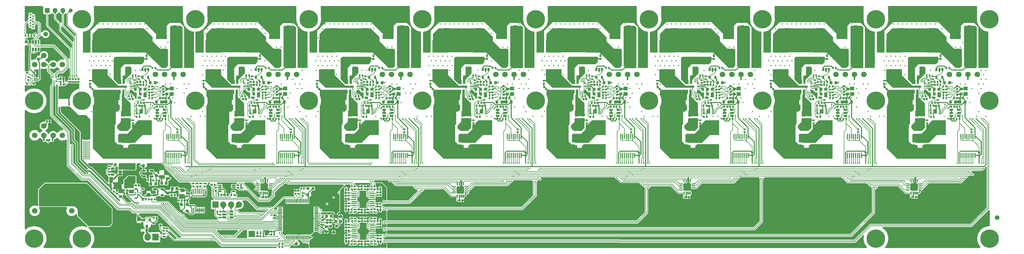
<source format=gtl>
G04*
G04 #@! TF.GenerationSoftware,Altium Limited,Altium Designer,19.1.6 (110)*
G04*
G04 Layer_Physical_Order=1*
G04 Layer_Color=255*
%FSLAX43Y43*%
%MOMM*%
G71*
G01*
G75*
%ADD10C,0.250*%
%ADD12C,0.200*%
G04:AMPARAMS|DCode=17|XSize=0.95mm|YSize=0.9mm|CornerRadius=0.09mm|HoleSize=0mm|Usage=FLASHONLY|Rotation=0.000|XOffset=0mm|YOffset=0mm|HoleType=Round|Shape=RoundedRectangle|*
%AMROUNDEDRECTD17*
21,1,0.950,0.720,0,0,0.0*
21,1,0.770,0.900,0,0,0.0*
1,1,0.180,0.385,-0.360*
1,1,0.180,-0.385,-0.360*
1,1,0.180,-0.385,0.360*
1,1,0.180,0.385,0.360*
%
%ADD17ROUNDEDRECTD17*%
G04:AMPARAMS|DCode=18|XSize=0.62mm|YSize=0.66mm|CornerRadius=0.062mm|HoleSize=0mm|Usage=FLASHONLY|Rotation=180.000|XOffset=0mm|YOffset=0mm|HoleType=Round|Shape=RoundedRectangle|*
%AMROUNDEDRECTD18*
21,1,0.620,0.536,0,0,180.0*
21,1,0.496,0.660,0,0,180.0*
1,1,0.124,-0.248,0.268*
1,1,0.124,0.248,0.268*
1,1,0.124,0.248,-0.268*
1,1,0.124,-0.248,-0.268*
%
%ADD18ROUNDEDRECTD18*%
G04:AMPARAMS|DCode=19|XSize=0.8mm|YSize=0.9mm|CornerRadius=0.2mm|HoleSize=0mm|Usage=FLASHONLY|Rotation=0.000|XOffset=0mm|YOffset=0mm|HoleType=Round|Shape=RoundedRectangle|*
%AMROUNDEDRECTD19*
21,1,0.800,0.500,0,0,0.0*
21,1,0.400,0.900,0,0,0.0*
1,1,0.400,0.200,-0.250*
1,1,0.400,-0.200,-0.250*
1,1,0.400,-0.200,0.250*
1,1,0.400,0.200,0.250*
%
%ADD19ROUNDEDRECTD19*%
%ADD20R,0.500X0.500*%
G04:AMPARAMS|DCode=21|XSize=0.95mm|YSize=0.9mm|CornerRadius=0.135mm|HoleSize=0mm|Usage=FLASHONLY|Rotation=90.000|XOffset=0mm|YOffset=0mm|HoleType=Round|Shape=RoundedRectangle|*
%AMROUNDEDRECTD21*
21,1,0.950,0.630,0,0,90.0*
21,1,0.680,0.900,0,0,90.0*
1,1,0.270,0.315,0.340*
1,1,0.270,0.315,-0.340*
1,1,0.270,-0.315,-0.340*
1,1,0.270,-0.315,0.340*
%
%ADD21ROUNDEDRECTD21*%
G04:AMPARAMS|DCode=22|XSize=0.62mm|YSize=0.66mm|CornerRadius=0.062mm|HoleSize=0mm|Usage=FLASHONLY|Rotation=270.000|XOffset=0mm|YOffset=0mm|HoleType=Round|Shape=RoundedRectangle|*
%AMROUNDEDRECTD22*
21,1,0.620,0.536,0,0,270.0*
21,1,0.496,0.660,0,0,270.0*
1,1,0.124,-0.268,-0.248*
1,1,0.124,-0.268,0.248*
1,1,0.124,0.268,0.248*
1,1,0.124,0.268,-0.248*
%
%ADD22ROUNDEDRECTD22*%
G04:AMPARAMS|DCode=23|XSize=0.65mm|YSize=0.57mm|CornerRadius=0.057mm|HoleSize=0mm|Usage=FLASHONLY|Rotation=180.000|XOffset=0mm|YOffset=0mm|HoleType=Round|Shape=RoundedRectangle|*
%AMROUNDEDRECTD23*
21,1,0.650,0.456,0,0,180.0*
21,1,0.536,0.570,0,0,180.0*
1,1,0.114,-0.268,0.228*
1,1,0.114,0.268,0.228*
1,1,0.114,0.268,-0.228*
1,1,0.114,-0.268,-0.228*
%
%ADD23ROUNDEDRECTD23*%
G04:AMPARAMS|DCode=24|XSize=0.35mm|YSize=1.7mm|CornerRadius=0.053mm|HoleSize=0mm|Usage=FLASHONLY|Rotation=90.000|XOffset=0mm|YOffset=0mm|HoleType=Round|Shape=RoundedRectangle|*
%AMROUNDEDRECTD24*
21,1,0.350,1.595,0,0,90.0*
21,1,0.245,1.700,0,0,90.0*
1,1,0.105,0.798,0.123*
1,1,0.105,0.798,-0.123*
1,1,0.105,-0.798,-0.123*
1,1,0.105,-0.798,0.123*
%
%ADD24ROUNDEDRECTD24*%
G04:AMPARAMS|DCode=25|XSize=0.65mm|YSize=0.57mm|CornerRadius=0.057mm|HoleSize=0mm|Usage=FLASHONLY|Rotation=90.000|XOffset=0mm|YOffset=0mm|HoleType=Round|Shape=RoundedRectangle|*
%AMROUNDEDRECTD25*
21,1,0.650,0.456,0,0,90.0*
21,1,0.536,0.570,0,0,90.0*
1,1,0.114,0.228,0.268*
1,1,0.114,0.228,-0.268*
1,1,0.114,-0.228,-0.268*
1,1,0.114,-0.228,0.268*
%
%ADD25ROUNDEDRECTD25*%
G04:AMPARAMS|DCode=26|XSize=0.5mm|YSize=0.8mm|CornerRadius=0.125mm|HoleSize=0mm|Usage=FLASHONLY|Rotation=270.000|XOffset=0mm|YOffset=0mm|HoleType=Round|Shape=RoundedRectangle|*
%AMROUNDEDRECTD26*
21,1,0.500,0.550,0,0,270.0*
21,1,0.250,0.800,0,0,270.0*
1,1,0.250,-0.275,-0.125*
1,1,0.250,-0.275,0.125*
1,1,0.250,0.275,0.125*
1,1,0.250,0.275,-0.125*
%
%ADD26ROUNDEDRECTD26*%
G04:AMPARAMS|DCode=27|XSize=1.45mm|YSize=1.15mm|CornerRadius=0.173mm|HoleSize=0mm|Usage=FLASHONLY|Rotation=0.000|XOffset=0mm|YOffset=0mm|HoleType=Round|Shape=RoundedRectangle|*
%AMROUNDEDRECTD27*
21,1,1.450,0.805,0,0,0.0*
21,1,1.105,1.150,0,0,0.0*
1,1,0.345,0.553,-0.403*
1,1,0.345,-0.553,-0.403*
1,1,0.345,-0.553,0.403*
1,1,0.345,0.553,0.403*
%
%ADD27ROUNDEDRECTD27*%
%ADD28O,0.350X1.700*%
G04:AMPARAMS|DCode=29|XSize=0.65mm|YSize=1.2mm|CornerRadius=0.163mm|HoleSize=0mm|Usage=FLASHONLY|Rotation=90.000|XOffset=0mm|YOffset=0mm|HoleType=Round|Shape=RoundedRectangle|*
%AMROUNDEDRECTD29*
21,1,0.650,0.875,0,0,90.0*
21,1,0.325,1.200,0,0,90.0*
1,1,0.325,0.438,0.163*
1,1,0.325,0.438,-0.163*
1,1,0.325,-0.438,-0.163*
1,1,0.325,-0.438,0.163*
%
%ADD29ROUNDEDRECTD29*%
%ADD30R,1.200X0.650*%
G04:AMPARAMS|DCode=31|XSize=0.6mm|YSize=1.2mm|CornerRadius=0.09mm|HoleSize=0mm|Usage=FLASHONLY|Rotation=90.000|XOffset=0mm|YOffset=0mm|HoleType=Round|Shape=RoundedRectangle|*
%AMROUNDEDRECTD31*
21,1,0.600,1.020,0,0,90.0*
21,1,0.420,1.200,0,0,90.0*
1,1,0.180,0.510,0.210*
1,1,0.180,0.510,-0.210*
1,1,0.180,-0.510,-0.210*
1,1,0.180,-0.510,0.210*
%
%ADD31ROUNDEDRECTD31*%
%ADD32R,1.200X0.600*%
G04:AMPARAMS|DCode=33|XSize=0.95mm|YSize=0.9mm|CornerRadius=0.09mm|HoleSize=0mm|Usage=FLASHONLY|Rotation=90.000|XOffset=0mm|YOffset=0mm|HoleType=Round|Shape=RoundedRectangle|*
%AMROUNDEDRECTD33*
21,1,0.950,0.720,0,0,90.0*
21,1,0.770,0.900,0,0,90.0*
1,1,0.180,0.360,0.385*
1,1,0.180,0.360,-0.385*
1,1,0.180,-0.360,-0.385*
1,1,0.180,-0.360,0.385*
%
%ADD33ROUNDEDRECTD33*%
G04:AMPARAMS|DCode=34|XSize=1.8mm|YSize=1.25mm|CornerRadius=0.188mm|HoleSize=0mm|Usage=FLASHONLY|Rotation=180.000|XOffset=0mm|YOffset=0mm|HoleType=Round|Shape=RoundedRectangle|*
%AMROUNDEDRECTD34*
21,1,1.800,0.875,0,0,180.0*
21,1,1.425,1.250,0,0,180.0*
1,1,0.375,-0.713,0.438*
1,1,0.375,0.713,0.438*
1,1,0.375,0.713,-0.438*
1,1,0.375,-0.713,-0.438*
%
%ADD34ROUNDEDRECTD34*%
G04:AMPARAMS|DCode=35|XSize=0.6mm|YSize=1.1mm|CornerRadius=0.15mm|HoleSize=0mm|Usage=FLASHONLY|Rotation=0.000|XOffset=0mm|YOffset=0mm|HoleType=Round|Shape=RoundedRectangle|*
%AMROUNDEDRECTD35*
21,1,0.600,0.800,0,0,0.0*
21,1,0.300,1.100,0,0,0.0*
1,1,0.300,0.150,-0.400*
1,1,0.300,-0.150,-0.400*
1,1,0.300,-0.150,0.400*
1,1,0.300,0.150,0.400*
%
%ADD35ROUNDEDRECTD35*%
G04:AMPARAMS|DCode=36|XSize=2.3mm|YSize=1.8mm|CornerRadius=0.27mm|HoleSize=0mm|Usage=FLASHONLY|Rotation=180.000|XOffset=0mm|YOffset=0mm|HoleType=Round|Shape=RoundedRectangle|*
%AMROUNDEDRECTD36*
21,1,2.300,1.260,0,0,180.0*
21,1,1.760,1.800,0,0,180.0*
1,1,0.540,-0.880,0.630*
1,1,0.540,0.880,0.630*
1,1,0.540,0.880,-0.630*
1,1,0.540,-0.880,-0.630*
%
%ADD36ROUNDEDRECTD36*%
G04:AMPARAMS|DCode=37|XSize=0.9mm|YSize=0.9mm|CornerRadius=0.135mm|HoleSize=0mm|Usage=FLASHONLY|Rotation=270.000|XOffset=0mm|YOffset=0mm|HoleType=Round|Shape=RoundedRectangle|*
%AMROUNDEDRECTD37*
21,1,0.900,0.630,0,0,270.0*
21,1,0.630,0.900,0,0,270.0*
1,1,0.270,-0.315,-0.315*
1,1,0.270,-0.315,0.315*
1,1,0.270,0.315,0.315*
1,1,0.270,0.315,-0.315*
%
%ADD37ROUNDEDRECTD37*%
%ADD38R,0.300X0.680*%
%ADD39R,0.250X0.680*%
%ADD40R,0.730X0.270*%
%ADD41R,0.800X0.300*%
%ADD42R,1.300X1.400*%
G04:AMPARAMS|DCode=43|XSize=0.65mm|YSize=0.57mm|CornerRadius=0.057mm|HoleSize=0mm|Usage=FLASHONLY|Rotation=45.000|XOffset=0mm|YOffset=0mm|HoleType=Round|Shape=RoundedRectangle|*
%AMROUNDEDRECTD43*
21,1,0.650,0.456,0,0,45.0*
21,1,0.536,0.570,0,0,45.0*
1,1,0.114,0.351,0.028*
1,1,0.114,-0.028,-0.351*
1,1,0.114,-0.351,-0.028*
1,1,0.114,0.028,0.351*
%
%ADD43ROUNDEDRECTD43*%
%ADD44C,0.250*%
G04:AMPARAMS|DCode=45|XSize=1.8mm|YSize=1.25mm|CornerRadius=0.188mm|HoleSize=0mm|Usage=FLASHONLY|Rotation=270.000|XOffset=0mm|YOffset=0mm|HoleType=Round|Shape=RoundedRectangle|*
%AMROUNDEDRECTD45*
21,1,1.800,0.875,0,0,270.0*
21,1,1.425,1.250,0,0,270.0*
1,1,0.375,-0.438,-0.713*
1,1,0.375,-0.438,0.713*
1,1,0.375,0.438,0.713*
1,1,0.375,0.438,-0.713*
%
%ADD45ROUNDEDRECTD45*%
%ADD46R,1.800X4.500*%
G04:AMPARAMS|DCode=47|XSize=2mm|YSize=1.2mm|CornerRadius=0.12mm|HoleSize=0mm|Usage=FLASHONLY|Rotation=180.000|XOffset=0mm|YOffset=0mm|HoleType=Round|Shape=RoundedRectangle|*
%AMROUNDEDRECTD47*
21,1,2.000,0.960,0,0,180.0*
21,1,1.760,1.200,0,0,180.0*
1,1,0.240,-0.880,0.480*
1,1,0.240,0.880,0.480*
1,1,0.240,0.880,-0.480*
1,1,0.240,-0.880,-0.480*
%
%ADD47ROUNDEDRECTD47*%
G04:AMPARAMS|DCode=48|XSize=2.5mm|YSize=2.2mm|CornerRadius=0.22mm|HoleSize=0mm|Usage=FLASHONLY|Rotation=0.000|XOffset=0mm|YOffset=0mm|HoleType=Round|Shape=RoundedRectangle|*
%AMROUNDEDRECTD48*
21,1,2.500,1.760,0,0,0.0*
21,1,2.060,2.200,0,0,0.0*
1,1,0.440,1.030,-0.880*
1,1,0.440,-1.030,-0.880*
1,1,0.440,-1.030,0.880*
1,1,0.440,1.030,0.880*
%
%ADD48ROUNDEDRECTD48*%
G04:AMPARAMS|DCode=59|XSize=1.35mm|YSize=1.15mm|CornerRadius=0.173mm|HoleSize=0mm|Usage=FLASHONLY|Rotation=0.000|XOffset=0mm|YOffset=0mm|HoleType=Round|Shape=RoundedRectangle|*
%AMROUNDEDRECTD59*
21,1,1.350,0.805,0,0,0.0*
21,1,1.005,1.150,0,0,0.0*
1,1,0.345,0.502,-0.403*
1,1,0.345,-0.502,-0.403*
1,1,0.345,-0.502,0.403*
1,1,0.345,0.502,0.403*
%
%ADD59ROUNDEDRECTD59*%
G04:AMPARAMS|DCode=60|XSize=0.7mm|YSize=0.8mm|CornerRadius=0.175mm|HoleSize=0mm|Usage=FLASHONLY|Rotation=270.000|XOffset=0mm|YOffset=0mm|HoleType=Round|Shape=RoundedRectangle|*
%AMROUNDEDRECTD60*
21,1,0.700,0.450,0,0,270.0*
21,1,0.350,0.800,0,0,270.0*
1,1,0.350,-0.225,-0.175*
1,1,0.350,-0.225,0.175*
1,1,0.350,0.225,0.175*
1,1,0.350,0.225,-0.175*
%
%ADD60ROUNDEDRECTD60*%
G04:AMPARAMS|DCode=61|XSize=0.62mm|YSize=0.66mm|CornerRadius=0.062mm|HoleSize=0mm|Usage=FLASHONLY|Rotation=45.000|XOffset=0mm|YOffset=0mm|HoleType=Round|Shape=RoundedRectangle|*
%AMROUNDEDRECTD61*
21,1,0.620,0.536,0,0,45.0*
21,1,0.496,0.660,0,0,45.0*
1,1,0.124,0.365,-0.014*
1,1,0.124,0.014,-0.365*
1,1,0.124,-0.365,0.014*
1,1,0.124,-0.014,0.365*
%
%ADD61ROUNDEDRECTD61*%
G04:AMPARAMS|DCode=62|XSize=5.1mm|YSize=4.1mm|CornerRadius=0.205mm|HoleSize=0mm|Usage=FLASHONLY|Rotation=180.000|XOffset=0mm|YOffset=0mm|HoleType=Round|Shape=RoundedRectangle|*
%AMROUNDEDRECTD62*
21,1,5.100,3.690,0,0,180.0*
21,1,4.690,4.100,0,0,180.0*
1,1,0.410,-2.345,1.845*
1,1,0.410,2.345,1.845*
1,1,0.410,2.345,-1.845*
1,1,0.410,-2.345,-1.845*
%
%ADD62ROUNDEDRECTD62*%
G04:AMPARAMS|DCode=63|XSize=3.5mm|YSize=1.6mm|CornerRadius=0.24mm|HoleSize=0mm|Usage=FLASHONLY|Rotation=0.000|XOffset=0mm|YOffset=0mm|HoleType=Round|Shape=RoundedRectangle|*
%AMROUNDEDRECTD63*
21,1,3.500,1.120,0,0,0.0*
21,1,3.020,1.600,0,0,0.0*
1,1,0.480,1.510,-0.560*
1,1,0.480,-1.510,-0.560*
1,1,0.480,-1.510,0.560*
1,1,0.480,1.510,0.560*
%
%ADD63ROUNDEDRECTD63*%
G04:AMPARAMS|DCode=64|XSize=1.3mm|YSize=1.2mm|CornerRadius=0.12mm|HoleSize=0mm|Usage=FLASHONLY|Rotation=180.000|XOffset=0mm|YOffset=0mm|HoleType=Round|Shape=RoundedRectangle|*
%AMROUNDEDRECTD64*
21,1,1.300,0.960,0,0,180.0*
21,1,1.060,1.200,0,0,180.0*
1,1,0.240,-0.530,0.480*
1,1,0.240,0.530,0.480*
1,1,0.240,0.530,-0.480*
1,1,0.240,-0.530,-0.480*
%
%ADD64ROUNDEDRECTD64*%
%ADD65R,0.250X0.800*%
%ADD66R,0.250X0.900*%
%ADD67R,1.300X0.450*%
%ADD68O,1.300X0.450*%
%ADD69R,1.000X0.900*%
%ADD70O,1.500X0.300*%
%ADD71O,0.300X1.500*%
G04:AMPARAMS|DCode=72|XSize=0.6mm|YSize=1.2mm|CornerRadius=0.09mm|HoleSize=0mm|Usage=FLASHONLY|Rotation=0.000|XOffset=0mm|YOffset=0mm|HoleType=Round|Shape=RoundedRectangle|*
%AMROUNDEDRECTD72*
21,1,0.600,1.020,0,0,0.0*
21,1,0.420,1.200,0,0,0.0*
1,1,0.180,0.210,-0.510*
1,1,0.180,-0.210,-0.510*
1,1,0.180,-0.210,0.510*
1,1,0.180,0.210,0.510*
%
%ADD72ROUNDEDRECTD72*%
%ADD73R,0.600X1.200*%
G04:AMPARAMS|DCode=74|XSize=0.6mm|YSize=1.1mm|CornerRadius=0.15mm|HoleSize=0mm|Usage=FLASHONLY|Rotation=90.000|XOffset=0mm|YOffset=0mm|HoleType=Round|Shape=RoundedRectangle|*
%AMROUNDEDRECTD74*
21,1,0.600,0.800,0,0,90.0*
21,1,0.300,1.100,0,0,90.0*
1,1,0.300,0.400,0.150*
1,1,0.300,0.400,-0.150*
1,1,0.300,-0.400,-0.150*
1,1,0.300,-0.400,0.150*
%
%ADD74ROUNDEDRECTD74*%
G04:AMPARAMS|DCode=75|XSize=1.35mm|YSize=1.15mm|CornerRadius=0.173mm|HoleSize=0mm|Usage=FLASHONLY|Rotation=270.000|XOffset=0mm|YOffset=0mm|HoleType=Round|Shape=RoundedRectangle|*
%AMROUNDEDRECTD75*
21,1,1.350,0.805,0,0,270.0*
21,1,1.005,1.150,0,0,270.0*
1,1,0.345,-0.403,-0.502*
1,1,0.345,-0.403,0.502*
1,1,0.345,0.403,0.502*
1,1,0.345,0.403,-0.502*
%
%ADD75ROUNDEDRECTD75*%
G04:AMPARAMS|DCode=154|XSize=0.4mm|YSize=1.2mm|CornerRadius=0.04mm|HoleSize=0mm|Usage=FLASHONLY|Rotation=180.000|XOffset=0mm|YOffset=0mm|HoleType=Round|Shape=RoundedRectangle|*
%AMROUNDEDRECTD154*
21,1,0.400,1.120,0,0,180.0*
21,1,0.320,1.200,0,0,180.0*
1,1,0.080,-0.160,0.560*
1,1,0.080,0.160,0.560*
1,1,0.080,0.160,-0.560*
1,1,0.080,-0.160,-0.560*
%
%ADD154ROUNDEDRECTD154*%
G04:AMPARAMS|DCode=155|XSize=0.4mm|YSize=1mm|CornerRadius=0.04mm|HoleSize=0mm|Usage=FLASHONLY|Rotation=270.000|XOffset=0mm|YOffset=0mm|HoleType=Round|Shape=RoundedRectangle|*
%AMROUNDEDRECTD155*
21,1,0.400,0.920,0,0,270.0*
21,1,0.320,1.000,0,0,270.0*
1,1,0.080,-0.460,-0.160*
1,1,0.080,-0.460,0.160*
1,1,0.080,0.460,0.160*
1,1,0.080,0.460,-0.160*
%
%ADD155ROUNDEDRECTD155*%
G04:AMPARAMS|DCode=156|XSize=0.25mm|YSize=0.9mm|CornerRadius=0.025mm|HoleSize=0mm|Usage=FLASHONLY|Rotation=0.000|XOffset=0mm|YOffset=0mm|HoleType=Round|Shape=RoundedRectangle|*
%AMROUNDEDRECTD156*
21,1,0.250,0.850,0,0,0.0*
21,1,0.200,0.900,0,0,0.0*
1,1,0.050,0.100,-0.425*
1,1,0.050,-0.100,-0.425*
1,1,0.050,-0.100,0.425*
1,1,0.050,0.100,0.425*
%
%ADD156ROUNDEDRECTD156*%
G04:AMPARAMS|DCode=157|XSize=0.4mm|YSize=0.9mm|CornerRadius=0.04mm|HoleSize=0mm|Usage=FLASHONLY|Rotation=270.000|XOffset=0mm|YOffset=0mm|HoleType=Round|Shape=RoundedRectangle|*
%AMROUNDEDRECTD157*
21,1,0.400,0.820,0,0,270.0*
21,1,0.320,0.900,0,0,270.0*
1,1,0.080,-0.410,-0.160*
1,1,0.080,-0.410,0.160*
1,1,0.080,0.410,0.160*
1,1,0.080,0.410,-0.160*
%
%ADD157ROUNDEDRECTD157*%
G04:AMPARAMS|DCode=158|XSize=0.35mm|YSize=1.2mm|CornerRadius=0.035mm|HoleSize=0mm|Usage=FLASHONLY|Rotation=0.000|XOffset=0mm|YOffset=0mm|HoleType=Round|Shape=RoundedRectangle|*
%AMROUNDEDRECTD158*
21,1,0.350,1.130,0,0,0.0*
21,1,0.280,1.200,0,0,0.0*
1,1,0.070,0.140,-0.565*
1,1,0.070,-0.140,-0.565*
1,1,0.070,-0.140,0.565*
1,1,0.070,0.140,0.565*
%
%ADD158ROUNDEDRECTD158*%
G04:AMPARAMS|DCode=159|XSize=0.25mm|YSize=0.9mm|CornerRadius=0.025mm|HoleSize=0mm|Usage=FLASHONLY|Rotation=270.000|XOffset=0mm|YOffset=0mm|HoleType=Round|Shape=RoundedRectangle|*
%AMROUNDEDRECTD159*
21,1,0.250,0.850,0,0,270.0*
21,1,0.200,0.900,0,0,270.0*
1,1,0.050,-0.425,-0.100*
1,1,0.050,-0.425,0.100*
1,1,0.050,0.425,0.100*
1,1,0.050,0.425,-0.100*
%
%ADD159ROUNDEDRECTD159*%
G04:AMPARAMS|DCode=160|XSize=0.3mm|YSize=0.9mm|CornerRadius=0.03mm|HoleSize=0mm|Usage=FLASHONLY|Rotation=270.000|XOffset=0mm|YOffset=0mm|HoleType=Round|Shape=RoundedRectangle|*
%AMROUNDEDRECTD160*
21,1,0.300,0.840,0,0,270.0*
21,1,0.240,0.900,0,0,270.0*
1,1,0.060,-0.420,-0.120*
1,1,0.060,-0.420,0.120*
1,1,0.060,0.420,0.120*
1,1,0.060,0.420,-0.120*
%
%ADD160ROUNDEDRECTD160*%
G04:AMPARAMS|DCode=161|XSize=0.4mm|YSize=2.6mm|CornerRadius=0.04mm|HoleSize=0mm|Usage=FLASHONLY|Rotation=270.000|XOffset=0mm|YOffset=0mm|HoleType=Round|Shape=RoundedRectangle|*
%AMROUNDEDRECTD161*
21,1,0.400,2.520,0,0,270.0*
21,1,0.320,2.600,0,0,270.0*
1,1,0.080,-1.260,-0.160*
1,1,0.080,-1.260,0.160*
1,1,0.080,1.260,0.160*
1,1,0.080,1.260,-0.160*
%
%ADD161ROUNDEDRECTD161*%
%ADD162R,2.160X2.160*%
%ADD163O,1.200X0.350*%
%ADD164O,0.350X1.200*%
%ADD165C,1.500*%
%ADD166C,0.300*%
%ADD167C,0.500*%
%ADD168C,1.000*%
%ADD169C,6.000*%
%ADD170C,2.300*%
G04:AMPARAMS|DCode=171|XSize=2.3mm|YSize=2.3mm|CornerRadius=0.115mm|HoleSize=0mm|Usage=FLASHONLY|Rotation=270.000|XOffset=0mm|YOffset=0mm|HoleType=Round|Shape=RoundedRectangle|*
%AMROUNDEDRECTD171*
21,1,2.300,2.070,0,0,270.0*
21,1,2.070,2.300,0,0,270.0*
1,1,0.230,-1.035,-1.035*
1,1,0.230,-1.035,1.035*
1,1,0.230,1.035,1.035*
1,1,0.230,1.035,-1.035*
%
%ADD171ROUNDEDRECTD171*%
%ADD172C,0.600*%
%ADD173C,1.800*%
%ADD174C,2.500*%
%ADD175R,2.500X2.500*%
%ADD176O,0.900X2.200*%
%ADD177C,1.600*%
%ADD178R,1.600X1.600*%
%ADD179C,1.300*%
%ADD180C,2.000*%
%ADD181R,2.300X2.300*%
%ADD182O,2.000X2.300*%
%ADD183R,2.000X2.300*%
%ADD184R,2.000X2.000*%
%ADD185O,4.000X2.000*%
%ADD186O,3.000X2.000*%
%ADD187C,0.400*%
%ADD188C,0.500*%
G36*
X24848Y77300D02*
X24753Y77299D01*
X24581Y77289D01*
X24505Y77278D01*
X24437Y77265D01*
X24375Y77248D01*
X24320Y77228D01*
X24272Y77205D01*
X24230Y77179D01*
X24196Y77149D01*
X24054Y77291D01*
X24084Y77325D01*
X24110Y77367D01*
X24133Y77415D01*
X24153Y77470D01*
X24170Y77532D01*
X24183Y77600D01*
X24194Y77676D01*
X24204Y77848D01*
X24205Y77943D01*
X24848Y77300D01*
D02*
G37*
G36*
X17416Y77151D02*
X17399Y77145D01*
X17384Y77135D01*
X17371Y77121D01*
X17360Y77103D01*
X17351Y77081D01*
X17344Y77055D01*
X17339Y77025D01*
X17336Y76991D01*
X17335Y76953D01*
X17135D01*
X17134Y76991D01*
X17131Y77025D01*
X17126Y77055D01*
X17119Y77081D01*
X17110Y77103D01*
X17099Y77121D01*
X17086Y77135D01*
X17071Y77145D01*
X17054Y77151D01*
X17035Y77153D01*
X17435D01*
X17416Y77151D01*
D02*
G37*
G36*
X22788Y77290D02*
X22581Y77050D01*
X22530Y76978D01*
X22489Y76909D01*
X22456Y76845D01*
X22433Y76785D01*
X22420Y76729D01*
X22415Y76676D01*
X22215D01*
X22210Y76729D01*
X22197Y76785D01*
X22174Y76845D01*
X22141Y76909D01*
X22100Y76978D01*
X22049Y77050D01*
X21990Y77126D01*
X21842Y77290D01*
X21755Y77379D01*
X22875D01*
X22788Y77290D01*
D02*
G37*
G36*
X20248D02*
X20041Y77050D01*
X19990Y76978D01*
X19949Y76909D01*
X19916Y76845D01*
X19893Y76785D01*
X19880Y76729D01*
X19875Y76676D01*
X19675D01*
X19670Y76729D01*
X19657Y76785D01*
X19634Y76845D01*
X19601Y76909D01*
X19560Y76978D01*
X19509Y77050D01*
X19450Y77126D01*
X19302Y77290D01*
X19215Y77379D01*
X20335D01*
X20248Y77290D01*
D02*
G37*
G36*
X12394Y74654D02*
X12415Y74637D01*
X12438Y74622D01*
X12462Y74610D01*
X12487Y74599D01*
X12512Y74590D01*
X12539Y74583D01*
X12568Y74578D01*
X12597Y74576D01*
X12627Y74575D01*
X12330Y74278D01*
X12329Y74308D01*
X12327Y74337D01*
X12322Y74366D01*
X12315Y74393D01*
X12306Y74418D01*
X12295Y74443D01*
X12283Y74467D01*
X12268Y74490D01*
X12251Y74511D01*
X12232Y74532D01*
X12373Y74673D01*
X12394Y74654D01*
D02*
G37*
G36*
X12924Y74209D02*
X12926Y74203D01*
X12930Y74195D01*
X12937Y74185D01*
X12945Y74174D01*
X12968Y74148D01*
X13018Y74096D01*
X12876Y73954D01*
X12862Y73968D01*
X12826Y74000D01*
X12815Y74007D01*
X12806Y74012D01*
X12798Y74015D01*
X12791Y74017D01*
X12785Y74017D01*
X12780Y74015D01*
X12924Y74213D01*
X12924Y74209D01*
D02*
G37*
G36*
X10738Y73960D02*
X10507Y73950D01*
X10480Y74150D01*
X10502Y74150D01*
X10521Y74152D01*
X10539Y74154D01*
X10555Y74158D01*
X10568Y74162D01*
X10580Y74168D01*
X10590Y74174D01*
X10597Y74182D01*
X10603Y74190D01*
X10606Y74200D01*
X10738Y73960D01*
D02*
G37*
G36*
X21251Y77201D02*
X21388Y77023D01*
X21659Y76814D01*
X21976Y76683D01*
X22009Y76679D01*
Y73995D01*
X21948Y73949D01*
X21616Y73816D01*
X20081Y75352D01*
Y76679D01*
X20114Y76683D01*
X20431Y76814D01*
X20702Y77023D01*
X20839Y77201D01*
X20947Y77231D01*
X21143D01*
X21251Y77201D01*
D02*
G37*
G36*
X10798Y73743D02*
X10800Y73742D01*
X11008Y73645D01*
X11151Y73328D01*
X11071Y73134D01*
X11043Y72925D01*
X11071Y72716D01*
X11151Y72522D01*
X11279Y72354D01*
X11447Y72226D01*
X11641Y72146D01*
X11850Y72118D01*
X11909Y72126D01*
X11931Y72072D01*
X12059Y71904D01*
X12227Y71776D01*
X12421Y71696D01*
X12630Y71668D01*
X12839Y71696D01*
X13033Y71776D01*
X13201Y71904D01*
X13329Y72072D01*
X13409Y72266D01*
X13437Y72475D01*
X13409Y72684D01*
X13329Y72878D01*
X13293Y72925D01*
X13329Y72972D01*
X13409Y73166D01*
X13430Y73319D01*
X14073D01*
X14219Y73173D01*
Y70127D01*
X14116Y70024D01*
X13746Y70148D01*
X13743Y70168D01*
X13777Y70219D01*
X13808Y70375D01*
X13777Y70531D01*
X13688Y70663D01*
X13556Y70752D01*
X13400Y70783D01*
X13244Y70752D01*
X13112Y70663D01*
X13023Y70531D01*
X12998Y70406D01*
X12953Y70360D01*
X12891Y70307D01*
X12885Y70302D01*
X12549Y70217D01*
X12547Y70217D01*
X12444Y70286D01*
X12323Y70310D01*
X12222D01*
Y69725D01*
Y69140D01*
X12323D01*
X12444Y69164D01*
X12536Y69225D01*
X12850Y69104D01*
X12879Y68994D01*
X12870Y68699D01*
X12709Y68538D01*
X12665Y68473D01*
X12648Y68456D01*
X12365D01*
X12252Y68433D01*
X12156Y68369D01*
X12092Y68273D01*
X12069Y68160D01*
Y67155D01*
X12035Y67124D01*
X11743Y66987D01*
X11278Y67452D01*
X11229Y67504D01*
X11195Y67546D01*
X11181Y67567D01*
Y68060D01*
X11158Y68173D01*
X11094Y68269D01*
X10998Y68333D01*
X10885Y68356D01*
X10754D01*
X10753Y68365D01*
X10751Y68383D01*
Y68743D01*
X10752Y68744D01*
X10765Y68810D01*
X10812Y68923D01*
X11003Y69075D01*
Y69725D01*
Y70310D01*
X10902D01*
X10781Y70286D01*
X10678Y70217D01*
X10359Y70359D01*
X10351Y70377D01*
X10344Y70396D01*
X10338Y70416D01*
X10334Y70437D01*
X10333Y70451D01*
Y73475D01*
X10602Y73744D01*
X10675D01*
X10675Y73744D01*
X10700Y73749D01*
X10798Y73743D01*
D02*
G37*
G36*
X13018Y73554D02*
X12999Y73535D01*
X12937Y73465D01*
X12930Y73455D01*
X12926Y73447D01*
X12924Y73441D01*
X12924Y73437D01*
X12780Y73635D01*
X12785Y73633D01*
X12791Y73633D01*
X12798Y73635D01*
X12806Y73638D01*
X12815Y73643D01*
X12826Y73650D01*
X12837Y73659D01*
X12862Y73682D01*
X12876Y73696D01*
X13018Y73554D01*
D02*
G37*
G36*
X13398Y70175D02*
X13387Y70174D01*
X13375Y70172D01*
X13362Y70168D01*
X13350Y70163D01*
X13336Y70156D01*
X13323Y70147D01*
X13317Y70143D01*
X13308Y70130D01*
X13297Y70110D01*
X13289Y70090D01*
X13284Y70070D01*
X13281Y70050D01*
X13282Y70031D01*
X13285Y70012D01*
X13291Y69993D01*
X12794Y70048D01*
X12820Y70048D01*
X12848Y70053D01*
X12878Y70062D01*
X12910Y70076D01*
X12944Y70095D01*
X12981Y70119D01*
X13019Y70148D01*
X13102Y70220D01*
X13133Y70250D01*
X13137Y70254D01*
X13162Y70284D01*
X13172Y70298D01*
X13181Y70311D01*
X13188Y70325D01*
X13193Y70337D01*
X13197Y70350D01*
X13199Y70362D01*
X13200Y70373D01*
X13398Y70175D01*
D02*
G37*
G36*
X10128Y70445D02*
X10133Y70407D01*
X10140Y70370D01*
X10150Y70334D01*
X10162Y70299D01*
X10178Y70266D01*
X10196Y70233D01*
X10217Y70202D01*
X10227Y70190D01*
X10298Y70128D01*
X10329Y70104D01*
X10358Y70085D01*
X10384Y70070D01*
X10408Y70060D01*
X10429Y70054D01*
X10448Y70051D01*
X9953Y70032D01*
X9978Y70034D01*
X9998Y70039D01*
X10011Y70047D01*
X10020Y70057D01*
X10023Y70070D01*
X10021Y70085D01*
X10013Y70103D01*
X9999Y70124D01*
X9981Y70147D01*
X9956Y70172D01*
X10069Y70226D01*
X10027Y70243D01*
X9927D01*
X10127Y70484D01*
X10128Y70445D01*
D02*
G37*
G36*
X23293Y76983D02*
X23329Y76972D01*
X23546Y76844D01*
Y73118D01*
X23546Y73118D01*
X23569Y73001D01*
X23636Y72901D01*
X26446Y70091D01*
Y69746D01*
X26096Y69601D01*
X22621Y73077D01*
Y76679D01*
X22654Y76683D01*
X22971Y76814D01*
X23207Y76996D01*
X23293Y76983D01*
D02*
G37*
G36*
X15935Y79011D02*
Y76650D01*
X16929D01*
Y72950D01*
X16929Y72950D01*
X16952Y72833D01*
X17019Y72734D01*
X24594Y65158D01*
Y62299D01*
X24359Y62192D01*
X24244Y62179D01*
X19682Y66741D01*
X19583Y66808D01*
X19466Y66831D01*
X19466Y66831D01*
X15413D01*
X15411Y66833D01*
X15294Y66856D01*
X14975Y66912D01*
Y68450D01*
X14456D01*
X14298Y68675D01*
X14264Y68740D01*
X15141Y69618D01*
X15141Y69618D01*
X15183Y69681D01*
X15352Y69706D01*
X15559Y69689D01*
X15608Y69570D01*
X15808Y69308D01*
X16070Y69108D01*
X16374Y68982D01*
X16700Y68939D01*
X17026Y68982D01*
X17330Y69108D01*
X17592Y69308D01*
X17792Y69570D01*
X17918Y69874D01*
X17961Y70200D01*
X17918Y70526D01*
X17792Y70830D01*
X17592Y71092D01*
X17330Y71292D01*
X17026Y71418D01*
X16700Y71461D01*
X16374Y71418D01*
X16070Y71292D01*
X15808Y71092D01*
X15608Y70830D01*
X15581Y70765D01*
X15231Y70834D01*
Y73466D01*
X15231Y73466D01*
X15208Y73583D01*
X15141Y73682D01*
X15141Y73682D01*
X14582Y74241D01*
X14483Y74308D01*
X14366Y74331D01*
X14366Y74331D01*
X13430D01*
X13409Y74484D01*
X13329Y74678D01*
X13293Y74725D01*
X13329Y74772D01*
X13409Y74966D01*
X13437Y75175D01*
X13409Y75384D01*
X13329Y75578D01*
X13293Y75625D01*
X13329Y75672D01*
X13409Y75866D01*
X13437Y76075D01*
X13409Y76284D01*
X13329Y76478D01*
X13201Y76646D01*
X13033Y76774D01*
X12839Y76854D01*
X12630Y76882D01*
X12571Y76874D01*
X12549Y76928D01*
X12421Y77096D01*
X12253Y77224D01*
X12059Y77304D01*
X11850Y77332D01*
X11641Y77304D01*
X11447Y77224D01*
X11279Y77096D01*
X11151Y76928D01*
X11071Y76734D01*
X11043Y76525D01*
X11071Y76316D01*
X11151Y76122D01*
X11187Y76075D01*
X11151Y76028D01*
X11071Y75834D01*
X11043Y75625D01*
X11071Y75416D01*
X11151Y75222D01*
X11187Y75175D01*
X11151Y75128D01*
X11071Y74934D01*
X11059Y74847D01*
X10800Y74558D01*
X10644Y74527D01*
X10512Y74438D01*
X10454Y74352D01*
X10453Y74352D01*
X10449Y74351D01*
X10358Y74333D01*
X10289Y74287D01*
X10101Y74332D01*
X9939Y74399D01*
Y79361D01*
X15631D01*
X15935Y79011D01*
D02*
G37*
G36*
X10546Y68391D02*
X10550Y68339D01*
X10558Y68294D01*
X10568Y68254D01*
X10582Y68221D01*
X10598Y68194D01*
X10618Y68172D01*
X10640Y68157D01*
X10666Y68148D01*
X10694Y68146D01*
X10095Y68142D01*
X10123Y68145D01*
X10149Y68154D01*
X10171Y68170D01*
X10190Y68191D01*
X10207Y68219D01*
X10220Y68253D01*
X10231Y68292D01*
X10238Y68338D01*
X10243Y68390D01*
X10244Y68449D01*
X10544D01*
X10546Y68391D01*
D02*
G37*
G36*
X12996Y68229D02*
X12871Y68094D01*
X12719Y68246D01*
X12721Y68246D01*
X12726Y68249D01*
X12733Y68255D01*
X12755Y68274D01*
X12854Y68371D01*
X12996Y68229D01*
D02*
G37*
G36*
X25845Y68988D02*
Y67808D01*
X25495Y67663D01*
X21706Y71452D01*
Y72555D01*
X21767Y72601D01*
X22099Y72734D01*
X25845Y68988D01*
D02*
G37*
G36*
X10954Y67653D02*
X10946Y67625D01*
X10946Y67594D01*
X10955Y67558D01*
X10972Y67517D01*
X10998Y67473D01*
X11032Y67424D01*
X11075Y67371D01*
X11186Y67251D01*
X10974Y67039D01*
X10912Y67099D01*
X10801Y67193D01*
X10752Y67227D01*
X10708Y67253D01*
X10667Y67270D01*
X10631Y67279D01*
X10600Y67279D01*
X10572Y67271D01*
X10549Y67254D01*
X10971Y67676D01*
X10954Y67653D01*
D02*
G37*
G36*
X12871Y67204D02*
X12874Y67199D01*
X12880Y67192D01*
X12899Y67170D01*
X12996Y67071D01*
X12854Y66929D01*
X12719Y67054D01*
X12871Y67206D01*
X12871Y67204D01*
D02*
G37*
G36*
X11393Y66327D02*
Y64456D01*
X11343Y64422D01*
X11265Y64307D01*
X11238Y64170D01*
Y58850D01*
X11265Y58714D01*
X11343Y58598D01*
X11414Y58526D01*
X11311Y58144D01*
X11147Y58081D01*
X11020Y58106D01*
X10470D01*
X10343Y58081D01*
X10289Y58045D01*
X10083Y58105D01*
X9939Y58195D01*
X9939Y66291D01*
X10289Y66595D01*
X10950D01*
Y66595D01*
X11074Y66646D01*
X11393Y66327D01*
D02*
G37*
G36*
X19119Y76814D02*
X19436Y76683D01*
X19469Y76679D01*
Y75225D01*
X19469Y75225D01*
X19492Y75108D01*
X19559Y75009D01*
X21094Y73473D01*
Y71325D01*
X21094Y71325D01*
X21117Y71208D01*
X21184Y71109D01*
X25244Y67048D01*
Y65868D01*
X24894Y65723D01*
X17541Y73077D01*
Y76650D01*
X18535D01*
Y76856D01*
X18732Y76961D01*
X18885Y76994D01*
X19119Y76814D01*
D02*
G37*
G36*
X13687Y64653D02*
X13674Y64647D01*
X13662Y64638D01*
X13652Y64626D01*
X13644Y64610D01*
X13637Y64590D01*
X13632Y64566D01*
X13628Y64540D01*
X13626Y64509D01*
X13625Y64475D01*
X13425D01*
X13424Y64509D01*
X13422Y64540D01*
X13418Y64566D01*
X13413Y64590D01*
X13406Y64610D01*
X13398Y64626D01*
X13388Y64638D01*
X13376Y64647D01*
X13363Y64653D01*
X13349Y64654D01*
X13701D01*
X13687Y64653D01*
D02*
G37*
G36*
X11810Y64380D02*
X11820Y64379D01*
X11858Y64377D01*
X12112Y64375D01*
Y64175D01*
X11806Y64169D01*
Y64381D01*
X11810Y64380D01*
D02*
G37*
G36*
X307478Y63419D02*
X307172D01*
X307172Y63420D01*
X307173Y63425D01*
X307173Y63433D01*
X307175Y63575D01*
X307475D01*
X307478Y63419D01*
D02*
G37*
G36*
X270653D02*
X270347D01*
X270347Y63420D01*
X270348Y63425D01*
X270348Y63433D01*
X270350Y63575D01*
X270650D01*
X270653Y63419D01*
D02*
G37*
G36*
X233828D02*
X233522D01*
X233522Y63420D01*
X233523Y63425D01*
X233523Y63433D01*
X233525Y63575D01*
X233825D01*
X233828Y63419D01*
D02*
G37*
G36*
X197003D02*
X196697D01*
X196697Y63420D01*
X196698Y63425D01*
X196698Y63433D01*
X196700Y63575D01*
X197000D01*
X197003Y63419D01*
D02*
G37*
G36*
X160178D02*
X159872D01*
X159872Y63420D01*
X159873Y63425D01*
X159873Y63433D01*
X159875Y63575D01*
X160175D01*
X160178Y63419D01*
D02*
G37*
G36*
X123353D02*
X123047D01*
X123047Y63420D01*
X123048Y63425D01*
X123048Y63433D01*
X123050Y63575D01*
X123350D01*
X123353Y63419D01*
D02*
G37*
G36*
X86528D02*
X86222D01*
X86222Y63420D01*
X86223Y63425D01*
X86223Y63433D01*
X86225Y63575D01*
X86525D01*
X86528Y63419D01*
D02*
G37*
G36*
X49703D02*
X49397D01*
X49397Y63420D01*
X49398Y63425D01*
X49398Y63433D01*
X49400Y63575D01*
X49700D01*
X49703Y63419D01*
D02*
G37*
G36*
X306957Y61897D02*
X306945Y61920D01*
X306928Y61940D01*
X306907Y61958D01*
X306882Y61974D01*
X306852Y61987D01*
X306818Y61998D01*
X306780Y62007D01*
X306737Y62013D01*
X306720Y62014D01*
X306691Y62012D01*
X306646Y62004D01*
X306607Y61993D01*
X306573Y61980D01*
X306546Y61964D01*
X306525Y61944D01*
X306510Y61922D01*
X306501Y61896D01*
X306498Y61868D01*
Y62467D01*
X306501Y62439D01*
X306510Y62414D01*
X306525Y62391D01*
X306546Y62371D01*
X306573Y62355D01*
X306607Y62341D01*
X306646Y62331D01*
X306691Y62324D01*
X306720Y62321D01*
X306749Y62324D01*
X306794Y62331D01*
X306834Y62341D01*
X306868Y62355D01*
X306895Y62371D01*
X306916Y62391D01*
X306930Y62414D01*
X306939Y62439D01*
X306941Y62467D01*
X306957Y61897D01*
D02*
G37*
G36*
X270132D02*
X270120Y61920D01*
X270103Y61940D01*
X270082Y61958D01*
X270057Y61974D01*
X270027Y61987D01*
X269993Y61998D01*
X269955Y62007D01*
X269912Y62013D01*
X269895Y62014D01*
X269866Y62012D01*
X269821Y62004D01*
X269782Y61993D01*
X269748Y61980D01*
X269721Y61964D01*
X269700Y61944D01*
X269685Y61922D01*
X269676Y61896D01*
X269673Y61868D01*
Y62467D01*
X269676Y62439D01*
X269685Y62414D01*
X269700Y62391D01*
X269721Y62371D01*
X269748Y62355D01*
X269782Y62341D01*
X269821Y62331D01*
X269866Y62324D01*
X269895Y62321D01*
X269924Y62324D01*
X269970Y62331D01*
X270009Y62341D01*
X270043Y62355D01*
X270070Y62371D01*
X270091Y62391D01*
X270105Y62414D01*
X270114Y62439D01*
X270116Y62467D01*
X270132Y61897D01*
D02*
G37*
G36*
X233307D02*
X233295Y61920D01*
X233278Y61940D01*
X233257Y61958D01*
X233232Y61974D01*
X233202Y61987D01*
X233168Y61998D01*
X233130Y62007D01*
X233087Y62013D01*
X233070Y62014D01*
X233041Y62012D01*
X232996Y62004D01*
X232957Y61993D01*
X232923Y61980D01*
X232896Y61964D01*
X232875Y61944D01*
X232860Y61922D01*
X232851Y61896D01*
X232848Y61868D01*
Y62467D01*
X232851Y62439D01*
X232860Y62414D01*
X232875Y62391D01*
X232896Y62371D01*
X232923Y62355D01*
X232957Y62341D01*
X232996Y62331D01*
X233041Y62324D01*
X233070Y62321D01*
X233099Y62324D01*
X233144Y62331D01*
X233184Y62341D01*
X233218Y62355D01*
X233245Y62371D01*
X233266Y62391D01*
X233280Y62414D01*
X233289Y62439D01*
X233291Y62467D01*
X233307Y61897D01*
D02*
G37*
G36*
X196482D02*
X196470Y61920D01*
X196453Y61940D01*
X196432Y61958D01*
X196407Y61974D01*
X196377Y61987D01*
X196343Y61998D01*
X196305Y62007D01*
X196262Y62013D01*
X196245Y62014D01*
X196216Y62012D01*
X196171Y62004D01*
X196132Y61993D01*
X196098Y61980D01*
X196071Y61964D01*
X196050Y61944D01*
X196035Y61922D01*
X196026Y61896D01*
X196023Y61868D01*
Y62467D01*
X196026Y62439D01*
X196035Y62414D01*
X196050Y62391D01*
X196071Y62371D01*
X196098Y62355D01*
X196132Y62341D01*
X196171Y62331D01*
X196216Y62324D01*
X196245Y62321D01*
X196274Y62324D01*
X196319Y62331D01*
X196359Y62341D01*
X196393Y62355D01*
X196420Y62371D01*
X196441Y62391D01*
X196455Y62414D01*
X196464Y62439D01*
X196466Y62467D01*
X196482Y61897D01*
D02*
G37*
G36*
X159657D02*
X159645Y61920D01*
X159628Y61940D01*
X159607Y61958D01*
X159582Y61974D01*
X159552Y61987D01*
X159518Y61998D01*
X159480Y62007D01*
X159437Y62013D01*
X159420Y62014D01*
X159391Y62012D01*
X159346Y62004D01*
X159307Y61993D01*
X159273Y61980D01*
X159246Y61964D01*
X159225Y61944D01*
X159210Y61922D01*
X159201Y61896D01*
X159198Y61868D01*
Y62467D01*
X159201Y62439D01*
X159210Y62414D01*
X159225Y62391D01*
X159246Y62371D01*
X159273Y62355D01*
X159307Y62341D01*
X159346Y62331D01*
X159391Y62324D01*
X159420Y62321D01*
X159449Y62324D01*
X159494Y62331D01*
X159534Y62341D01*
X159568Y62355D01*
X159595Y62371D01*
X159616Y62391D01*
X159630Y62414D01*
X159639Y62439D01*
X159641Y62467D01*
X159657Y61897D01*
D02*
G37*
G36*
X122832D02*
X122820Y61920D01*
X122803Y61940D01*
X122782Y61958D01*
X122757Y61974D01*
X122727Y61987D01*
X122693Y61998D01*
X122655Y62007D01*
X122612Y62013D01*
X122595Y62014D01*
X122566Y62012D01*
X122521Y62004D01*
X122482Y61993D01*
X122448Y61980D01*
X122421Y61964D01*
X122400Y61944D01*
X122385Y61922D01*
X122376Y61896D01*
X122373Y61868D01*
Y62467D01*
X122376Y62439D01*
X122385Y62414D01*
X122400Y62391D01*
X122421Y62371D01*
X122448Y62355D01*
X122482Y62341D01*
X122521Y62331D01*
X122566Y62324D01*
X122595Y62321D01*
X122624Y62324D01*
X122669Y62331D01*
X122709Y62341D01*
X122743Y62355D01*
X122770Y62371D01*
X122791Y62391D01*
X122805Y62414D01*
X122814Y62439D01*
X122816Y62467D01*
X122832Y61897D01*
D02*
G37*
G36*
X86007D02*
X85995Y61920D01*
X85978Y61940D01*
X85957Y61958D01*
X85932Y61974D01*
X85902Y61987D01*
X85868Y61998D01*
X85830Y62007D01*
X85787Y62013D01*
X85770Y62014D01*
X85741Y62012D01*
X85696Y62004D01*
X85657Y61993D01*
X85623Y61980D01*
X85596Y61964D01*
X85575Y61944D01*
X85560Y61922D01*
X85551Y61896D01*
X85548Y61868D01*
Y62467D01*
X85551Y62439D01*
X85560Y62414D01*
X85575Y62391D01*
X85596Y62371D01*
X85623Y62355D01*
X85657Y62341D01*
X85696Y62331D01*
X85741Y62324D01*
X85770Y62321D01*
X85799Y62324D01*
X85844Y62331D01*
X85884Y62341D01*
X85918Y62355D01*
X85945Y62371D01*
X85966Y62391D01*
X85980Y62414D01*
X85989Y62439D01*
X85991Y62467D01*
X86007Y61897D01*
D02*
G37*
G36*
X49182D02*
X49170Y61920D01*
X49153Y61940D01*
X49132Y61958D01*
X49107Y61974D01*
X49077Y61987D01*
X49043Y61998D01*
X49005Y62007D01*
X48962Y62013D01*
X48945Y62014D01*
X48916Y62012D01*
X48871Y62004D01*
X48832Y61993D01*
X48798Y61980D01*
X48771Y61964D01*
X48750Y61944D01*
X48735Y61922D01*
X48726Y61896D01*
X48723Y61868D01*
Y62467D01*
X48726Y62439D01*
X48735Y62414D01*
X48750Y62391D01*
X48771Y62371D01*
X48798Y62355D01*
X48832Y62341D01*
X48871Y62331D01*
X48916Y62324D01*
X48945Y62321D01*
X48974Y62324D01*
X49019Y62331D01*
X49059Y62341D01*
X49093Y62355D01*
X49120Y62371D01*
X49141Y62391D01*
X49155Y62414D01*
X49164Y62439D01*
X49166Y62467D01*
X49182Y61897D01*
D02*
G37*
G36*
X16141Y62385D02*
X16011Y62384D01*
X15778Y62368D01*
X15675Y62354D01*
X15581Y62335D01*
X15496Y62311D01*
X15421Y62282D01*
X15354Y62249D01*
X15296Y62212D01*
X15247Y62170D01*
X15035Y62382D01*
X15077Y62431D01*
X15114Y62489D01*
X15147Y62556D01*
X15176Y62631D01*
X15200Y62716D01*
X15219Y62810D01*
X15233Y62913D01*
X15249Y63146D01*
X15250Y63276D01*
X16141Y62385D01*
D02*
G37*
G36*
X14847Y62313D02*
X14852Y62310D01*
X14861Y62308D01*
X14873Y62306D01*
X14888Y62304D01*
X14929Y62301D01*
X15015Y62300D01*
Y62000D01*
X14983Y62000D01*
X14861Y61992D01*
X14852Y61990D01*
X14847Y61987D01*
X14846Y61984D01*
Y62316D01*
X14847Y62313D01*
D02*
G37*
G36*
X22738Y62254D02*
X22553Y61944D01*
X22484Y61965D01*
X22150Y61998D01*
X21816Y61965D01*
X21494Y61868D01*
X21198Y61710D01*
X20939Y61496D01*
X20725Y61237D01*
X20676Y61145D01*
X20651Y61132D01*
X20269Y61126D01*
X20148Y61283D01*
X19856Y61508D01*
X19515Y61649D01*
X19150Y61697D01*
X18785Y61649D01*
X18444Y61508D01*
X18152Y61283D01*
X17927Y60991D01*
X17837Y60774D01*
X17463D01*
X17373Y60991D01*
X17148Y61283D01*
X16856Y61508D01*
X16639Y61598D01*
Y61972D01*
X16856Y62062D01*
X17148Y62287D01*
X17373Y62579D01*
X17514Y62920D01*
X17562Y63285D01*
X17514Y63650D01*
X17373Y63991D01*
X17148Y64283D01*
X16856Y64508D01*
X16515Y64649D01*
X16150Y64697D01*
X15785Y64649D01*
X15444Y64508D01*
X15152Y64283D01*
X14927Y63991D01*
X14786Y63650D01*
X14738Y63285D01*
X14646Y63180D01*
X13925D01*
Y62718D01*
X13877Y62708D01*
X13781Y62644D01*
X13717Y62548D01*
X13694Y62435D01*
Y62220D01*
X13344Y61979D01*
X13150Y61998D01*
X12816Y61965D01*
X12494Y61868D01*
X12302Y61765D01*
X11952Y61919D01*
Y63968D01*
X12016Y63969D01*
X13325D01*
X13325Y63969D01*
X13442Y63992D01*
X13541Y64059D01*
X13741Y64259D01*
X13785Y64323D01*
X13828Y64357D01*
X13865Y64376D01*
X14152Y64467D01*
X14265Y64444D01*
X14685D01*
X14798Y64467D01*
X14894Y64531D01*
X14958Y64627D01*
X14981Y64740D01*
Y65497D01*
X15136Y65787D01*
X15322Y65819D01*
X19173D01*
X22738Y62254D01*
D02*
G37*
G36*
X14731Y61626D02*
X14705Y61617D01*
X14683Y61602D01*
X14663Y61581D01*
X14647Y61554D01*
X14633Y61520D01*
X14623Y61481D01*
X14615Y61435D01*
X14611Y61384D01*
X14609Y61326D01*
X14309D01*
X14308Y61384D01*
X14303Y61435D01*
X14296Y61481D01*
X14285Y61520D01*
X14272Y61554D01*
X14255Y61581D01*
X14236Y61602D01*
X14213Y61617D01*
X14188Y61626D01*
X14159Y61629D01*
X14759D01*
X14731Y61626D01*
D02*
G37*
G36*
X306500Y62650D02*
X306450Y62600D01*
Y61175D01*
X305675Y60400D01*
X300030Y60400D01*
X299075Y59298D01*
X298925Y59148D01*
X298920Y56550D01*
Y55405D01*
X299075Y55250D01*
Y53975D01*
X298125Y53975D01*
X296600Y55500D01*
Y62375D01*
X296750Y62525D01*
X296775D01*
X297075Y62825D01*
X306325D01*
X306500Y62650D01*
D02*
G37*
G36*
X269675D02*
X269625Y62600D01*
Y61175D01*
X268850Y60400D01*
X263205Y60400D01*
X262250Y59298D01*
X262100Y59148D01*
X262095Y56550D01*
Y55405D01*
X262250Y55250D01*
Y53975D01*
X261300Y53975D01*
X259775Y55500D01*
Y62375D01*
X259925Y62525D01*
X259950D01*
X260250Y62825D01*
X269500D01*
X269675Y62650D01*
D02*
G37*
G36*
X232850D02*
X232800Y62600D01*
Y61175D01*
X232025Y60400D01*
X226380Y60400D01*
X225425Y59298D01*
X225275Y59148D01*
X225270Y56550D01*
Y55405D01*
X225425Y55250D01*
Y53975D01*
X224475Y53975D01*
X222950Y55500D01*
Y62375D01*
X223100Y62525D01*
X223125D01*
X223425Y62825D01*
X232675D01*
X232850Y62650D01*
D02*
G37*
G36*
X196025D02*
X195975Y62600D01*
Y61175D01*
X195200Y60400D01*
X189555Y60400D01*
X188600Y59298D01*
X188450Y59148D01*
X188445Y56550D01*
Y55405D01*
X188600Y55250D01*
Y53975D01*
X187650Y53975D01*
X186125Y55500D01*
Y62375D01*
X186275Y62525D01*
X186300D01*
X186600Y62825D01*
X195850D01*
X196025Y62650D01*
D02*
G37*
G36*
X159200D02*
X159150Y62600D01*
Y61175D01*
X158375Y60400D01*
X152730Y60400D01*
X151775Y59298D01*
X151625Y59148D01*
X151620Y56550D01*
Y55405D01*
X151775Y55250D01*
Y53975D01*
X150825Y53975D01*
X149300Y55500D01*
Y62375D01*
X149450Y62525D01*
X149475D01*
X149775Y62825D01*
X159025D01*
X159200Y62650D01*
D02*
G37*
G36*
X122375D02*
X122325Y62600D01*
Y61175D01*
X121550Y60400D01*
X115905Y60400D01*
X114950Y59298D01*
X114800Y59148D01*
X114795Y56550D01*
Y55405D01*
X114950Y55250D01*
Y53975D01*
X114000Y53975D01*
X112475Y55500D01*
Y62375D01*
X112625Y62525D01*
X112650D01*
X112950Y62825D01*
X122200D01*
X122375Y62650D01*
D02*
G37*
G36*
X85550D02*
X85500Y62600D01*
Y61175D01*
X84725Y60400D01*
X79080Y60400D01*
X78125Y59298D01*
X77975Y59148D01*
X77970Y56550D01*
Y55405D01*
X78125Y55250D01*
Y53975D01*
X77175Y53975D01*
X75650Y55500D01*
Y62375D01*
X75800Y62525D01*
X75825D01*
X76125Y62825D01*
X85375D01*
X85550Y62650D01*
D02*
G37*
G36*
X48725D02*
X48675Y62600D01*
Y61175D01*
X47900Y60400D01*
X42255Y60400D01*
X41300Y59298D01*
X41150Y59148D01*
X41145Y56550D01*
Y55405D01*
X41300Y55250D01*
Y53975D01*
X40350Y53975D01*
X38825Y55500D01*
Y62375D01*
X38975Y62525D01*
X39000D01*
X39300Y62825D01*
X48550D01*
X48725Y62650D01*
D02*
G37*
G36*
X18313Y59955D02*
X18293Y59999D01*
X18270Y60038D01*
X18244Y60072D01*
X18214Y60102D01*
X18181Y60127D01*
X18145Y60148D01*
X18105Y60164D01*
X18063Y60176D01*
X18016Y60183D01*
X17967Y60185D01*
Y60385D01*
X18016Y60387D01*
X18063Y60394D01*
X18105Y60406D01*
X18145Y60422D01*
X18181Y60442D01*
X18214Y60468D01*
X18244Y60498D01*
X18270Y60532D01*
X18293Y60571D01*
X18313Y60615D01*
Y59955D01*
D02*
G37*
G36*
X17007Y60571D02*
X17030Y60532D01*
X17056Y60498D01*
X17086Y60468D01*
X17119Y60442D01*
X17155Y60422D01*
X17195Y60406D01*
X17237Y60394D01*
X17284Y60387D01*
X17333Y60385D01*
Y60185D01*
X17284Y60183D01*
X17237Y60176D01*
X17195Y60164D01*
X17155Y60148D01*
X17119Y60127D01*
X17086Y60102D01*
X17056Y60072D01*
X17030Y60038D01*
X17007Y59999D01*
X16987Y59955D01*
Y60615D01*
X17007Y60571D01*
D02*
G37*
G36*
X309200Y69250D02*
Y67900D01*
X311650Y65450D01*
X313900Y65450D01*
X314200Y65150D01*
Y59925D01*
X313500Y59225D01*
X312150D01*
X307005Y64175D01*
X290407Y64343D01*
X289725Y65025D01*
Y70275D01*
X291550Y72100D01*
X306350D01*
X309200Y69250D01*
D02*
G37*
G36*
X272375D02*
Y67900D01*
X274825Y65450D01*
X277075Y65450D01*
X277375Y65150D01*
Y59925D01*
X276675Y59225D01*
X275325D01*
X270180Y64175D01*
X253582Y64343D01*
X252900Y65025D01*
Y70275D01*
X254725Y72100D01*
X269525D01*
X272375Y69250D01*
D02*
G37*
G36*
X235550D02*
Y67900D01*
X238000Y65450D01*
X240250Y65450D01*
X240550Y65150D01*
Y59925D01*
X239850Y59225D01*
X238500D01*
X233355Y64175D01*
X216757Y64343D01*
X216075Y65025D01*
Y70275D01*
X217900Y72100D01*
X232700D01*
X235550Y69250D01*
D02*
G37*
G36*
X198725D02*
Y67900D01*
X201175Y65450D01*
X203425Y65450D01*
X203725Y65150D01*
Y59925D01*
X203025Y59225D01*
X201675D01*
X196530Y64175D01*
X179932Y64343D01*
X179250Y65025D01*
Y70275D01*
X181075Y72100D01*
X195875D01*
X198725Y69250D01*
D02*
G37*
G36*
X161900D02*
Y67900D01*
X164350Y65450D01*
X166600Y65450D01*
X166900Y65150D01*
Y59925D01*
X166200Y59225D01*
X164850D01*
X159705Y64175D01*
X143107Y64343D01*
X142425Y65025D01*
Y70275D01*
X144250Y72100D01*
X159050D01*
X161900Y69250D01*
D02*
G37*
G36*
X125075D02*
Y67900D01*
X127525Y65450D01*
X129775Y65450D01*
X130075Y65150D01*
Y59925D01*
X129375Y59225D01*
X128025D01*
X122880Y64175D01*
X106282Y64343D01*
X105600Y65025D01*
Y70275D01*
X107425Y72100D01*
X122225D01*
X125075Y69250D01*
D02*
G37*
G36*
X88250D02*
Y67900D01*
X90700Y65450D01*
X92950Y65450D01*
X93250Y65150D01*
Y59925D01*
X92550Y59225D01*
X91200D01*
X86055Y64175D01*
X69457Y64343D01*
X68775Y65025D01*
Y70275D01*
X70600Y72100D01*
X85400D01*
X88250Y69250D01*
D02*
G37*
G36*
X51425D02*
Y67900D01*
X53875Y65450D01*
X56125Y65450D01*
X56425Y65150D01*
Y59925D01*
X55725Y59225D01*
X54375D01*
X49230Y64175D01*
X32632Y64343D01*
X31950Y65025D01*
Y70275D01*
X33775Y72100D01*
X48575D01*
X51425Y69250D01*
D02*
G37*
G36*
X319075Y75157D02*
X319063Y75000D01*
X319112Y74372D01*
X319259Y73760D01*
X319500Y73178D01*
X319829Y72642D01*
X320238Y72163D01*
X320717Y71754D01*
X321253Y71425D01*
X321835Y71184D01*
X322447Y71037D01*
X322675Y71019D01*
Y59225D01*
X319475Y59225D01*
Y72500D01*
X318150Y73825D01*
X314725Y73825D01*
X313775Y72875D01*
X313775Y70800D01*
X313775Y69400D01*
X313675Y69300D01*
X310375D01*
Y70250D01*
X310075Y70550D01*
X310010D01*
X309388Y71213D01*
X306475Y74125D01*
X291825D01*
X289025Y71325D01*
X289025Y64327D01*
X288929Y64200D01*
X286575Y64200D01*
X286575Y71013D01*
X286878Y71037D01*
X287490Y71184D01*
X288072Y71425D01*
X288608Y71754D01*
X289087Y72163D01*
X289496Y72642D01*
X289825Y73178D01*
X290066Y73760D01*
X290213Y74372D01*
X290262Y75000D01*
X290227Y75452D01*
X290275Y75500D01*
X290219Y75556D01*
X290213Y75628D01*
X290175Y75786D01*
Y79361D01*
X319075Y79361D01*
Y75157D01*
D02*
G37*
G36*
X282250D02*
X282238Y75000D01*
X282287Y74372D01*
X282434Y73760D01*
X282675Y73178D01*
X283004Y72642D01*
X283413Y72163D01*
X283892Y71754D01*
X284428Y71425D01*
X285010Y71184D01*
X285622Y71037D01*
X285850Y71019D01*
Y59225D01*
X282650Y59225D01*
Y72500D01*
X281325Y73825D01*
X277900Y73825D01*
X276950Y72875D01*
X276950Y70800D01*
X276950Y69400D01*
X276850Y69300D01*
X273550D01*
Y70250D01*
X273250Y70550D01*
X273185D01*
X272563Y71213D01*
X269650Y74125D01*
X255000D01*
X252200Y71325D01*
X252200Y64327D01*
X252104Y64200D01*
X249750Y64200D01*
X249750Y71013D01*
X250053Y71037D01*
X250665Y71184D01*
X251247Y71425D01*
X251783Y71754D01*
X252262Y72163D01*
X252671Y72642D01*
X253000Y73178D01*
X253241Y73760D01*
X253388Y74372D01*
X253437Y75000D01*
X253402Y75452D01*
X253450Y75500D01*
X253394Y75556D01*
X253388Y75628D01*
X253350Y75786D01*
Y79361D01*
X282250Y79361D01*
Y75157D01*
D02*
G37*
G36*
X245425D02*
X245413Y75000D01*
X245462Y74372D01*
X245609Y73760D01*
X245850Y73178D01*
X246179Y72642D01*
X246588Y72163D01*
X247067Y71754D01*
X247603Y71425D01*
X248185Y71184D01*
X248797Y71037D01*
X249025Y71019D01*
Y59225D01*
X245825Y59225D01*
Y72500D01*
X244500Y73825D01*
X241075Y73825D01*
X240125Y72875D01*
X240125Y70800D01*
X240125Y69400D01*
X240025Y69300D01*
X236725D01*
Y70250D01*
X236425Y70550D01*
X236360D01*
X235738Y71213D01*
X232825Y74125D01*
X218175D01*
X215375Y71325D01*
X215375Y64327D01*
X215279Y64200D01*
X212925Y64200D01*
X212925Y71013D01*
X213228Y71037D01*
X213840Y71184D01*
X214422Y71425D01*
X214958Y71754D01*
X215437Y72163D01*
X215846Y72642D01*
X216175Y73178D01*
X216416Y73760D01*
X216563Y74372D01*
X216612Y75000D01*
X216577Y75452D01*
X216625Y75500D01*
X216569Y75556D01*
X216563Y75628D01*
X216525Y75786D01*
Y79361D01*
X245425Y79361D01*
Y75157D01*
D02*
G37*
G36*
X208600D02*
X208588Y75000D01*
X208637Y74372D01*
X208784Y73760D01*
X209025Y73178D01*
X209354Y72642D01*
X209763Y72163D01*
X210242Y71754D01*
X210778Y71425D01*
X211360Y71184D01*
X211972Y71037D01*
X212200Y71019D01*
Y59225D01*
X209000Y59225D01*
Y72500D01*
X207675Y73825D01*
X204250Y73825D01*
X203300Y72875D01*
X203300Y70800D01*
X203300Y69400D01*
X203200Y69300D01*
X199900D01*
Y70250D01*
X199600Y70550D01*
X199535D01*
X198913Y71213D01*
X196000Y74125D01*
X181350D01*
X178550Y71325D01*
X178550Y64327D01*
X178454Y64200D01*
X176100Y64200D01*
X176100Y71013D01*
X176403Y71037D01*
X177015Y71184D01*
X177597Y71425D01*
X178133Y71754D01*
X178612Y72163D01*
X179021Y72642D01*
X179350Y73178D01*
X179591Y73760D01*
X179738Y74372D01*
X179787Y75000D01*
X179752Y75452D01*
X179800Y75500D01*
X179744Y75556D01*
X179738Y75628D01*
X179700Y75786D01*
Y79361D01*
X208600Y79361D01*
Y75157D01*
D02*
G37*
G36*
X171775D02*
X171763Y75000D01*
X171812Y74372D01*
X171959Y73760D01*
X172200Y73178D01*
X172529Y72642D01*
X172938Y72163D01*
X173417Y71754D01*
X173953Y71425D01*
X174535Y71184D01*
X175147Y71037D01*
X175375Y71019D01*
Y59225D01*
X172175Y59225D01*
Y72500D01*
X170850Y73825D01*
X167425Y73825D01*
X166475Y72875D01*
X166475Y70800D01*
X166475Y69400D01*
X166375Y69300D01*
X163075D01*
Y70250D01*
X162775Y70550D01*
X162710D01*
X162088Y71213D01*
X159175Y74125D01*
X144525D01*
X141725Y71325D01*
X141725Y64327D01*
X141629Y64200D01*
X139275Y64200D01*
X139275Y71013D01*
X139578Y71037D01*
X140190Y71184D01*
X140772Y71425D01*
X141308Y71754D01*
X141787Y72163D01*
X142196Y72642D01*
X142525Y73178D01*
X142766Y73760D01*
X142913Y74372D01*
X142962Y75000D01*
X142927Y75452D01*
X142975Y75500D01*
X142919Y75556D01*
X142913Y75628D01*
X142875Y75786D01*
Y79361D01*
X171775Y79361D01*
Y75157D01*
D02*
G37*
G36*
X134950D02*
X134938Y75000D01*
X134987Y74372D01*
X135134Y73760D01*
X135375Y73178D01*
X135704Y72642D01*
X136113Y72163D01*
X136592Y71754D01*
X137128Y71425D01*
X137710Y71184D01*
X138322Y71037D01*
X138550Y71019D01*
Y59225D01*
X135350Y59225D01*
Y72500D01*
X134025Y73825D01*
X130600Y73825D01*
X129650Y72875D01*
X129650Y70800D01*
X129650Y69400D01*
X129550Y69300D01*
X126250D01*
Y70250D01*
X125950Y70550D01*
X125885D01*
X125263Y71213D01*
X122350Y74125D01*
X107700D01*
X104900Y71325D01*
X104900Y64327D01*
X104804Y64200D01*
X102450Y64200D01*
X102450Y71013D01*
X102753Y71037D01*
X103365Y71184D01*
X103947Y71425D01*
X104483Y71754D01*
X104962Y72163D01*
X105371Y72642D01*
X105700Y73178D01*
X105941Y73760D01*
X106088Y74372D01*
X106137Y75000D01*
X106102Y75452D01*
X106150Y75500D01*
X106094Y75556D01*
X106088Y75628D01*
X106050Y75786D01*
Y79361D01*
X134950Y79361D01*
Y75157D01*
D02*
G37*
G36*
X61300D02*
X61288Y75000D01*
X61337Y74372D01*
X61484Y73760D01*
X61725Y73178D01*
X62054Y72642D01*
X62463Y72163D01*
X62942Y71754D01*
X63478Y71425D01*
X64060Y71184D01*
X64672Y71037D01*
X64900Y71019D01*
Y59225D01*
X61700Y59225D01*
Y72500D01*
X60375Y73825D01*
X56950Y73825D01*
X56000Y72875D01*
X56000Y70800D01*
X56000Y69400D01*
X55900Y69300D01*
X52600D01*
Y70250D01*
X52300Y70550D01*
X52235D01*
X51612Y71213D01*
X48700Y74125D01*
X34050D01*
X31250Y71325D01*
X31250Y64327D01*
X31154Y64200D01*
X28800Y64200D01*
X28800Y71013D01*
X29103Y71037D01*
X29715Y71184D01*
X30297Y71425D01*
X30833Y71754D01*
X31312Y72163D01*
X31721Y72642D01*
X32050Y73178D01*
X32291Y73760D01*
X32438Y74372D01*
X32487Y75000D01*
X32452Y75452D01*
X32500Y75500D01*
X32444Y75556D01*
X32438Y75628D01*
X32400Y75786D01*
Y79361D01*
X61300Y79361D01*
Y75157D01*
D02*
G37*
G36*
X98125Y75157D02*
X98113Y75000D01*
X98162Y74372D01*
X98309Y73760D01*
X98550Y73178D01*
X98879Y72642D01*
X99288Y72163D01*
X99767Y71754D01*
X100303Y71425D01*
X100885Y71184D01*
X101497Y71037D01*
X101725Y71019D01*
Y59200D01*
X98525Y59200D01*
Y72475D01*
X97200Y73800D01*
X93775Y73800D01*
X92825Y72850D01*
X92825Y70775D01*
X92825Y69375D01*
X92725Y69275D01*
X89425D01*
Y70225D01*
X89125Y70525D01*
X89060D01*
X88438Y71188D01*
X85525Y74100D01*
X70875D01*
X68075Y71300D01*
X68075Y64302D01*
X67979Y64175D01*
X65300Y64175D01*
X65300Y70988D01*
X65300Y70988D01*
X65928Y71037D01*
X66540Y71184D01*
X67122Y71425D01*
X67658Y71754D01*
X68137Y72163D01*
X68546Y72642D01*
X68875Y73178D01*
X69116Y73760D01*
X69263Y74372D01*
X69312Y75000D01*
X69279Y75429D01*
X69325Y75475D01*
X69271Y75529D01*
X69263Y75628D01*
X69225Y75786D01*
Y79361D01*
X98125Y79361D01*
Y75157D01*
D02*
G37*
G36*
X306200Y59425D02*
X306188Y59182D01*
X305875Y59272D01*
X305880Y59272D01*
X305884Y59277D01*
X305888Y59285D01*
X305891Y59297D01*
X305894Y59313D01*
X305896Y59332D01*
X305899Y59384D01*
X305900Y59450D01*
X306200Y59425D01*
D02*
G37*
G36*
X269375D02*
X269363Y59182D01*
X269050Y59272D01*
X269055Y59272D01*
X269059Y59277D01*
X269063Y59285D01*
X269066Y59297D01*
X269069Y59313D01*
X269071Y59332D01*
X269074Y59384D01*
X269075Y59450D01*
X269375Y59425D01*
D02*
G37*
G36*
X232550D02*
X232538Y59182D01*
X232225Y59272D01*
X232230Y59272D01*
X232234Y59277D01*
X232238Y59285D01*
X232241Y59297D01*
X232244Y59313D01*
X232246Y59332D01*
X232249Y59384D01*
X232250Y59450D01*
X232550Y59425D01*
D02*
G37*
G36*
X195725D02*
X195713Y59182D01*
X195400Y59272D01*
X195405Y59272D01*
X195409Y59277D01*
X195413Y59285D01*
X195416Y59297D01*
X195419Y59313D01*
X195421Y59332D01*
X195424Y59384D01*
X195425Y59450D01*
X195725Y59425D01*
D02*
G37*
G36*
X158900D02*
X158888Y59182D01*
X158575Y59272D01*
X158580Y59272D01*
X158584Y59277D01*
X158588Y59285D01*
X158591Y59297D01*
X158594Y59313D01*
X158596Y59332D01*
X158599Y59384D01*
X158600Y59450D01*
X158900Y59425D01*
D02*
G37*
G36*
X122075D02*
X122063Y59182D01*
X121750Y59272D01*
X121755Y59272D01*
X121759Y59277D01*
X121763Y59285D01*
X121766Y59297D01*
X121769Y59313D01*
X121771Y59332D01*
X121774Y59384D01*
X121775Y59450D01*
X122075Y59425D01*
D02*
G37*
G36*
X85250D02*
X85238Y59182D01*
X84925Y59272D01*
X84930Y59272D01*
X84934Y59277D01*
X84938Y59285D01*
X84941Y59297D01*
X84944Y59313D01*
X84946Y59332D01*
X84949Y59384D01*
X84950Y59450D01*
X85250Y59425D01*
D02*
G37*
G36*
X48425D02*
X48413Y59182D01*
X48100Y59272D01*
X48105Y59272D01*
X48109Y59277D01*
X48113Y59285D01*
X48116Y59297D01*
X48119Y59313D01*
X48121Y59332D01*
X48124Y59384D01*
X48125Y59450D01*
X48425Y59425D01*
D02*
G37*
G36*
X318475Y72900D02*
X318975Y72400D01*
X318975Y59475D01*
X318600Y59100D01*
X315575Y59100D01*
X315527Y59148D01*
X315507Y59144D01*
X315423Y59124D01*
X315348Y59097D01*
X315280Y59065D01*
X315221Y59027D01*
X315171Y58984D01*
X314974Y59211D01*
X315014Y59258D01*
X315051Y59315D01*
X315085Y59381D01*
X315115Y59457D01*
X315140Y59535D01*
X314855Y59820D01*
Y70005D01*
Y72530D01*
X315125Y72900D01*
X315850Y72900D01*
X318475Y72900D01*
D02*
G37*
G36*
X281650D02*
X282150Y72400D01*
X282150Y59475D01*
X281775Y59100D01*
X278750Y59100D01*
X278702Y59148D01*
X278682Y59144D01*
X278598Y59124D01*
X278523Y59097D01*
X278455Y59065D01*
X278396Y59027D01*
X278346Y58984D01*
X278149Y59211D01*
X278189Y59258D01*
X278226Y59315D01*
X278260Y59381D01*
X278290Y59457D01*
X278315Y59535D01*
X278030Y59820D01*
Y70005D01*
Y72530D01*
X278300Y72900D01*
X279025Y72900D01*
X281650Y72900D01*
D02*
G37*
G36*
X244825D02*
X245325Y72400D01*
X245325Y59475D01*
X244950Y59100D01*
X241925Y59100D01*
X241877Y59148D01*
X241857Y59144D01*
X241773Y59124D01*
X241698Y59097D01*
X241630Y59065D01*
X241571Y59027D01*
X241521Y58984D01*
X241324Y59211D01*
X241364Y59258D01*
X241401Y59315D01*
X241435Y59381D01*
X241465Y59457D01*
X241490Y59535D01*
X241205Y59820D01*
Y70005D01*
Y72530D01*
X241475Y72900D01*
X242200Y72900D01*
X244825Y72900D01*
D02*
G37*
G36*
X208000D02*
X208500Y72400D01*
X208500Y59475D01*
X208125Y59100D01*
X205100Y59100D01*
X205052Y59148D01*
X205032Y59144D01*
X204948Y59124D01*
X204873Y59097D01*
X204805Y59065D01*
X204746Y59027D01*
X204696Y58984D01*
X204499Y59211D01*
X204539Y59258D01*
X204576Y59315D01*
X204610Y59381D01*
X204640Y59457D01*
X204665Y59535D01*
X204380Y59820D01*
Y70005D01*
Y72530D01*
X204650Y72900D01*
X205375Y72900D01*
X208000Y72900D01*
D02*
G37*
G36*
X171175D02*
X171675Y72400D01*
X171675Y59475D01*
X171300Y59100D01*
X168275Y59100D01*
X168227Y59148D01*
X168207Y59144D01*
X168123Y59124D01*
X168048Y59097D01*
X167980Y59065D01*
X167921Y59027D01*
X167871Y58984D01*
X167674Y59211D01*
X167714Y59258D01*
X167751Y59315D01*
X167785Y59381D01*
X167815Y59457D01*
X167840Y59535D01*
X167555Y59820D01*
Y70005D01*
Y72530D01*
X167825Y72900D01*
X168550Y72900D01*
X171175Y72900D01*
D02*
G37*
G36*
X134350D02*
X134850Y72400D01*
X134850Y59475D01*
X134475Y59100D01*
X131450Y59100D01*
X131402Y59148D01*
X131382Y59144D01*
X131298Y59124D01*
X131223Y59097D01*
X131155Y59065D01*
X131096Y59027D01*
X131046Y58984D01*
X130849Y59211D01*
X130889Y59258D01*
X130926Y59315D01*
X130960Y59381D01*
X130990Y59457D01*
X131015Y59535D01*
X130730Y59820D01*
Y70005D01*
Y72530D01*
X131000Y72900D01*
X131725Y72900D01*
X134350Y72900D01*
D02*
G37*
G36*
X97525D02*
X98025Y72400D01*
X98025Y59475D01*
X97650Y59100D01*
X94625Y59100D01*
X94577Y59148D01*
X94557Y59144D01*
X94473Y59124D01*
X94398Y59097D01*
X94330Y59065D01*
X94271Y59027D01*
X94221Y58984D01*
X94024Y59211D01*
X94064Y59258D01*
X94101Y59315D01*
X94135Y59381D01*
X94165Y59457D01*
X94190Y59535D01*
X93905Y59820D01*
Y70005D01*
Y72530D01*
X94175Y72900D01*
X94900Y72900D01*
X97525Y72900D01*
D02*
G37*
G36*
X60700D02*
X61200Y72400D01*
X61200Y59475D01*
X60825Y59100D01*
X57800Y59100D01*
X57752Y59148D01*
X57732Y59144D01*
X57648Y59124D01*
X57573Y59097D01*
X57505Y59065D01*
X57446Y59027D01*
X57396Y58984D01*
X57199Y59211D01*
X57239Y59258D01*
X57276Y59315D01*
X57310Y59381D01*
X57340Y59457D01*
X57365Y59535D01*
X57080Y59820D01*
Y70005D01*
Y72530D01*
X57350Y72900D01*
X58075Y72900D01*
X60700Y72900D01*
D02*
G37*
G36*
X308857Y59702D02*
X308970Y59606D01*
X309020Y59571D01*
X309065Y59545D01*
X309105Y59528D01*
X309140Y59520D01*
X309171Y59520D01*
X309197Y59530D01*
X309218Y59548D01*
X308837Y59087D01*
X308852Y59112D01*
X308858Y59141D01*
X308857Y59173D01*
X308848Y59210D01*
X308830Y59250D01*
X308805Y59295D01*
X308771Y59343D01*
X308729Y59395D01*
X308621Y59511D01*
X308794Y59764D01*
X308857Y59702D01*
D02*
G37*
G36*
X272032D02*
X272145Y59606D01*
X272195Y59571D01*
X272240Y59545D01*
X272280Y59528D01*
X272315Y59520D01*
X272346Y59520D01*
X272372Y59530D01*
X272393Y59548D01*
X272012Y59087D01*
X272027Y59112D01*
X272033Y59141D01*
X272032Y59173D01*
X272023Y59210D01*
X272005Y59250D01*
X271980Y59295D01*
X271946Y59343D01*
X271904Y59395D01*
X271796Y59511D01*
X271969Y59764D01*
X272032Y59702D01*
D02*
G37*
G36*
X235207D02*
X235320Y59606D01*
X235370Y59571D01*
X235415Y59545D01*
X235455Y59528D01*
X235490Y59520D01*
X235521Y59520D01*
X235547Y59530D01*
X235568Y59548D01*
X235187Y59087D01*
X235202Y59112D01*
X235208Y59141D01*
X235207Y59173D01*
X235198Y59210D01*
X235180Y59250D01*
X235155Y59295D01*
X235121Y59343D01*
X235079Y59395D01*
X234971Y59511D01*
X235144Y59764D01*
X235207Y59702D01*
D02*
G37*
G36*
X198382D02*
X198495Y59606D01*
X198545Y59571D01*
X198590Y59545D01*
X198630Y59528D01*
X198665Y59520D01*
X198696Y59520D01*
X198722Y59530D01*
X198743Y59548D01*
X198362Y59087D01*
X198377Y59112D01*
X198383Y59141D01*
X198382Y59173D01*
X198373Y59210D01*
X198355Y59250D01*
X198330Y59295D01*
X198296Y59343D01*
X198254Y59395D01*
X198146Y59511D01*
X198319Y59764D01*
X198382Y59702D01*
D02*
G37*
G36*
X161557D02*
X161670Y59606D01*
X161720Y59571D01*
X161764Y59545D01*
X161805Y59528D01*
X161840Y59520D01*
X161871Y59520D01*
X161897Y59530D01*
X161918Y59548D01*
X161537Y59087D01*
X161552Y59112D01*
X161558Y59141D01*
X161557Y59173D01*
X161548Y59210D01*
X161530Y59250D01*
X161505Y59295D01*
X161471Y59343D01*
X161429Y59395D01*
X161321Y59511D01*
X161494Y59764D01*
X161557Y59702D01*
D02*
G37*
G36*
X124732D02*
X124845Y59606D01*
X124895Y59571D01*
X124939Y59545D01*
X124980Y59528D01*
X125015Y59520D01*
X125046Y59520D01*
X125072Y59530D01*
X125093Y59548D01*
X124712Y59087D01*
X124727Y59112D01*
X124733Y59141D01*
X124732Y59173D01*
X124723Y59210D01*
X124705Y59250D01*
X124680Y59295D01*
X124646Y59343D01*
X124604Y59395D01*
X124496Y59511D01*
X124669Y59764D01*
X124732Y59702D01*
D02*
G37*
G36*
X87907D02*
X88020Y59606D01*
X88070Y59571D01*
X88114Y59545D01*
X88155Y59528D01*
X88190Y59520D01*
X88221Y59520D01*
X88247Y59530D01*
X88268Y59548D01*
X87887Y59087D01*
X87902Y59112D01*
X87908Y59141D01*
X87907Y59173D01*
X87898Y59210D01*
X87880Y59250D01*
X87855Y59295D01*
X87821Y59343D01*
X87779Y59395D01*
X87671Y59511D01*
X87844Y59764D01*
X87907Y59702D01*
D02*
G37*
G36*
X51082D02*
X51195Y59606D01*
X51245Y59571D01*
X51289Y59545D01*
X51330Y59528D01*
X51365Y59520D01*
X51396Y59520D01*
X51422Y59530D01*
X51443Y59548D01*
X51062Y59087D01*
X51077Y59112D01*
X51083Y59141D01*
X51082Y59173D01*
X51073Y59210D01*
X51055Y59250D01*
X51030Y59295D01*
X50996Y59343D01*
X50954Y59395D01*
X50846Y59511D01*
X51019Y59764D01*
X51082Y59702D01*
D02*
G37*
G36*
X20651Y59438D02*
X20676Y59425D01*
X20725Y59333D01*
X20939Y59074D01*
X21198Y58860D01*
X21340Y58785D01*
X21252Y58435D01*
X20716D01*
X20716Y58435D01*
X20599Y58411D01*
X20500Y58345D01*
X19639Y57484D01*
X19636Y57482D01*
X19276Y57445D01*
X19176Y57470D01*
X18156Y58490D01*
Y58893D01*
X18506Y59036D01*
X18785Y58921D01*
X19150Y58873D01*
X19515Y58921D01*
X19856Y59062D01*
X20148Y59287D01*
X20269Y59444D01*
X20651Y59438D01*
D02*
G37*
G36*
X14194Y58804D02*
X14418Y58667D01*
Y56486D01*
X14398Y56456D01*
X14398Y56453D01*
X14253Y56269D01*
X14029Y56207D01*
X14025Y56208D01*
X13869Y56177D01*
X13802Y56132D01*
X13660D01*
X13332Y56275D01*
Y57169D01*
X13334Y57189D01*
X13338Y57217D01*
X13347Y57219D01*
X13455Y57291D01*
X13526Y57398D01*
X13552Y57525D01*
Y57775D01*
X13526Y57902D01*
X13455Y58009D01*
X13347Y58081D01*
X13220Y58106D01*
X12973D01*
X12844Y58272D01*
X12997Y58587D01*
X13150Y58572D01*
X13484Y58605D01*
X13806Y58702D01*
X14068Y58842D01*
X14194Y58804D01*
D02*
G37*
G36*
X307981Y58186D02*
X307964Y58180D01*
X307949Y58169D01*
X307936Y58154D01*
X307925Y58135D01*
X307916Y58111D01*
X307909Y58084D01*
X307904Y58052D01*
X307901Y58016D01*
X307900Y57975D01*
X307700D01*
X307699Y58016D01*
X307696Y58052D01*
X307691Y58084D01*
X307684Y58111D01*
X307675Y58135D01*
X307664Y58154D01*
X307651Y58169D01*
X307636Y58180D01*
X307620Y58186D01*
X307601Y58188D01*
X307999D01*
X307981Y58186D01*
D02*
G37*
G36*
X271156D02*
X271139Y58180D01*
X271124Y58169D01*
X271111Y58154D01*
X271100Y58135D01*
X271091Y58111D01*
X271084Y58084D01*
X271079Y58052D01*
X271076Y58016D01*
X271075Y57975D01*
X270875D01*
X270874Y58016D01*
X270871Y58052D01*
X270866Y58084D01*
X270859Y58111D01*
X270850Y58135D01*
X270839Y58154D01*
X270826Y58169D01*
X270811Y58180D01*
X270795Y58186D01*
X270776Y58188D01*
X271174D01*
X271156Y58186D01*
D02*
G37*
G36*
X234331D02*
X234314Y58180D01*
X234299Y58169D01*
X234286Y58154D01*
X234275Y58135D01*
X234266Y58111D01*
X234259Y58084D01*
X234254Y58052D01*
X234251Y58016D01*
X234250Y57975D01*
X234050D01*
X234049Y58016D01*
X234046Y58052D01*
X234041Y58084D01*
X234034Y58111D01*
X234025Y58135D01*
X234014Y58154D01*
X234001Y58169D01*
X233986Y58180D01*
X233969Y58186D01*
X233951Y58188D01*
X234349D01*
X234331Y58186D01*
D02*
G37*
G36*
X197506D02*
X197489Y58180D01*
X197474Y58169D01*
X197461Y58154D01*
X197450Y58135D01*
X197441Y58111D01*
X197434Y58084D01*
X197429Y58052D01*
X197426Y58016D01*
X197425Y57975D01*
X197225D01*
X197224Y58016D01*
X197221Y58052D01*
X197216Y58084D01*
X197209Y58111D01*
X197200Y58135D01*
X197189Y58154D01*
X197176Y58169D01*
X197161Y58180D01*
X197145Y58186D01*
X197126Y58188D01*
X197524D01*
X197506Y58186D01*
D02*
G37*
G36*
X160681D02*
X160664Y58180D01*
X160649Y58169D01*
X160636Y58154D01*
X160625Y58135D01*
X160616Y58111D01*
X160609Y58084D01*
X160604Y58052D01*
X160601Y58016D01*
X160600Y57975D01*
X160400D01*
X160399Y58016D01*
X160396Y58052D01*
X160391Y58084D01*
X160384Y58111D01*
X160375Y58135D01*
X160364Y58154D01*
X160351Y58169D01*
X160336Y58180D01*
X160319Y58186D01*
X160301Y58188D01*
X160699D01*
X160681Y58186D01*
D02*
G37*
G36*
X123856D02*
X123839Y58180D01*
X123824Y58169D01*
X123811Y58154D01*
X123800Y58135D01*
X123791Y58111D01*
X123784Y58084D01*
X123779Y58052D01*
X123776Y58016D01*
X123775Y57975D01*
X123575D01*
X123574Y58016D01*
X123571Y58052D01*
X123566Y58084D01*
X123559Y58111D01*
X123550Y58135D01*
X123539Y58154D01*
X123526Y58169D01*
X123511Y58180D01*
X123494Y58186D01*
X123476Y58188D01*
X123874D01*
X123856Y58186D01*
D02*
G37*
G36*
X87031D02*
X87014Y58180D01*
X86999Y58169D01*
X86986Y58154D01*
X86975Y58135D01*
X86966Y58111D01*
X86959Y58084D01*
X86954Y58052D01*
X86951Y58016D01*
X86950Y57975D01*
X86750D01*
X86749Y58016D01*
X86746Y58052D01*
X86741Y58084D01*
X86734Y58111D01*
X86725Y58135D01*
X86714Y58154D01*
X86701Y58169D01*
X86686Y58180D01*
X86669Y58186D01*
X86651Y58188D01*
X87049D01*
X87031Y58186D01*
D02*
G37*
G36*
X50206D02*
X50189Y58180D01*
X50174Y58169D01*
X50161Y58154D01*
X50150Y58135D01*
X50141Y58111D01*
X50134Y58084D01*
X50129Y58052D01*
X50126Y58016D01*
X50125Y57975D01*
X49925D01*
X49924Y58016D01*
X49921Y58052D01*
X49916Y58084D01*
X49909Y58111D01*
X49900Y58135D01*
X49889Y58154D01*
X49876Y58169D01*
X49861Y58180D01*
X49844Y58186D01*
X49826Y58188D01*
X50224D01*
X50206Y58186D01*
D02*
G37*
G36*
X307086Y58203D02*
X307068Y58184D01*
X307052Y58161D01*
X307038Y58134D01*
X307027Y58104D01*
X307017Y58070D01*
X307010Y58033D01*
X307004Y57992D01*
X307001Y57948D01*
X307000Y57900D01*
X306700D01*
X306699Y57948D01*
X306690Y58033D01*
X306683Y58070D01*
X306674Y58104D01*
X306662Y58134D01*
X306648Y58161D01*
X306632Y58184D01*
X306614Y58203D01*
X306594Y58219D01*
X307106D01*
X307086Y58203D01*
D02*
G37*
G36*
X270261D02*
X270243Y58184D01*
X270227Y58161D01*
X270213Y58134D01*
X270202Y58104D01*
X270192Y58070D01*
X270185Y58033D01*
X270179Y57992D01*
X270176Y57948D01*
X270175Y57900D01*
X269875D01*
X269874Y57948D01*
X269865Y58033D01*
X269858Y58070D01*
X269849Y58104D01*
X269837Y58134D01*
X269823Y58161D01*
X269807Y58184D01*
X269789Y58203D01*
X269769Y58219D01*
X270281D01*
X270261Y58203D01*
D02*
G37*
G36*
X233436D02*
X233418Y58184D01*
X233402Y58161D01*
X233388Y58134D01*
X233377Y58104D01*
X233367Y58070D01*
X233360Y58033D01*
X233354Y57992D01*
X233351Y57948D01*
X233350Y57900D01*
X233050D01*
X233049Y57948D01*
X233040Y58033D01*
X233033Y58070D01*
X233024Y58104D01*
X233012Y58134D01*
X232998Y58161D01*
X232982Y58184D01*
X232964Y58203D01*
X232944Y58219D01*
X233456D01*
X233436Y58203D01*
D02*
G37*
G36*
X196611D02*
X196593Y58184D01*
X196577Y58161D01*
X196563Y58134D01*
X196551Y58104D01*
X196542Y58070D01*
X196535Y58033D01*
X196529Y57992D01*
X196526Y57948D01*
X196525Y57900D01*
X196225D01*
X196224Y57948D01*
X196215Y58033D01*
X196208Y58070D01*
X196199Y58104D01*
X196187Y58134D01*
X196173Y58161D01*
X196157Y58184D01*
X196139Y58203D01*
X196119Y58219D01*
X196631D01*
X196611Y58203D01*
D02*
G37*
G36*
X159786D02*
X159768Y58184D01*
X159752Y58161D01*
X159738Y58134D01*
X159727Y58104D01*
X159717Y58070D01*
X159710Y58033D01*
X159704Y57992D01*
X159701Y57948D01*
X159700Y57900D01*
X159400D01*
X159399Y57948D01*
X159390Y58033D01*
X159383Y58070D01*
X159374Y58104D01*
X159362Y58134D01*
X159348Y58161D01*
X159332Y58184D01*
X159314Y58203D01*
X159294Y58219D01*
X159806D01*
X159786Y58203D01*
D02*
G37*
G36*
X122961D02*
X122943Y58184D01*
X122927Y58161D01*
X122913Y58134D01*
X122901Y58104D01*
X122892Y58070D01*
X122885Y58033D01*
X122879Y57992D01*
X122876Y57948D01*
X122875Y57900D01*
X122575D01*
X122574Y57948D01*
X122565Y58033D01*
X122558Y58070D01*
X122549Y58104D01*
X122537Y58134D01*
X122523Y58161D01*
X122507Y58184D01*
X122489Y58203D01*
X122469Y58219D01*
X122981D01*
X122961Y58203D01*
D02*
G37*
G36*
X86136D02*
X86118Y58184D01*
X86102Y58161D01*
X86088Y58134D01*
X86076Y58104D01*
X86067Y58070D01*
X86060Y58033D01*
X86054Y57992D01*
X86051Y57948D01*
X86050Y57900D01*
X85750D01*
X85749Y57948D01*
X85740Y58033D01*
X85733Y58070D01*
X85724Y58104D01*
X85712Y58134D01*
X85698Y58161D01*
X85682Y58184D01*
X85664Y58203D01*
X85644Y58219D01*
X86156D01*
X86136Y58203D01*
D02*
G37*
G36*
X49311D02*
X49293Y58184D01*
X49277Y58161D01*
X49263Y58134D01*
X49251Y58104D01*
X49242Y58070D01*
X49235Y58033D01*
X49229Y57992D01*
X49226Y57948D01*
X49225Y57900D01*
X48925D01*
X48924Y57948D01*
X48915Y58033D01*
X48908Y58070D01*
X48899Y58104D01*
X48887Y58134D01*
X48873Y58161D01*
X48857Y58184D01*
X48839Y58203D01*
X48819Y58219D01*
X49331D01*
X49311Y58203D01*
D02*
G37*
G36*
X12608Y58052D02*
X12719Y57958D01*
X12767Y57923D01*
X12812Y57898D01*
X12852Y57880D01*
X12888Y57872D01*
X12920Y57871D01*
X12947Y57880D01*
X12970Y57896D01*
X12555Y57477D01*
X12544Y57527D01*
X12531Y57574D01*
X12514Y57620D01*
X12496Y57665D01*
X12475Y57708D01*
X12452Y57749D01*
X12426Y57789D01*
X12398Y57827D01*
X12367Y57864D01*
X12334Y57899D01*
X12546Y58111D01*
X12608Y58052D01*
D02*
G37*
G36*
X24359Y59240D02*
X24594Y59133D01*
Y56887D01*
X24523Y56781D01*
X24498Y56656D01*
X24409Y56566D01*
X24342Y56467D01*
X24319Y56350D01*
X24232Y56055D01*
X24147Y55998D01*
X24090Y55913D01*
X24070Y55813D01*
Y55431D01*
X23985Y55269D01*
X23827Y55106D01*
X23794Y55087D01*
X23744Y55077D01*
X23612Y54988D01*
X23523Y54856D01*
X23492Y54700D01*
X23157Y54673D01*
X23078Y54680D01*
X23075Y54683D01*
Y54968D01*
X23051Y55089D01*
X23003Y55161D01*
X23011Y55199D01*
X23081Y55304D01*
X23105Y55427D01*
Y55548D01*
X22515D01*
Y55675D01*
X22388D01*
Y55971D01*
X22216D01*
X22244Y55974D01*
X22270Y55983D01*
X22292Y55999D01*
X22311Y56021D01*
X22328Y56050D01*
X22341Y56085D01*
X22352Y56126D01*
X22359Y56173D01*
X22364Y56227D01*
X22364Y56245D01*
X22349D01*
X22210Y56278D01*
X21977Y56481D01*
X21888Y56613D01*
X21756Y56702D01*
X21600Y56733D01*
X21444Y56702D01*
X21312Y56613D01*
X21223Y56481D01*
X21192Y56325D01*
X20927Y56082D01*
X20804Y56066D01*
X20550Y56334D01*
Y56583D01*
X20551Y56587D01*
X20550Y56790D01*
X20674Y57089D01*
X21008Y57423D01*
X22288D01*
X22288Y57423D01*
X22405Y57446D01*
X22504Y57512D01*
X24244Y59252D01*
X24359Y59240D01*
D02*
G37*
G36*
X11130Y57668D02*
X11125Y57650D01*
X11125Y57629D01*
X11131Y57605D01*
X11143Y57578D01*
X11160Y57548D01*
X11183Y57516D01*
X11212Y57480D01*
X11286Y57401D01*
X11145Y57259D01*
X11103Y57299D01*
X11029Y57362D01*
X10997Y57385D01*
X10967Y57402D01*
X10940Y57414D01*
X10916Y57420D01*
X10895Y57420D01*
X10877Y57415D01*
X10862Y57404D01*
X11142Y57683D01*
X11130Y57668D01*
D02*
G37*
G36*
X13245Y57414D02*
X13220Y57404D01*
X13198Y57388D01*
X13178Y57365D01*
X13162Y57337D01*
X13149Y57302D01*
X13138Y57261D01*
X13131Y57214D01*
X13126Y57160D01*
X13125Y57101D01*
X12825D01*
X12823Y57159D01*
X12819Y57211D01*
X12811Y57257D01*
X12801Y57296D01*
X12788Y57330D01*
X12771Y57357D01*
X12752Y57378D01*
X12729Y57393D01*
X12703Y57401D01*
X12675Y57404D01*
X13273Y57417D01*
X13245Y57414D01*
D02*
G37*
G36*
X12232Y56785D02*
X12224Y56793D01*
X12214Y56799D01*
X12202Y56805D01*
X12189Y56811D01*
X12175Y56815D01*
X12159Y56819D01*
X12142Y56821D01*
X12123Y56823D01*
X12082Y56825D01*
Y57025D01*
X12103Y57025D01*
X12142Y57029D01*
X12159Y57031D01*
X12175Y57035D01*
X12189Y57039D01*
X12202Y57045D01*
X12214Y57051D01*
X12224Y57057D01*
X12232Y57065D01*
Y56785D01*
D02*
G37*
G36*
X25000Y56897D02*
X25004Y56858D01*
X25006Y56841D01*
X25010Y56825D01*
X25014Y56811D01*
X25020Y56798D01*
X25026Y56786D01*
X25032Y56776D01*
X25040Y56768D01*
X24760D01*
X24768Y56776D01*
X24774Y56786D01*
X24780Y56798D01*
X24786Y56811D01*
X24790Y56825D01*
X24794Y56841D01*
X24796Y56858D01*
X24798Y56877D01*
X24800Y56918D01*
X25000D01*
X25000Y56897D01*
D02*
G37*
G36*
X302000Y59625D02*
X302325Y59300D01*
X302325Y57400D01*
X301975Y57050D01*
X300750Y55825D01*
X300225Y55300D01*
X300225Y54200D01*
X300050Y54025D01*
X299650D01*
X299500Y54175D01*
X299500Y56575D01*
X299675Y56750D01*
X300075Y56750D01*
X300325Y57000D01*
X300325Y59400D01*
X300550Y59625D01*
X302000Y59625D01*
D02*
G37*
G36*
X265175D02*
X265500Y59300D01*
X265500Y57400D01*
X265150Y57050D01*
X263925Y55825D01*
X263400Y55300D01*
X263400Y54200D01*
X263225Y54025D01*
X262825D01*
X262675Y54175D01*
X262675Y56575D01*
X262850Y56750D01*
X263250Y56750D01*
X263500Y57000D01*
X263500Y59400D01*
X263725Y59625D01*
X265175Y59625D01*
D02*
G37*
G36*
X228350D02*
X228675Y59300D01*
X228675Y57400D01*
X228325Y57050D01*
X227100Y55825D01*
X226575Y55300D01*
X226575Y54200D01*
X226400Y54025D01*
X226000D01*
X225850Y54175D01*
X225850Y56575D01*
X226025Y56750D01*
X226425Y56750D01*
X226675Y57000D01*
X226675Y59400D01*
X226900Y59625D01*
X228350Y59625D01*
D02*
G37*
G36*
X191525D02*
X191850Y59300D01*
X191850Y57400D01*
X191500Y57050D01*
X190275Y55825D01*
X189750Y55300D01*
X189750Y54200D01*
X189575Y54025D01*
X189175D01*
X189025Y54175D01*
X189025Y56575D01*
X189200Y56750D01*
X189600Y56750D01*
X189850Y57000D01*
X189850Y59400D01*
X190075Y59625D01*
X191525Y59625D01*
D02*
G37*
G36*
X154700D02*
X155025Y59300D01*
X155025Y57400D01*
X154675Y57050D01*
X153450Y55825D01*
X152925Y55300D01*
X152925Y54200D01*
X152750Y54025D01*
X152350D01*
X152200Y54175D01*
X152200Y56575D01*
X152375Y56750D01*
X152775Y56750D01*
X153025Y57000D01*
X153025Y59400D01*
X153250Y59625D01*
X154700Y59625D01*
D02*
G37*
G36*
X117875D02*
X118200Y59300D01*
X118200Y57400D01*
X117850Y57050D01*
X116625Y55825D01*
X116100Y55300D01*
X116100Y54200D01*
X115925Y54025D01*
X115525D01*
X115375Y54175D01*
X115375Y56575D01*
X115550Y56750D01*
X115950Y56750D01*
X116200Y57000D01*
X116200Y59400D01*
X116425Y59625D01*
X117875Y59625D01*
D02*
G37*
G36*
X81050D02*
X81375Y59300D01*
X81375Y57400D01*
X81025Y57050D01*
X79800Y55825D01*
X79275Y55300D01*
X79275Y54200D01*
X79100Y54025D01*
X78700D01*
X78550Y54175D01*
X78550Y56575D01*
X78725Y56750D01*
X79125Y56750D01*
X79375Y57000D01*
X79375Y59400D01*
X79600Y59625D01*
X81050Y59625D01*
D02*
G37*
G36*
X44225D02*
X44550Y59300D01*
X44550Y57400D01*
X44200Y57050D01*
X42975Y55825D01*
X42450Y55300D01*
X42450Y54200D01*
X42275Y54025D01*
X41875D01*
X41725Y54175D01*
X41725Y56575D01*
X41900Y56750D01*
X42300Y56750D01*
X42550Y57000D01*
X42550Y59400D01*
X42775Y59625D01*
X44225Y59625D01*
D02*
G37*
G36*
X26251Y56872D02*
X26254Y56833D01*
X26257Y56816D01*
X26261Y56800D01*
X26265Y56786D01*
X26270Y56773D01*
X26276Y56762D01*
X26283Y56752D01*
X26291Y56743D01*
X26011D01*
X26018Y56752D01*
X26025Y56762D01*
X26031Y56773D01*
X26036Y56786D01*
X26041Y56800D01*
X26044Y56816D01*
X26047Y56833D01*
X26049Y56852D01*
X26051Y56893D01*
X26251D01*
X26251Y56872D01*
D02*
G37*
G36*
X25650Y56872D02*
X25654Y56833D01*
X25656Y56816D01*
X25660Y56800D01*
X25664Y56786D01*
X25670Y56773D01*
X25676Y56761D01*
X25682Y56751D01*
X25690Y56743D01*
X25410D01*
X25418Y56751D01*
X25424Y56761D01*
X25430Y56773D01*
X25436Y56786D01*
X25440Y56800D01*
X25444Y56816D01*
X25446Y56833D01*
X25448Y56852D01*
X25450Y56893D01*
X25650D01*
X25650Y56872D01*
D02*
G37*
G36*
X26853Y56861D02*
X26856Y56822D01*
X26859Y56805D01*
X26862Y56789D01*
X26867Y56775D01*
X26872Y56762D01*
X26878Y56751D01*
X26885Y56741D01*
X26892Y56732D01*
X26612D01*
X26620Y56741D01*
X26627Y56751D01*
X26633Y56762D01*
X26638Y56775D01*
X26642Y56789D01*
X26646Y56805D01*
X26649Y56822D01*
X26651Y56841D01*
X26652Y56882D01*
X26852D01*
X26853Y56861D01*
D02*
G37*
G36*
X306340Y56673D02*
X306300Y56632D01*
X306238Y56559D01*
X306215Y56527D01*
X306198Y56497D01*
X306186Y56470D01*
X306181Y56446D01*
X306180Y56425D01*
X306186Y56407D01*
X306197Y56392D01*
X305917Y56672D01*
X305932Y56661D01*
X305950Y56655D01*
X305971Y56656D01*
X305995Y56661D01*
X306022Y56673D01*
X306052Y56690D01*
X306084Y56713D01*
X306119Y56741D01*
X306198Y56815D01*
X306340Y56673D01*
D02*
G37*
G36*
X269515D02*
X269475Y56632D01*
X269413Y56559D01*
X269390Y56527D01*
X269373Y56497D01*
X269361Y56470D01*
X269356Y56446D01*
X269355Y56425D01*
X269361Y56407D01*
X269372Y56392D01*
X269092Y56672D01*
X269107Y56661D01*
X269125Y56655D01*
X269146Y56656D01*
X269170Y56661D01*
X269197Y56673D01*
X269227Y56690D01*
X269259Y56713D01*
X269294Y56741D01*
X269373Y56815D01*
X269515Y56673D01*
D02*
G37*
G36*
X232690D02*
X232650Y56632D01*
X232588Y56559D01*
X232565Y56527D01*
X232548Y56497D01*
X232536Y56470D01*
X232531Y56446D01*
X232530Y56425D01*
X232536Y56407D01*
X232547Y56392D01*
X232267Y56672D01*
X232282Y56661D01*
X232300Y56655D01*
X232321Y56656D01*
X232345Y56661D01*
X232372Y56673D01*
X232402Y56690D01*
X232434Y56713D01*
X232469Y56741D01*
X232548Y56815D01*
X232690Y56673D01*
D02*
G37*
G36*
X195865D02*
X195825Y56632D01*
X195763Y56559D01*
X195740Y56527D01*
X195723Y56497D01*
X195711Y56470D01*
X195706Y56446D01*
X195705Y56425D01*
X195711Y56407D01*
X195722Y56392D01*
X195442Y56672D01*
X195457Y56661D01*
X195475Y56655D01*
X195496Y56656D01*
X195520Y56661D01*
X195547Y56673D01*
X195577Y56690D01*
X195609Y56713D01*
X195644Y56741D01*
X195723Y56815D01*
X195865Y56673D01*
D02*
G37*
G36*
X159040D02*
X159000Y56632D01*
X158938Y56559D01*
X158915Y56527D01*
X158898Y56497D01*
X158886Y56470D01*
X158881Y56446D01*
X158880Y56425D01*
X158886Y56407D01*
X158897Y56392D01*
X158617Y56672D01*
X158632Y56661D01*
X158650Y56655D01*
X158671Y56656D01*
X158695Y56661D01*
X158722Y56673D01*
X158752Y56690D01*
X158784Y56713D01*
X158819Y56741D01*
X158898Y56815D01*
X159040Y56673D01*
D02*
G37*
G36*
X122215D02*
X122175Y56632D01*
X122113Y56559D01*
X122090Y56527D01*
X122073Y56497D01*
X122061Y56470D01*
X122056Y56446D01*
X122055Y56425D01*
X122061Y56407D01*
X122072Y56392D01*
X121792Y56672D01*
X121807Y56661D01*
X121825Y56655D01*
X121846Y56656D01*
X121870Y56661D01*
X121897Y56673D01*
X121927Y56690D01*
X121959Y56713D01*
X121994Y56741D01*
X122073Y56815D01*
X122215Y56673D01*
D02*
G37*
G36*
X85390D02*
X85350Y56632D01*
X85288Y56559D01*
X85265Y56527D01*
X85248Y56497D01*
X85236Y56470D01*
X85231Y56446D01*
X85230Y56425D01*
X85236Y56407D01*
X85247Y56392D01*
X84967Y56672D01*
X84982Y56661D01*
X85000Y56655D01*
X85021Y56656D01*
X85045Y56661D01*
X85072Y56673D01*
X85102Y56690D01*
X85134Y56713D01*
X85169Y56741D01*
X85248Y56815D01*
X85390Y56673D01*
D02*
G37*
G36*
X48565D02*
X48525Y56632D01*
X48463Y56559D01*
X48440Y56527D01*
X48423Y56497D01*
X48411Y56470D01*
X48406Y56446D01*
X48405Y56425D01*
X48411Y56407D01*
X48422Y56392D01*
X48142Y56672D01*
X48157Y56661D01*
X48175Y56655D01*
X48196Y56656D01*
X48220Y56661D01*
X48247Y56673D01*
X48277Y56690D01*
X48309Y56713D01*
X48344Y56741D01*
X48423Y56815D01*
X48565Y56673D01*
D02*
G37*
G36*
X12507Y56774D02*
X12501Y56764D01*
X12495Y56752D01*
X12489Y56739D01*
X12485Y56725D01*
X12481Y56709D01*
X12479Y56692D01*
X12477Y56673D01*
X12475Y56632D01*
X12275D01*
X12275Y56653D01*
X12271Y56692D01*
X12269Y56709D01*
X12265Y56725D01*
X12261Y56739D01*
X12255Y56752D01*
X12249Y56764D01*
X12243Y56774D01*
X12235Y56782D01*
X12515D01*
X12507Y56774D01*
D02*
G37*
G36*
X20251Y56749D02*
X20254Y56715D01*
X20259Y56685D01*
X20266Y56659D01*
X20274Y56637D01*
X20285Y56619D01*
X20298Y56605D01*
X20312Y56595D01*
X20329Y56589D01*
X20347Y56587D01*
X20053D01*
X20052Y56589D01*
X20052Y56595D01*
X20051Y56637D01*
X20050Y56787D01*
X20250D01*
X20251Y56749D01*
D02*
G37*
G36*
X19822Y56587D02*
X19578D01*
X19592Y56589D01*
X19604Y56595D01*
X19615Y56605D01*
X19624Y56619D01*
X19632Y56637D01*
X19638Y56659D01*
X19644Y56685D01*
X19647Y56715D01*
X19649Y56749D01*
X19650Y56787D01*
X19850D01*
X19822Y56587D01*
D02*
G37*
G36*
X19258Y56749D02*
X19263Y56685D01*
X19268Y56659D01*
X19273Y56637D01*
X19281Y56619D01*
X19289Y56605D01*
X19299Y56595D01*
X19310Y56589D01*
X19322Y56587D01*
X19078D01*
X19074Y56589D01*
X19071Y56595D01*
X19067Y56605D01*
X19065Y56619D01*
X19062Y56637D01*
X19059Y56685D01*
X19057Y56787D01*
X19257D01*
X19258Y56749D01*
D02*
G37*
G36*
X24898Y56425D02*
X24887Y56424D01*
X24875Y56422D01*
X24862Y56418D01*
X24850Y56413D01*
X24836Y56406D01*
X24823Y56397D01*
X24809Y56387D01*
X24794Y56375D01*
X24763Y56347D01*
X24622Y56488D01*
X24637Y56504D01*
X24662Y56534D01*
X24672Y56548D01*
X24681Y56561D01*
X24688Y56575D01*
X24693Y56587D01*
X24697Y56600D01*
X24699Y56612D01*
X24700Y56623D01*
X24898Y56425D01*
D02*
G37*
G36*
X26953Y56576D02*
X26955Y56564D01*
X26959Y56551D01*
X26965Y56539D01*
X26972Y56525D01*
X26980Y56512D01*
X26990Y56498D01*
X27002Y56483D01*
X27030Y56453D01*
X26889Y56311D01*
X26873Y56326D01*
X26844Y56351D01*
X26830Y56361D01*
X26816Y56370D01*
X26803Y56377D01*
X26790Y56382D01*
X26778Y56386D01*
X26766Y56388D01*
X26754Y56389D01*
X26952Y56587D01*
X26953Y56576D01*
D02*
G37*
G36*
X26283Y56449D02*
X26276Y56439D01*
X26270Y56427D01*
X26265Y56415D01*
X26261Y56400D01*
X26257Y56384D01*
X26254Y56367D01*
X26252Y56349D01*
X26251Y56307D01*
X26051D01*
X26050Y56329D01*
X26047Y56367D01*
X26044Y56384D01*
X26041Y56400D01*
X26036Y56415D01*
X26031Y56427D01*
X26025Y56439D01*
X26018Y56449D01*
X26011Y56457D01*
X26291D01*
X26283Y56449D01*
D02*
G37*
G36*
X25682Y56449D02*
X25676Y56439D01*
X25670Y56427D01*
X25664Y56414D01*
X25660Y56400D01*
X25656Y56384D01*
X25654Y56367D01*
X25652Y56348D01*
X25650Y56307D01*
X25450D01*
X25450Y56328D01*
X25446Y56367D01*
X25444Y56384D01*
X25440Y56400D01*
X25436Y56414D01*
X25430Y56427D01*
X25424Y56439D01*
X25418Y56449D01*
X25410Y56457D01*
X25690D01*
X25682Y56449D01*
D02*
G37*
G36*
X305603Y56280D02*
X305605Y56299D01*
X305603Y56316D01*
X305595Y56331D01*
X305582Y56344D01*
X305564Y56355D01*
X305541Y56364D01*
X305514Y56371D01*
X305481Y56376D01*
X305443Y56379D01*
X305400Y56380D01*
X305411Y56580D01*
X305442Y56581D01*
X305473Y56583D01*
X305502Y56588D01*
X305531Y56593D01*
X305560Y56601D01*
X305588Y56610D01*
X305615Y56621D01*
X305641Y56633D01*
X305667Y56648D01*
X305693Y56663D01*
X305603Y56280D01*
D02*
G37*
G36*
X304925Y56661D02*
X304931Y56644D01*
X304942Y56629D01*
X304956Y56616D01*
X304974Y56605D01*
X304996Y56596D01*
X305023Y56589D01*
X305053Y56584D01*
X305088Y56581D01*
X305126Y56580D01*
Y56380D01*
X305088Y56379D01*
X305053Y56376D01*
X305023Y56371D01*
X304996Y56364D01*
X304974Y56355D01*
X304956Y56344D01*
X304942Y56331D01*
X304931Y56316D01*
X304925Y56299D01*
X304923Y56280D01*
Y56680D01*
X304925Y56661D01*
D02*
G37*
G36*
X268778Y56280D02*
X268780Y56299D01*
X268778Y56316D01*
X268770Y56331D01*
X268757Y56344D01*
X268739Y56355D01*
X268716Y56364D01*
X268689Y56371D01*
X268656Y56376D01*
X268618Y56379D01*
X268575Y56380D01*
X268586Y56580D01*
X268617Y56581D01*
X268648Y56583D01*
X268677Y56588D01*
X268706Y56593D01*
X268735Y56601D01*
X268763Y56610D01*
X268790Y56621D01*
X268816Y56633D01*
X268842Y56648D01*
X268868Y56663D01*
X268778Y56280D01*
D02*
G37*
G36*
X268100Y56661D02*
X268106Y56644D01*
X268117Y56629D01*
X268131Y56616D01*
X268149Y56605D01*
X268171Y56596D01*
X268198Y56589D01*
X268228Y56584D01*
X268263Y56581D01*
X268301Y56580D01*
Y56380D01*
X268263Y56379D01*
X268228Y56376D01*
X268198Y56371D01*
X268171Y56364D01*
X268149Y56355D01*
X268131Y56344D01*
X268117Y56331D01*
X268106Y56316D01*
X268100Y56299D01*
X268098Y56280D01*
Y56680D01*
X268100Y56661D01*
D02*
G37*
G36*
X231953Y56280D02*
X231955Y56299D01*
X231953Y56316D01*
X231945Y56331D01*
X231932Y56344D01*
X231914Y56355D01*
X231891Y56364D01*
X231864Y56371D01*
X231831Y56376D01*
X231793Y56379D01*
X231750Y56380D01*
X231761Y56580D01*
X231792Y56581D01*
X231823Y56583D01*
X231852Y56588D01*
X231881Y56593D01*
X231910Y56601D01*
X231938Y56610D01*
X231965Y56621D01*
X231991Y56633D01*
X232017Y56648D01*
X232043Y56663D01*
X231953Y56280D01*
D02*
G37*
G36*
X231275Y56661D02*
X231281Y56644D01*
X231292Y56629D01*
X231306Y56616D01*
X231324Y56605D01*
X231346Y56596D01*
X231373Y56589D01*
X231403Y56584D01*
X231438Y56581D01*
X231476Y56580D01*
Y56380D01*
X231438Y56379D01*
X231403Y56376D01*
X231373Y56371D01*
X231346Y56364D01*
X231324Y56355D01*
X231306Y56344D01*
X231292Y56331D01*
X231281Y56316D01*
X231275Y56299D01*
X231273Y56280D01*
Y56680D01*
X231275Y56661D01*
D02*
G37*
G36*
X195128Y56280D02*
X195130Y56299D01*
X195128Y56316D01*
X195120Y56331D01*
X195107Y56344D01*
X195089Y56355D01*
X195066Y56364D01*
X195039Y56371D01*
X195006Y56376D01*
X194968Y56379D01*
X194925Y56380D01*
X194936Y56580D01*
X194967Y56581D01*
X194998Y56583D01*
X195027Y56588D01*
X195056Y56593D01*
X195085Y56601D01*
X195113Y56610D01*
X195140Y56621D01*
X195166Y56633D01*
X195192Y56648D01*
X195218Y56663D01*
X195128Y56280D01*
D02*
G37*
G36*
X194450Y56661D02*
X194456Y56644D01*
X194467Y56629D01*
X194481Y56616D01*
X194499Y56605D01*
X194521Y56596D01*
X194548Y56589D01*
X194578Y56584D01*
X194613Y56581D01*
X194651Y56580D01*
Y56380D01*
X194613Y56379D01*
X194578Y56376D01*
X194548Y56371D01*
X194521Y56364D01*
X194499Y56355D01*
X194481Y56344D01*
X194467Y56331D01*
X194456Y56316D01*
X194450Y56299D01*
X194448Y56280D01*
Y56680D01*
X194450Y56661D01*
D02*
G37*
G36*
X158303Y56280D02*
X158305Y56299D01*
X158303Y56316D01*
X158295Y56331D01*
X158282Y56344D01*
X158264Y56355D01*
X158241Y56364D01*
X158214Y56371D01*
X158181Y56376D01*
X158143Y56379D01*
X158100Y56380D01*
X158111Y56580D01*
X158142Y56581D01*
X158173Y56583D01*
X158202Y56588D01*
X158231Y56593D01*
X158260Y56601D01*
X158288Y56610D01*
X158315Y56621D01*
X158341Y56633D01*
X158367Y56648D01*
X158393Y56663D01*
X158303Y56280D01*
D02*
G37*
G36*
X157625Y56661D02*
X157631Y56644D01*
X157642Y56629D01*
X157656Y56616D01*
X157674Y56605D01*
X157696Y56596D01*
X157723Y56589D01*
X157753Y56584D01*
X157788Y56581D01*
X157826Y56580D01*
Y56380D01*
X157788Y56379D01*
X157753Y56376D01*
X157723Y56371D01*
X157696Y56364D01*
X157674Y56355D01*
X157656Y56344D01*
X157642Y56331D01*
X157631Y56316D01*
X157625Y56299D01*
X157623Y56280D01*
Y56680D01*
X157625Y56661D01*
D02*
G37*
G36*
X121478Y56280D02*
X121480Y56299D01*
X121478Y56316D01*
X121470Y56331D01*
X121457Y56344D01*
X121439Y56355D01*
X121416Y56364D01*
X121389Y56371D01*
X121356Y56376D01*
X121318Y56379D01*
X121275Y56380D01*
X121286Y56580D01*
X121317Y56581D01*
X121348Y56583D01*
X121377Y56588D01*
X121406Y56593D01*
X121435Y56601D01*
X121463Y56610D01*
X121490Y56621D01*
X121516Y56633D01*
X121542Y56648D01*
X121568Y56663D01*
X121478Y56280D01*
D02*
G37*
G36*
X120800Y56661D02*
X120806Y56644D01*
X120817Y56629D01*
X120831Y56616D01*
X120849Y56605D01*
X120871Y56596D01*
X120898Y56589D01*
X120928Y56584D01*
X120963Y56581D01*
X121001Y56580D01*
Y56380D01*
X120963Y56379D01*
X120928Y56376D01*
X120898Y56371D01*
X120871Y56364D01*
X120849Y56355D01*
X120831Y56344D01*
X120817Y56331D01*
X120806Y56316D01*
X120800Y56299D01*
X120798Y56280D01*
Y56680D01*
X120800Y56661D01*
D02*
G37*
G36*
X84653Y56280D02*
X84655Y56299D01*
X84653Y56316D01*
X84645Y56331D01*
X84632Y56344D01*
X84614Y56355D01*
X84591Y56364D01*
X84564Y56371D01*
X84531Y56376D01*
X84493Y56379D01*
X84450Y56380D01*
X84461Y56580D01*
X84492Y56581D01*
X84523Y56583D01*
X84552Y56588D01*
X84581Y56593D01*
X84610Y56601D01*
X84638Y56610D01*
X84665Y56621D01*
X84691Y56633D01*
X84717Y56648D01*
X84743Y56663D01*
X84653Y56280D01*
D02*
G37*
G36*
X83975Y56661D02*
X83981Y56644D01*
X83992Y56629D01*
X84006Y56616D01*
X84024Y56605D01*
X84046Y56596D01*
X84073Y56589D01*
X84103Y56584D01*
X84138Y56581D01*
X84176Y56580D01*
Y56380D01*
X84138Y56379D01*
X84103Y56376D01*
X84073Y56371D01*
X84046Y56364D01*
X84024Y56355D01*
X84006Y56344D01*
X83992Y56331D01*
X83981Y56316D01*
X83975Y56299D01*
X83973Y56280D01*
Y56680D01*
X83975Y56661D01*
D02*
G37*
G36*
X47828Y56280D02*
X47830Y56299D01*
X47828Y56316D01*
X47820Y56331D01*
X47807Y56344D01*
X47789Y56355D01*
X47766Y56364D01*
X47739Y56371D01*
X47706Y56376D01*
X47668Y56379D01*
X47625Y56380D01*
X47636Y56580D01*
X47667Y56581D01*
X47698Y56583D01*
X47727Y56588D01*
X47756Y56593D01*
X47785Y56601D01*
X47813Y56610D01*
X47840Y56621D01*
X47866Y56633D01*
X47892Y56648D01*
X47918Y56663D01*
X47828Y56280D01*
D02*
G37*
G36*
X47150Y56661D02*
X47156Y56644D01*
X47167Y56629D01*
X47181Y56616D01*
X47199Y56605D01*
X47221Y56596D01*
X47248Y56589D01*
X47278Y56584D01*
X47313Y56581D01*
X47351Y56580D01*
Y56380D01*
X47313Y56379D01*
X47278Y56376D01*
X47248Y56371D01*
X47221Y56364D01*
X47199Y56355D01*
X47181Y56344D01*
X47167Y56331D01*
X47156Y56316D01*
X47150Y56299D01*
X47148Y56280D01*
Y56680D01*
X47150Y56661D01*
D02*
G37*
G36*
X302875Y56427D02*
X302856Y56425D01*
X302839Y56420D01*
X302824Y56410D01*
X302811Y56396D01*
X302800Y56378D01*
X302791Y56355D01*
X302784Y56329D01*
X302779Y56298D01*
X302776Y56263D01*
X302775Y56224D01*
X302575D01*
X302574Y56259D01*
X302568Y56321D01*
X302563Y56348D01*
X302556Y56371D01*
X302548Y56391D01*
X302539Y56408D01*
X302527Y56422D01*
X302515Y56433D01*
X302501Y56441D01*
X302875Y56427D01*
D02*
G37*
G36*
X266050D02*
X266031Y56425D01*
X266014Y56420D01*
X265999Y56410D01*
X265986Y56396D01*
X265975Y56378D01*
X265966Y56355D01*
X265959Y56329D01*
X265954Y56298D01*
X265951Y56263D01*
X265950Y56224D01*
X265750D01*
X265749Y56259D01*
X265743Y56321D01*
X265738Y56348D01*
X265731Y56371D01*
X265723Y56391D01*
X265714Y56408D01*
X265702Y56422D01*
X265690Y56433D01*
X265676Y56441D01*
X266050Y56427D01*
D02*
G37*
G36*
X229225D02*
X229206Y56425D01*
X229189Y56420D01*
X229174Y56410D01*
X229161Y56396D01*
X229150Y56378D01*
X229141Y56355D01*
X229134Y56329D01*
X229129Y56298D01*
X229126Y56263D01*
X229125Y56224D01*
X228925D01*
X228924Y56259D01*
X228918Y56321D01*
X228913Y56348D01*
X228906Y56371D01*
X228898Y56391D01*
X228889Y56408D01*
X228877Y56422D01*
X228865Y56433D01*
X228851Y56441D01*
X229225Y56427D01*
D02*
G37*
G36*
X192400D02*
X192381Y56425D01*
X192364Y56420D01*
X192349Y56410D01*
X192336Y56396D01*
X192325Y56378D01*
X192316Y56355D01*
X192309Y56329D01*
X192304Y56298D01*
X192301Y56263D01*
X192300Y56224D01*
X192100D01*
X192099Y56259D01*
X192093Y56321D01*
X192088Y56348D01*
X192081Y56371D01*
X192073Y56391D01*
X192064Y56408D01*
X192052Y56422D01*
X192040Y56433D01*
X192026Y56441D01*
X192400Y56427D01*
D02*
G37*
G36*
X155575D02*
X155556Y56425D01*
X155539Y56420D01*
X155524Y56410D01*
X155511Y56396D01*
X155500Y56378D01*
X155491Y56355D01*
X155484Y56329D01*
X155479Y56298D01*
X155476Y56263D01*
X155475Y56224D01*
X155275D01*
X155274Y56259D01*
X155268Y56321D01*
X155263Y56348D01*
X155256Y56371D01*
X155248Y56391D01*
X155239Y56408D01*
X155227Y56422D01*
X155215Y56433D01*
X155201Y56441D01*
X155575Y56427D01*
D02*
G37*
G36*
X118750D02*
X118731Y56425D01*
X118714Y56420D01*
X118699Y56410D01*
X118686Y56396D01*
X118675Y56378D01*
X118666Y56355D01*
X118659Y56329D01*
X118654Y56298D01*
X118651Y56263D01*
X118650Y56224D01*
X118450D01*
X118449Y56259D01*
X118443Y56321D01*
X118438Y56348D01*
X118431Y56371D01*
X118423Y56391D01*
X118414Y56408D01*
X118402Y56422D01*
X118390Y56433D01*
X118376Y56441D01*
X118750Y56427D01*
D02*
G37*
G36*
X81925D02*
X81906Y56425D01*
X81889Y56420D01*
X81874Y56410D01*
X81861Y56396D01*
X81850Y56378D01*
X81841Y56355D01*
X81834Y56329D01*
X81829Y56298D01*
X81826Y56263D01*
X81825Y56224D01*
X81625D01*
X81624Y56259D01*
X81618Y56321D01*
X81613Y56348D01*
X81606Y56371D01*
X81598Y56391D01*
X81589Y56408D01*
X81577Y56422D01*
X81565Y56433D01*
X81551Y56441D01*
X81925Y56427D01*
D02*
G37*
G36*
X45100D02*
X45081Y56425D01*
X45064Y56420D01*
X45049Y56410D01*
X45036Y56396D01*
X45025Y56378D01*
X45016Y56355D01*
X45009Y56329D01*
X45004Y56298D01*
X45001Y56263D01*
X45000Y56224D01*
X44800D01*
X44799Y56259D01*
X44793Y56321D01*
X44788Y56348D01*
X44781Y56371D01*
X44773Y56391D01*
X44764Y56408D01*
X44752Y56422D01*
X44740Y56433D01*
X44726Y56441D01*
X45100Y56427D01*
D02*
G37*
G36*
X303942Y56436D02*
X303936Y56427D01*
X303930Y56415D01*
X303925Y56399D01*
X303921Y56379D01*
X303918Y56356D01*
X303913Y56298D01*
X303913Y56282D01*
X303916Y56251D01*
X303919Y56234D01*
X303924Y56219D01*
X303929Y56205D01*
X303935Y56193D01*
X303943Y56183D01*
X303951Y56174D01*
X303960Y56167D01*
X303685Y56113D01*
X303690Y56122D01*
X303695Y56132D01*
X303699Y56143D01*
X303702Y56156D01*
X303705Y56170D01*
X303709Y56204D01*
X303711Y56222D01*
X303711Y56244D01*
X303711Y56263D01*
X303708Y56298D01*
X303703Y56329D01*
X303696Y56356D01*
X303687Y56378D01*
X303676Y56396D01*
X303663Y56410D01*
X303648Y56420D01*
X303631Y56425D01*
X303612Y56427D01*
X303949Y56441D01*
X303942Y56436D01*
D02*
G37*
G36*
X267117D02*
X267111Y56427D01*
X267105Y56415D01*
X267100Y56399D01*
X267096Y56379D01*
X267093Y56356D01*
X267088Y56298D01*
X267088Y56282D01*
X267091Y56251D01*
X267094Y56234D01*
X267099Y56219D01*
X267104Y56205D01*
X267110Y56193D01*
X267118Y56183D01*
X267126Y56174D01*
X267135Y56167D01*
X266860Y56113D01*
X266865Y56122D01*
X266870Y56132D01*
X266874Y56143D01*
X266877Y56156D01*
X266880Y56170D01*
X266884Y56204D01*
X266886Y56222D01*
X266886Y56244D01*
X266886Y56263D01*
X266883Y56298D01*
X266878Y56329D01*
X266871Y56356D01*
X266862Y56378D01*
X266851Y56396D01*
X266838Y56410D01*
X266823Y56420D01*
X266806Y56425D01*
X266787Y56427D01*
X267124Y56441D01*
X267117Y56436D01*
D02*
G37*
G36*
X230292D02*
X230286Y56427D01*
X230280Y56415D01*
X230275Y56399D01*
X230271Y56379D01*
X230268Y56356D01*
X230263Y56298D01*
X230263Y56282D01*
X230266Y56251D01*
X230269Y56234D01*
X230274Y56219D01*
X230279Y56205D01*
X230285Y56193D01*
X230293Y56183D01*
X230301Y56174D01*
X230310Y56167D01*
X230035Y56113D01*
X230040Y56122D01*
X230045Y56132D01*
X230049Y56143D01*
X230052Y56156D01*
X230055Y56170D01*
X230059Y56204D01*
X230061Y56222D01*
X230061Y56244D01*
X230061Y56263D01*
X230058Y56298D01*
X230053Y56329D01*
X230046Y56356D01*
X230037Y56378D01*
X230026Y56396D01*
X230013Y56410D01*
X229998Y56420D01*
X229981Y56425D01*
X229962Y56427D01*
X230299Y56441D01*
X230292Y56436D01*
D02*
G37*
G36*
X193467D02*
X193461Y56427D01*
X193455Y56415D01*
X193450Y56399D01*
X193446Y56379D01*
X193443Y56356D01*
X193438Y56298D01*
X193438Y56282D01*
X193441Y56251D01*
X193444Y56234D01*
X193449Y56219D01*
X193454Y56205D01*
X193460Y56193D01*
X193468Y56183D01*
X193476Y56174D01*
X193485Y56167D01*
X193210Y56113D01*
X193215Y56122D01*
X193220Y56132D01*
X193224Y56143D01*
X193227Y56156D01*
X193230Y56170D01*
X193234Y56204D01*
X193236Y56222D01*
X193236Y56244D01*
X193236Y56263D01*
X193233Y56298D01*
X193228Y56329D01*
X193221Y56356D01*
X193212Y56378D01*
X193201Y56396D01*
X193188Y56410D01*
X193173Y56420D01*
X193156Y56425D01*
X193137Y56427D01*
X193474Y56441D01*
X193467Y56436D01*
D02*
G37*
G36*
X156642D02*
X156636Y56427D01*
X156630Y56415D01*
X156625Y56399D01*
X156621Y56379D01*
X156618Y56356D01*
X156613Y56298D01*
X156613Y56282D01*
X156616Y56251D01*
X156619Y56234D01*
X156624Y56219D01*
X156629Y56205D01*
X156635Y56193D01*
X156643Y56183D01*
X156651Y56174D01*
X156660Y56167D01*
X156385Y56113D01*
X156390Y56122D01*
X156395Y56132D01*
X156399Y56143D01*
X156402Y56156D01*
X156405Y56170D01*
X156409Y56204D01*
X156411Y56222D01*
X156411Y56244D01*
X156411Y56263D01*
X156408Y56298D01*
X156403Y56329D01*
X156396Y56356D01*
X156387Y56378D01*
X156376Y56396D01*
X156363Y56410D01*
X156348Y56420D01*
X156331Y56425D01*
X156312Y56427D01*
X156649Y56441D01*
X156642Y56436D01*
D02*
G37*
G36*
X119817D02*
X119811Y56427D01*
X119805Y56415D01*
X119800Y56399D01*
X119796Y56379D01*
X119793Y56356D01*
X119788Y56298D01*
X119788Y56282D01*
X119791Y56251D01*
X119794Y56234D01*
X119799Y56219D01*
X119804Y56205D01*
X119810Y56193D01*
X119818Y56183D01*
X119826Y56174D01*
X119835Y56167D01*
X119560Y56113D01*
X119565Y56122D01*
X119570Y56132D01*
X119574Y56143D01*
X119577Y56156D01*
X119580Y56170D01*
X119584Y56204D01*
X119586Y56222D01*
X119586Y56244D01*
X119586Y56263D01*
X119583Y56298D01*
X119578Y56329D01*
X119571Y56356D01*
X119562Y56378D01*
X119551Y56396D01*
X119538Y56410D01*
X119523Y56420D01*
X119506Y56425D01*
X119487Y56427D01*
X119824Y56441D01*
X119817Y56436D01*
D02*
G37*
G36*
X82992D02*
X82986Y56427D01*
X82980Y56415D01*
X82975Y56399D01*
X82971Y56379D01*
X82968Y56356D01*
X82963Y56298D01*
X82963Y56282D01*
X82966Y56251D01*
X82969Y56234D01*
X82974Y56219D01*
X82979Y56205D01*
X82985Y56193D01*
X82993Y56183D01*
X83001Y56174D01*
X83010Y56167D01*
X82735Y56113D01*
X82740Y56122D01*
X82745Y56132D01*
X82749Y56143D01*
X82752Y56156D01*
X82755Y56170D01*
X82759Y56204D01*
X82761Y56222D01*
X82761Y56244D01*
X82761Y56263D01*
X82758Y56298D01*
X82753Y56329D01*
X82746Y56356D01*
X82737Y56378D01*
X82726Y56396D01*
X82713Y56410D01*
X82698Y56420D01*
X82681Y56425D01*
X82662Y56427D01*
X82999Y56441D01*
X82992Y56436D01*
D02*
G37*
G36*
X46167D02*
X46161Y56427D01*
X46155Y56415D01*
X46150Y56399D01*
X46146Y56379D01*
X46143Y56356D01*
X46138Y56298D01*
X46138Y56282D01*
X46141Y56251D01*
X46144Y56234D01*
X46149Y56219D01*
X46154Y56205D01*
X46160Y56193D01*
X46168Y56183D01*
X46176Y56174D01*
X46185Y56167D01*
X45910Y56113D01*
X45915Y56122D01*
X45920Y56132D01*
X45924Y56143D01*
X45927Y56156D01*
X45930Y56170D01*
X45934Y56204D01*
X45936Y56222D01*
X45936Y56244D01*
X45936Y56263D01*
X45933Y56298D01*
X45928Y56329D01*
X45921Y56356D01*
X45912Y56378D01*
X45901Y56396D01*
X45888Y56410D01*
X45873Y56420D01*
X45856Y56425D01*
X45837Y56427D01*
X46174Y56441D01*
X46167Y56436D01*
D02*
G37*
G36*
X21776Y56227D02*
X21781Y56174D01*
X21788Y56127D01*
X21799Y56086D01*
X21812Y56052D01*
X21829Y56024D01*
X21848Y56002D01*
X21870Y55987D01*
X21896Y55978D01*
X21924Y55975D01*
X21326Y55967D01*
X21354Y55970D01*
X21380Y55980D01*
X21402Y55996D01*
X21421Y56019D01*
X21438Y56048D01*
X21451Y56083D01*
X21462Y56124D01*
X21469Y56172D01*
X21474Y56226D01*
X21475Y56287D01*
X21775D01*
X21776Y56227D01*
D02*
G37*
G36*
X11425Y56247D02*
X11430Y56230D01*
X11440Y56215D01*
X11454Y56202D01*
X11472Y56191D01*
X11494Y56182D01*
X11521Y56175D01*
X11552Y56170D01*
X11587Y56167D01*
X11626Y56166D01*
X11622Y55966D01*
X11584Y55965D01*
X11469Y55958D01*
X11449Y55955D01*
X11434Y55951D01*
X11422Y55947D01*
X11414Y55941D01*
X11409Y55936D01*
X11423Y56266D01*
X11425Y56247D01*
D02*
G37*
G36*
X25651Y56033D02*
X25654Y55998D01*
X25659Y55968D01*
X25666Y55941D01*
X25675Y55919D01*
X25686Y55901D01*
X25699Y55887D01*
X25714Y55876D01*
X25731Y55870D01*
X25750Y55868D01*
X25350D01*
X25369Y55870D01*
X25386Y55876D01*
X25401Y55887D01*
X25414Y55901D01*
X25425Y55919D01*
X25434Y55941D01*
X25441Y55968D01*
X25446Y55998D01*
X25449Y56033D01*
X25450Y56071D01*
X25650D01*
X25651Y56033D01*
D02*
G37*
G36*
X24726D02*
X24729Y55998D01*
X24734Y55968D01*
X24741Y55941D01*
X24750Y55919D01*
X24761Y55901D01*
X24774Y55887D01*
X24789Y55876D01*
X24806Y55870D01*
X24825Y55868D01*
X24425D01*
X24444Y55870D01*
X24461Y55876D01*
X24476Y55887D01*
X24489Y55901D01*
X24500Y55919D01*
X24509Y55941D01*
X24516Y55968D01*
X24521Y55998D01*
X24524Y56033D01*
X24525Y56071D01*
X24725D01*
X24726Y56033D01*
D02*
G37*
G36*
X302856Y55855D02*
X302624Y55825D01*
X302582Y56025D01*
X302603Y56025D01*
X302641Y56029D01*
X302656Y56032D01*
X302669Y56036D01*
X302680Y56041D01*
X302688Y56047D01*
X302695Y56054D01*
X302699Y56061D01*
X302701Y56070D01*
X302856Y55855D01*
D02*
G37*
G36*
X266031D02*
X265799Y55825D01*
X265757Y56025D01*
X265778Y56025D01*
X265816Y56029D01*
X265831Y56032D01*
X265844Y56036D01*
X265855Y56041D01*
X265863Y56047D01*
X265870Y56054D01*
X265874Y56061D01*
X265876Y56070D01*
X266031Y55855D01*
D02*
G37*
G36*
X229206D02*
X228974Y55825D01*
X228932Y56025D01*
X228953Y56025D01*
X228991Y56029D01*
X229006Y56032D01*
X229019Y56036D01*
X229030Y56041D01*
X229038Y56047D01*
X229045Y56054D01*
X229049Y56061D01*
X229051Y56070D01*
X229206Y55855D01*
D02*
G37*
G36*
X192381D02*
X192149Y55825D01*
X192107Y56025D01*
X192128Y56025D01*
X192166Y56029D01*
X192181Y56032D01*
X192194Y56036D01*
X192205Y56041D01*
X192213Y56047D01*
X192220Y56054D01*
X192224Y56061D01*
X192226Y56070D01*
X192381Y55855D01*
D02*
G37*
G36*
X155556D02*
X155324Y55825D01*
X155282Y56025D01*
X155303Y56025D01*
X155341Y56029D01*
X155356Y56032D01*
X155369Y56036D01*
X155380Y56041D01*
X155388Y56047D01*
X155395Y56054D01*
X155399Y56061D01*
X155401Y56070D01*
X155556Y55855D01*
D02*
G37*
G36*
X118731D02*
X118499Y55825D01*
X118457Y56025D01*
X118478Y56025D01*
X118516Y56029D01*
X118531Y56032D01*
X118544Y56036D01*
X118555Y56041D01*
X118563Y56047D01*
X118570Y56054D01*
X118574Y56061D01*
X118576Y56070D01*
X118731Y55855D01*
D02*
G37*
G36*
X81906D02*
X81674Y55825D01*
X81632Y56025D01*
X81653Y56025D01*
X81691Y56029D01*
X81706Y56032D01*
X81719Y56036D01*
X81730Y56041D01*
X81738Y56047D01*
X81745Y56054D01*
X81749Y56061D01*
X81751Y56070D01*
X81906Y55855D01*
D02*
G37*
G36*
X45081D02*
X44849Y55825D01*
X44807Y56025D01*
X44828Y56025D01*
X44866Y56029D01*
X44881Y56032D01*
X44894Y56036D01*
X44905Y56041D01*
X44913Y56047D01*
X44920Y56054D01*
X44924Y56061D01*
X44926Y56070D01*
X45081Y55855D01*
D02*
G37*
G36*
X27301Y56030D02*
X27304Y55992D01*
X27309Y55960D01*
X27316Y55933D01*
X27325Y55910D01*
X27336Y55892D01*
X27349Y55879D01*
X27364Y55871D01*
X27381Y55867D01*
X27400Y55868D01*
X27099Y55813D01*
X27099Y55816D01*
X27099Y55822D01*
X27100Y56016D01*
X27300Y56071D01*
X27301Y56030D01*
D02*
G37*
G36*
X26297Y55981D02*
X26382Y55908D01*
X26406Y55892D01*
X26428Y55880D01*
X26447Y55871D01*
X26464Y55866D01*
X26479Y55865D01*
X26492Y55868D01*
X26177Y55735D01*
X26186Y55741D01*
X26191Y55750D01*
X26192Y55761D01*
X26189Y55775D01*
X26182Y55792D01*
X26170Y55811D01*
X26154Y55833D01*
X26133Y55858D01*
X26080Y55915D01*
X26264Y56013D01*
X26297Y55981D01*
D02*
G37*
G36*
X304075Y55724D02*
X303875Y55682D01*
X303875Y55703D01*
X303871Y55741D01*
X303868Y55756D01*
X303864Y55769D01*
X303859Y55780D01*
X303853Y55788D01*
X303846Y55795D01*
X303839Y55799D01*
X303830Y55801D01*
X304045Y55956D01*
X304075Y55724D01*
D02*
G37*
G36*
X267250D02*
X267050Y55682D01*
X267050Y55703D01*
X267046Y55741D01*
X267043Y55756D01*
X267039Y55769D01*
X267034Y55780D01*
X267028Y55788D01*
X267021Y55795D01*
X267014Y55799D01*
X267005Y55801D01*
X267220Y55956D01*
X267250Y55724D01*
D02*
G37*
G36*
X230425D02*
X230225Y55682D01*
X230225Y55703D01*
X230221Y55741D01*
X230218Y55756D01*
X230214Y55769D01*
X230209Y55780D01*
X230203Y55788D01*
X230196Y55795D01*
X230189Y55799D01*
X230180Y55801D01*
X230395Y55956D01*
X230425Y55724D01*
D02*
G37*
G36*
X193600D02*
X193400Y55682D01*
X193400Y55703D01*
X193396Y55741D01*
X193393Y55756D01*
X193389Y55769D01*
X193384Y55780D01*
X193378Y55788D01*
X193371Y55795D01*
X193364Y55799D01*
X193355Y55801D01*
X193570Y55956D01*
X193600Y55724D01*
D02*
G37*
G36*
X156775D02*
X156575Y55682D01*
X156575Y55703D01*
X156571Y55741D01*
X156568Y55756D01*
X156564Y55769D01*
X156559Y55780D01*
X156553Y55788D01*
X156546Y55795D01*
X156539Y55799D01*
X156530Y55801D01*
X156745Y55956D01*
X156775Y55724D01*
D02*
G37*
G36*
X119950D02*
X119750Y55682D01*
X119750Y55703D01*
X119746Y55741D01*
X119743Y55756D01*
X119739Y55769D01*
X119734Y55780D01*
X119728Y55788D01*
X119721Y55795D01*
X119714Y55799D01*
X119705Y55801D01*
X119920Y55956D01*
X119950Y55724D01*
D02*
G37*
G36*
X83125D02*
X82925Y55682D01*
X82925Y55703D01*
X82921Y55741D01*
X82918Y55756D01*
X82914Y55769D01*
X82909Y55780D01*
X82903Y55788D01*
X82896Y55795D01*
X82889Y55799D01*
X82880Y55801D01*
X83095Y55956D01*
X83125Y55724D01*
D02*
G37*
G36*
X46300D02*
X46100Y55682D01*
X46100Y55703D01*
X46096Y55741D01*
X46093Y55756D01*
X46089Y55769D01*
X46084Y55780D01*
X46078Y55788D01*
X46071Y55795D01*
X46064Y55799D01*
X46055Y55801D01*
X46270Y55956D01*
X46300Y55724D01*
D02*
G37*
G36*
X11870Y55920D02*
X11770Y55679D01*
X11769Y55718D01*
X11766Y55756D01*
X11760Y55791D01*
X11752Y55826D01*
X11741Y55858D01*
X11729Y55889D01*
X11713Y55918D01*
X11696Y55945D01*
X11676Y55971D01*
X11654Y55995D01*
X11870Y55920D01*
D02*
G37*
G36*
X21322Y55382D02*
X21315Y55390D01*
X21303Y55397D01*
X21286Y55404D01*
X21262Y55409D01*
X21233Y55414D01*
X21159Y55421D01*
X21061Y55425D01*
X21004Y55425D01*
X21003Y55725D01*
X21062Y55727D01*
X21114Y55731D01*
X21160Y55738D01*
X21199Y55749D01*
X21233Y55763D01*
X21260Y55779D01*
X21281Y55799D01*
X21296Y55821D01*
X21304Y55847D01*
X21306Y55875D01*
X21322Y55382D01*
D02*
G37*
G36*
X308088Y55899D02*
X308086Y55880D01*
X308090Y55857D01*
X308102Y55830D01*
X308120Y55798D01*
X308145Y55762D01*
X308176Y55722D01*
X308260Y55628D01*
X308312Y55575D01*
X308100Y55363D01*
X308047Y55415D01*
X307913Y55530D01*
X307877Y55555D01*
X307845Y55573D01*
X307818Y55585D01*
X307795Y55589D01*
X307776Y55587D01*
X307762Y55578D01*
X308097Y55913D01*
X308088Y55899D01*
D02*
G37*
G36*
X271263D02*
X271261Y55880D01*
X271265Y55857D01*
X271277Y55830D01*
X271295Y55798D01*
X271320Y55762D01*
X271351Y55722D01*
X271435Y55628D01*
X271487Y55575D01*
X271275Y55363D01*
X271222Y55415D01*
X271088Y55530D01*
X271052Y55555D01*
X271020Y55573D01*
X270993Y55585D01*
X270970Y55589D01*
X270951Y55587D01*
X270937Y55578D01*
X271272Y55913D01*
X271263Y55899D01*
D02*
G37*
G36*
X234438D02*
X234436Y55880D01*
X234440Y55857D01*
X234452Y55830D01*
X234470Y55798D01*
X234495Y55762D01*
X234526Y55722D01*
X234610Y55628D01*
X234662Y55575D01*
X234450Y55363D01*
X234397Y55415D01*
X234263Y55530D01*
X234227Y55555D01*
X234195Y55573D01*
X234168Y55585D01*
X234145Y55589D01*
X234126Y55587D01*
X234112Y55578D01*
X234447Y55913D01*
X234438Y55899D01*
D02*
G37*
G36*
X197613D02*
X197611Y55880D01*
X197615Y55857D01*
X197627Y55830D01*
X197645Y55798D01*
X197670Y55762D01*
X197701Y55722D01*
X197785Y55628D01*
X197837Y55575D01*
X197625Y55363D01*
X197572Y55415D01*
X197438Y55530D01*
X197402Y55555D01*
X197370Y55573D01*
X197343Y55585D01*
X197320Y55589D01*
X197301Y55587D01*
X197287Y55578D01*
X197622Y55913D01*
X197613Y55899D01*
D02*
G37*
G36*
X160788D02*
X160786Y55880D01*
X160790Y55857D01*
X160802Y55830D01*
X160820Y55798D01*
X160845Y55762D01*
X160876Y55722D01*
X160960Y55628D01*
X161012Y55575D01*
X160800Y55363D01*
X160747Y55415D01*
X160613Y55530D01*
X160577Y55555D01*
X160545Y55573D01*
X160518Y55585D01*
X160495Y55589D01*
X160476Y55587D01*
X160462Y55578D01*
X160797Y55913D01*
X160788Y55899D01*
D02*
G37*
G36*
X123963D02*
X123961Y55880D01*
X123965Y55857D01*
X123977Y55830D01*
X123995Y55798D01*
X124020Y55762D01*
X124051Y55722D01*
X124135Y55628D01*
X124187Y55575D01*
X123975Y55363D01*
X123922Y55415D01*
X123788Y55530D01*
X123752Y55555D01*
X123720Y55573D01*
X123693Y55585D01*
X123670Y55589D01*
X123651Y55587D01*
X123637Y55578D01*
X123972Y55913D01*
X123963Y55899D01*
D02*
G37*
G36*
X87138D02*
X87136Y55880D01*
X87140Y55857D01*
X87152Y55830D01*
X87170Y55798D01*
X87195Y55762D01*
X87226Y55722D01*
X87310Y55628D01*
X87362Y55575D01*
X87150Y55363D01*
X87097Y55415D01*
X86963Y55530D01*
X86927Y55555D01*
X86895Y55573D01*
X86868Y55585D01*
X86845Y55589D01*
X86826Y55587D01*
X86812Y55578D01*
X87147Y55913D01*
X87138Y55899D01*
D02*
G37*
G36*
X50313D02*
X50311Y55880D01*
X50315Y55857D01*
X50327Y55830D01*
X50345Y55798D01*
X50370Y55762D01*
X50401Y55722D01*
X50485Y55628D01*
X50537Y55575D01*
X50325Y55363D01*
X50272Y55415D01*
X50138Y55530D01*
X50102Y55555D01*
X50070Y55573D01*
X50043Y55585D01*
X50020Y55589D01*
X50001Y55587D01*
X49987Y55578D01*
X50322Y55913D01*
X50313Y55899D01*
D02*
G37*
G36*
X301025Y55320D02*
X301018Y55217D01*
X301017Y55217D01*
X300804Y55221D01*
X300808Y55222D01*
X300812Y55226D01*
X300815Y55232D01*
X300818Y55240D01*
X300820Y55251D01*
X300822Y55265D01*
X300824Y55300D01*
X300825Y55344D01*
X301025D01*
X301025Y55320D01*
D02*
G37*
G36*
X227375D02*
X227368Y55217D01*
X227367Y55217D01*
X227154Y55221D01*
X227158Y55222D01*
X227162Y55226D01*
X227165Y55232D01*
X227168Y55240D01*
X227170Y55251D01*
X227172Y55265D01*
X227174Y55300D01*
X227175Y55344D01*
X227375D01*
X227375Y55320D01*
D02*
G37*
G36*
X190550D02*
X190543Y55217D01*
X190542Y55217D01*
X190329Y55221D01*
X190333Y55222D01*
X190337Y55226D01*
X190340Y55232D01*
X190343Y55240D01*
X190345Y55251D01*
X190347Y55265D01*
X190349Y55300D01*
X190350Y55344D01*
X190550D01*
X190550Y55320D01*
D02*
G37*
G36*
X116900D02*
X116893Y55217D01*
X116892Y55217D01*
X116679Y55221D01*
X116683Y55222D01*
X116687Y55226D01*
X116690Y55232D01*
X116693Y55240D01*
X116695Y55251D01*
X116697Y55265D01*
X116699Y55300D01*
X116700Y55344D01*
X116900D01*
X116900Y55320D01*
D02*
G37*
G36*
X264200D02*
X264193Y55217D01*
X264192Y55217D01*
X263979Y55221D01*
X263983Y55222D01*
X263987Y55226D01*
X263990Y55232D01*
X263993Y55240D01*
X263995Y55251D01*
X263997Y55265D01*
X263999Y55300D01*
X264000Y55344D01*
X264200D01*
X264200Y55320D01*
D02*
G37*
G36*
X153725D02*
X153718Y55217D01*
X153717Y55217D01*
X153504Y55221D01*
X153508Y55222D01*
X153512Y55226D01*
X153515Y55232D01*
X153518Y55240D01*
X153520Y55251D01*
X153522Y55265D01*
X153524Y55300D01*
X153525Y55344D01*
X153725D01*
X153725Y55320D01*
D02*
G37*
G36*
X80075D02*
X80068Y55217D01*
X80067Y55217D01*
X79854Y55221D01*
X79858Y55222D01*
X79862Y55226D01*
X79865Y55232D01*
X79868Y55240D01*
X79870Y55251D01*
X79872Y55265D01*
X79874Y55300D01*
X79875Y55344D01*
X80075D01*
X80075Y55320D01*
D02*
G37*
G36*
X43250D02*
X43243Y55217D01*
X43242Y55217D01*
X43029Y55221D01*
X43033Y55222D01*
X43037Y55226D01*
X43040Y55232D01*
X43043Y55240D01*
X43045Y55251D01*
X43047Y55265D01*
X43049Y55300D01*
X43050Y55344D01*
X43250D01*
X43250Y55320D01*
D02*
G37*
G36*
X302920Y55575D02*
X302941Y55557D01*
X302961Y55542D01*
X302981Y55530D01*
X303000Y55521D01*
X303017Y55514D01*
X303035Y55511D01*
X303051Y55510D01*
X303067Y55512D01*
X303082Y55516D01*
X303027Y55047D01*
X303027Y55072D01*
X303023Y55100D01*
X303013Y55130D01*
X302999Y55163D01*
X302980Y55197D01*
X302956Y55233D01*
X302927Y55272D01*
X302855Y55355D01*
X302811Y55400D01*
X302899Y55596D01*
X302920Y55575D01*
D02*
G37*
G36*
X266095D02*
X266116Y55557D01*
X266136Y55542D01*
X266156Y55530D01*
X266174Y55521D01*
X266192Y55514D01*
X266210Y55511D01*
X266226Y55510D01*
X266242Y55512D01*
X266257Y55516D01*
X266202Y55047D01*
X266202Y55072D01*
X266198Y55100D01*
X266188Y55130D01*
X266174Y55163D01*
X266155Y55197D01*
X266131Y55233D01*
X266102Y55272D01*
X266030Y55355D01*
X265986Y55400D01*
X266074Y55596D01*
X266095Y55575D01*
D02*
G37*
G36*
X229270D02*
X229291Y55557D01*
X229311Y55542D01*
X229331Y55530D01*
X229350Y55521D01*
X229367Y55514D01*
X229385Y55511D01*
X229401Y55510D01*
X229417Y55512D01*
X229432Y55516D01*
X229377Y55047D01*
X229377Y55072D01*
X229373Y55100D01*
X229363Y55130D01*
X229349Y55163D01*
X229330Y55197D01*
X229306Y55233D01*
X229277Y55272D01*
X229205Y55355D01*
X229161Y55400D01*
X229249Y55596D01*
X229270Y55575D01*
D02*
G37*
G36*
X192445D02*
X192466Y55557D01*
X192486Y55542D01*
X192506Y55530D01*
X192524Y55521D01*
X192542Y55514D01*
X192560Y55511D01*
X192576Y55510D01*
X192592Y55512D01*
X192607Y55516D01*
X192552Y55047D01*
X192552Y55072D01*
X192548Y55100D01*
X192538Y55130D01*
X192524Y55163D01*
X192505Y55197D01*
X192481Y55233D01*
X192452Y55272D01*
X192380Y55355D01*
X192336Y55400D01*
X192424Y55596D01*
X192445Y55575D01*
D02*
G37*
G36*
X155620D02*
X155641Y55557D01*
X155661Y55542D01*
X155681Y55530D01*
X155699Y55521D01*
X155717Y55514D01*
X155735Y55511D01*
X155751Y55510D01*
X155767Y55512D01*
X155782Y55516D01*
X155727Y55047D01*
X155727Y55072D01*
X155723Y55100D01*
X155713Y55130D01*
X155699Y55163D01*
X155680Y55197D01*
X155656Y55233D01*
X155627Y55272D01*
X155555Y55355D01*
X155511Y55400D01*
X155599Y55596D01*
X155620Y55575D01*
D02*
G37*
G36*
X118795D02*
X118816Y55557D01*
X118836Y55542D01*
X118856Y55530D01*
X118874Y55521D01*
X118892Y55514D01*
X118910Y55511D01*
X118926Y55510D01*
X118942Y55512D01*
X118957Y55516D01*
X118902Y55047D01*
X118902Y55072D01*
X118898Y55100D01*
X118888Y55130D01*
X118874Y55163D01*
X118855Y55197D01*
X118831Y55233D01*
X118802Y55272D01*
X118730Y55355D01*
X118686Y55400D01*
X118774Y55596D01*
X118795Y55575D01*
D02*
G37*
G36*
X81970D02*
X81991Y55557D01*
X82011Y55542D01*
X82031Y55530D01*
X82049Y55521D01*
X82067Y55514D01*
X82085Y55511D01*
X82101Y55510D01*
X82117Y55512D01*
X82132Y55516D01*
X82077Y55047D01*
X82077Y55072D01*
X82073Y55100D01*
X82063Y55130D01*
X82049Y55163D01*
X82030Y55197D01*
X82006Y55233D01*
X81977Y55272D01*
X81905Y55355D01*
X81861Y55400D01*
X81949Y55596D01*
X81970Y55575D01*
D02*
G37*
G36*
X45145D02*
X45166Y55557D01*
X45186Y55542D01*
X45206Y55530D01*
X45224Y55521D01*
X45242Y55514D01*
X45260Y55511D01*
X45276Y55510D01*
X45292Y55512D01*
X45307Y55516D01*
X45252Y55047D01*
X45252Y55072D01*
X45248Y55100D01*
X45238Y55130D01*
X45224Y55163D01*
X45205Y55197D01*
X45181Y55233D01*
X45152Y55272D01*
X45080Y55355D01*
X45036Y55400D01*
X45124Y55596D01*
X45145Y55575D01*
D02*
G37*
G36*
X22786Y55376D02*
X22760Y55367D01*
X22738Y55351D01*
X22719Y55329D01*
X22702Y55300D01*
X22689Y55265D01*
X22678Y55224D01*
X22675Y55202D01*
X22677Y55188D01*
X22686Y55150D01*
X22699Y55116D01*
X22713Y55087D01*
X22731Y55061D01*
X22751Y55040D01*
X22774Y55022D01*
X22799Y55009D01*
X22261D01*
X22281Y55020D01*
X22298Y55036D01*
X22314Y55056D01*
X22327Y55081D01*
X22339Y55110D01*
X22348Y55144D01*
X22356Y55183D01*
X22357Y55192D01*
X22352Y55224D01*
X22341Y55265D01*
X22328Y55300D01*
X22311Y55329D01*
X22292Y55351D01*
X22270Y55367D01*
X22244Y55376D01*
X22216Y55379D01*
X22814D01*
X22786Y55376D01*
D02*
G37*
G36*
X307126Y55137D02*
X307129Y55102D01*
X307132Y55082D01*
X307165D01*
X307157Y55074D01*
X307151Y55064D01*
X307145Y55052D01*
X307141Y55044D01*
X307150Y55022D01*
X307161Y55004D01*
X307174Y54990D01*
X307189Y54980D01*
X307206Y54975D01*
X307225Y54973D01*
X307126Y54969D01*
X307125Y54932D01*
X306925D01*
X306925Y54953D01*
X306924Y54960D01*
X306911Y54959D01*
X306913Y54962D01*
X306916Y54969D01*
X306918Y54980D01*
X306920Y54995D01*
X306920Y55000D01*
X306919Y55009D01*
X306915Y55025D01*
X306911Y55039D01*
X306905Y55052D01*
X306899Y55064D01*
X306893Y55074D01*
X306885Y55082D01*
X306924D01*
X306925Y55165D01*
X307125Y55176D01*
X307126Y55137D01*
D02*
G37*
G36*
X270301D02*
X270304Y55102D01*
X270307Y55082D01*
X270340D01*
X270332Y55074D01*
X270326Y55064D01*
X270320Y55052D01*
X270316Y55044D01*
X270325Y55022D01*
X270336Y55004D01*
X270349Y54990D01*
X270364Y54980D01*
X270381Y54975D01*
X270400Y54973D01*
X270301Y54969D01*
X270300Y54932D01*
X270100D01*
X270100Y54953D01*
X270099Y54960D01*
X270086Y54959D01*
X270088Y54962D01*
X270091Y54969D01*
X270093Y54980D01*
X270095Y54995D01*
X270095Y55000D01*
X270094Y55009D01*
X270090Y55025D01*
X270086Y55039D01*
X270080Y55052D01*
X270074Y55064D01*
X270068Y55074D01*
X270060Y55082D01*
X270099D01*
X270100Y55165D01*
X270300Y55176D01*
X270301Y55137D01*
D02*
G37*
G36*
X233476D02*
X233479Y55102D01*
X233482Y55082D01*
X233515D01*
X233507Y55074D01*
X233501Y55064D01*
X233495Y55052D01*
X233491Y55044D01*
X233500Y55022D01*
X233511Y55004D01*
X233524Y54990D01*
X233539Y54980D01*
X233556Y54975D01*
X233575Y54973D01*
X233476Y54969D01*
X233475Y54932D01*
X233275D01*
X233275Y54953D01*
X233274Y54960D01*
X233261Y54959D01*
X233263Y54962D01*
X233266Y54969D01*
X233268Y54980D01*
X233270Y54995D01*
X233270Y55000D01*
X233269Y55009D01*
X233265Y55025D01*
X233261Y55039D01*
X233255Y55052D01*
X233249Y55064D01*
X233243Y55074D01*
X233235Y55082D01*
X233274D01*
X233275Y55165D01*
X233475Y55176D01*
X233476Y55137D01*
D02*
G37*
G36*
X196651D02*
X196654Y55102D01*
X196657Y55082D01*
X196690D01*
X196682Y55074D01*
X196676Y55064D01*
X196670Y55052D01*
X196666Y55044D01*
X196675Y55022D01*
X196686Y55004D01*
X196699Y54990D01*
X196714Y54980D01*
X196731Y54975D01*
X196750Y54973D01*
X196651Y54969D01*
X196650Y54932D01*
X196450D01*
X196450Y54953D01*
X196449Y54960D01*
X196436Y54959D01*
X196438Y54962D01*
X196441Y54969D01*
X196443Y54980D01*
X196445Y54995D01*
X196445Y55000D01*
X196444Y55009D01*
X196440Y55025D01*
X196436Y55039D01*
X196430Y55052D01*
X196424Y55064D01*
X196418Y55074D01*
X196410Y55082D01*
X196449D01*
X196450Y55165D01*
X196650Y55176D01*
X196651Y55137D01*
D02*
G37*
G36*
X159826D02*
X159829Y55102D01*
X159832Y55082D01*
X159865D01*
X159857Y55074D01*
X159851Y55064D01*
X159845Y55052D01*
X159841Y55044D01*
X159850Y55022D01*
X159861Y55004D01*
X159874Y54990D01*
X159889Y54980D01*
X159906Y54975D01*
X159925Y54973D01*
X159826Y54969D01*
X159825Y54932D01*
X159625D01*
X159625Y54953D01*
X159624Y54960D01*
X159611Y54959D01*
X159613Y54962D01*
X159616Y54969D01*
X159618Y54980D01*
X159620Y54995D01*
X159620Y55000D01*
X159619Y55009D01*
X159615Y55025D01*
X159611Y55039D01*
X159605Y55052D01*
X159599Y55064D01*
X159593Y55074D01*
X159585Y55082D01*
X159624D01*
X159625Y55165D01*
X159825Y55176D01*
X159826Y55137D01*
D02*
G37*
G36*
X123001D02*
X123004Y55102D01*
X123007Y55082D01*
X123040D01*
X123032Y55074D01*
X123026Y55064D01*
X123020Y55052D01*
X123016Y55044D01*
X123025Y55022D01*
X123036Y55004D01*
X123049Y54990D01*
X123064Y54980D01*
X123081Y54975D01*
X123100Y54973D01*
X123001Y54969D01*
X123000Y54932D01*
X122800D01*
X122800Y54953D01*
X122799Y54960D01*
X122786Y54959D01*
X122788Y54962D01*
X122791Y54969D01*
X122793Y54980D01*
X122795Y54995D01*
X122795Y55000D01*
X122794Y55009D01*
X122790Y55025D01*
X122786Y55039D01*
X122780Y55052D01*
X122774Y55064D01*
X122768Y55074D01*
X122760Y55082D01*
X122799D01*
X122800Y55165D01*
X123000Y55176D01*
X123001Y55137D01*
D02*
G37*
G36*
X86176D02*
X86179Y55102D01*
X86182Y55082D01*
X86215D01*
X86207Y55074D01*
X86201Y55064D01*
X86195Y55052D01*
X86191Y55044D01*
X86200Y55022D01*
X86211Y55004D01*
X86224Y54990D01*
X86239Y54980D01*
X86256Y54975D01*
X86275Y54973D01*
X86176Y54969D01*
X86175Y54932D01*
X85975D01*
X85975Y54953D01*
X85974Y54960D01*
X85961Y54959D01*
X85963Y54962D01*
X85966Y54969D01*
X85968Y54980D01*
X85970Y54995D01*
X85970Y55000D01*
X85969Y55009D01*
X85965Y55025D01*
X85961Y55039D01*
X85955Y55052D01*
X85949Y55064D01*
X85943Y55074D01*
X85935Y55082D01*
X85974D01*
X85975Y55165D01*
X86175Y55176D01*
X86176Y55137D01*
D02*
G37*
G36*
X49351D02*
X49354Y55102D01*
X49357Y55082D01*
X49390D01*
X49382Y55074D01*
X49376Y55064D01*
X49370Y55052D01*
X49366Y55044D01*
X49375Y55022D01*
X49386Y55004D01*
X49399Y54990D01*
X49414Y54980D01*
X49431Y54975D01*
X49450Y54973D01*
X49351Y54969D01*
X49350Y54932D01*
X49150D01*
X49150Y54953D01*
X49149Y54960D01*
X49136Y54959D01*
X49138Y54962D01*
X49141Y54969D01*
X49143Y54980D01*
X49145Y54995D01*
X49145Y55000D01*
X49144Y55009D01*
X49140Y55025D01*
X49136Y55039D01*
X49130Y55052D01*
X49124Y55064D01*
X49118Y55074D01*
X49110Y55082D01*
X49149D01*
X49150Y55165D01*
X49350Y55176D01*
X49351Y55137D01*
D02*
G37*
G36*
X305256Y55107D02*
X305259Y55072D01*
X305264Y55041D01*
X305271Y55015D01*
X305280Y54992D01*
X305291Y54974D01*
X305304Y54960D01*
X305319Y54951D01*
X305336Y54945D01*
X305355Y54944D01*
X304982Y54928D01*
X304996Y54936D01*
X305008Y54947D01*
X305019Y54961D01*
X305029Y54978D01*
X305037Y54998D01*
X305043Y55021D01*
X305048Y55048D01*
X305052Y55078D01*
X305054Y55111D01*
X305055Y55147D01*
X305255D01*
X305256Y55107D01*
D02*
G37*
G36*
X268431D02*
X268434Y55072D01*
X268439Y55041D01*
X268446Y55015D01*
X268455Y54992D01*
X268466Y54974D01*
X268479Y54960D01*
X268494Y54951D01*
X268511Y54945D01*
X268530Y54944D01*
X268157Y54928D01*
X268171Y54936D01*
X268183Y54947D01*
X268194Y54961D01*
X268204Y54978D01*
X268212Y54998D01*
X268218Y55021D01*
X268223Y55048D01*
X268227Y55078D01*
X268229Y55111D01*
X268230Y55147D01*
X268430D01*
X268431Y55107D01*
D02*
G37*
G36*
X231606D02*
X231609Y55072D01*
X231614Y55041D01*
X231621Y55015D01*
X231630Y54992D01*
X231641Y54974D01*
X231654Y54960D01*
X231669Y54951D01*
X231686Y54945D01*
X231705Y54944D01*
X231332Y54928D01*
X231346Y54936D01*
X231358Y54947D01*
X231369Y54961D01*
X231379Y54978D01*
X231387Y54998D01*
X231393Y55021D01*
X231398Y55048D01*
X231402Y55078D01*
X231404Y55111D01*
X231405Y55147D01*
X231605D01*
X231606Y55107D01*
D02*
G37*
G36*
X194781D02*
X194784Y55072D01*
X194789Y55041D01*
X194796Y55015D01*
X194805Y54992D01*
X194816Y54974D01*
X194829Y54960D01*
X194844Y54951D01*
X194861Y54945D01*
X194880Y54944D01*
X194507Y54928D01*
X194521Y54936D01*
X194533Y54947D01*
X194544Y54961D01*
X194554Y54978D01*
X194562Y54998D01*
X194568Y55021D01*
X194573Y55048D01*
X194577Y55078D01*
X194579Y55111D01*
X194580Y55147D01*
X194780D01*
X194781Y55107D01*
D02*
G37*
G36*
X157956D02*
X157959Y55072D01*
X157964Y55041D01*
X157971Y55015D01*
X157980Y54992D01*
X157991Y54974D01*
X158004Y54960D01*
X158019Y54951D01*
X158036Y54945D01*
X158055Y54944D01*
X157682Y54928D01*
X157696Y54936D01*
X157708Y54947D01*
X157719Y54961D01*
X157729Y54978D01*
X157737Y54998D01*
X157743Y55021D01*
X157748Y55048D01*
X157752Y55078D01*
X157754Y55111D01*
X157755Y55147D01*
X157955D01*
X157956Y55107D01*
D02*
G37*
G36*
X121131D02*
X121134Y55072D01*
X121139Y55041D01*
X121146Y55015D01*
X121155Y54992D01*
X121166Y54974D01*
X121179Y54960D01*
X121194Y54951D01*
X121211Y54945D01*
X121230Y54944D01*
X120857Y54928D01*
X120871Y54936D01*
X120883Y54947D01*
X120894Y54961D01*
X120904Y54978D01*
X120912Y54998D01*
X120918Y55021D01*
X120923Y55048D01*
X120927Y55078D01*
X120929Y55111D01*
X120930Y55147D01*
X121130D01*
X121131Y55107D01*
D02*
G37*
G36*
X84306D02*
X84309Y55072D01*
X84314Y55041D01*
X84321Y55015D01*
X84330Y54992D01*
X84341Y54974D01*
X84354Y54960D01*
X84369Y54951D01*
X84386Y54945D01*
X84405Y54944D01*
X84032Y54928D01*
X84046Y54936D01*
X84058Y54947D01*
X84069Y54961D01*
X84079Y54978D01*
X84087Y54998D01*
X84093Y55021D01*
X84098Y55048D01*
X84102Y55078D01*
X84104Y55111D01*
X84105Y55147D01*
X84305D01*
X84306Y55107D01*
D02*
G37*
G36*
X47481D02*
X47484Y55072D01*
X47489Y55041D01*
X47496Y55015D01*
X47505Y54992D01*
X47516Y54974D01*
X47529Y54960D01*
X47544Y54951D01*
X47561Y54945D01*
X47580Y54944D01*
X47207Y54928D01*
X47221Y54936D01*
X47233Y54947D01*
X47244Y54961D01*
X47254Y54978D01*
X47262Y54998D01*
X47268Y55021D01*
X47273Y55048D01*
X47277Y55078D01*
X47279Y55111D01*
X47280Y55147D01*
X47480D01*
X47481Y55107D01*
D02*
G37*
G36*
X304176Y55064D02*
X304180Y55013D01*
X304183Y54993D01*
X304188Y54976D01*
X304194Y54962D01*
X304201Y54951D01*
X304209Y54944D01*
X304218Y54939D01*
X304228Y54938D01*
X303991Y54924D01*
X303988Y54925D01*
X303985Y54929D01*
X303983Y54936D01*
X303981Y54947D01*
X303979Y54962D01*
X303976Y55001D01*
X303975Y55086D01*
X304175Y55094D01*
X304176Y55064D01*
D02*
G37*
G36*
X267351D02*
X267355Y55013D01*
X267358Y54993D01*
X267363Y54976D01*
X267369Y54962D01*
X267376Y54951D01*
X267384Y54944D01*
X267393Y54939D01*
X267403Y54938D01*
X267166Y54924D01*
X267163Y54925D01*
X267160Y54929D01*
X267158Y54936D01*
X267156Y54947D01*
X267154Y54962D01*
X267151Y55001D01*
X267150Y55086D01*
X267350Y55094D01*
X267351Y55064D01*
D02*
G37*
G36*
X230526D02*
X230530Y55013D01*
X230533Y54993D01*
X230538Y54976D01*
X230544Y54962D01*
X230551Y54951D01*
X230559Y54944D01*
X230568Y54939D01*
X230578Y54938D01*
X230341Y54924D01*
X230338Y54925D01*
X230335Y54929D01*
X230333Y54936D01*
X230331Y54947D01*
X230329Y54962D01*
X230326Y55001D01*
X230325Y55086D01*
X230525Y55094D01*
X230526Y55064D01*
D02*
G37*
G36*
X193701D02*
X193705Y55013D01*
X193708Y54993D01*
X193713Y54976D01*
X193719Y54962D01*
X193726Y54951D01*
X193734Y54944D01*
X193743Y54939D01*
X193753Y54938D01*
X193516Y54924D01*
X193513Y54925D01*
X193510Y54929D01*
X193508Y54936D01*
X193506Y54947D01*
X193504Y54962D01*
X193501Y55001D01*
X193500Y55086D01*
X193700Y55094D01*
X193701Y55064D01*
D02*
G37*
G36*
X156876D02*
X156880Y55013D01*
X156883Y54993D01*
X156888Y54976D01*
X156894Y54962D01*
X156901Y54951D01*
X156909Y54944D01*
X156918Y54939D01*
X156928Y54938D01*
X156691Y54924D01*
X156688Y54925D01*
X156685Y54929D01*
X156683Y54936D01*
X156681Y54947D01*
X156679Y54962D01*
X156676Y55001D01*
X156675Y55086D01*
X156875Y55094D01*
X156876Y55064D01*
D02*
G37*
G36*
X120051D02*
X120055Y55013D01*
X120058Y54993D01*
X120063Y54976D01*
X120069Y54962D01*
X120076Y54951D01*
X120084Y54944D01*
X120093Y54939D01*
X120103Y54938D01*
X119866Y54924D01*
X119863Y54925D01*
X119860Y54929D01*
X119858Y54936D01*
X119856Y54947D01*
X119854Y54962D01*
X119851Y55001D01*
X119850Y55086D01*
X120050Y55094D01*
X120051Y55064D01*
D02*
G37*
G36*
X83226D02*
X83230Y55013D01*
X83233Y54993D01*
X83238Y54976D01*
X83244Y54962D01*
X83251Y54951D01*
X83259Y54944D01*
X83268Y54939D01*
X83278Y54938D01*
X83041Y54924D01*
X83038Y54925D01*
X83035Y54929D01*
X83033Y54936D01*
X83031Y54947D01*
X83029Y54962D01*
X83026Y55001D01*
X83025Y55086D01*
X83225Y55094D01*
X83226Y55064D01*
D02*
G37*
G36*
X46401D02*
X46405Y55013D01*
X46408Y54993D01*
X46413Y54976D01*
X46419Y54962D01*
X46426Y54951D01*
X46434Y54944D01*
X46443Y54939D01*
X46453Y54938D01*
X46216Y54924D01*
X46213Y54925D01*
X46210Y54929D01*
X46208Y54936D01*
X46206Y54947D01*
X46204Y54962D01*
X46201Y55001D01*
X46200Y55086D01*
X46400Y55094D01*
X46401Y55064D01*
D02*
G37*
G36*
X294075Y57450D02*
X298100Y53425D01*
X300750Y53425D01*
X300925Y53250D01*
X300925Y52900D01*
X300763Y52737D01*
X300404D01*
X300408Y52734D01*
X300125D01*
X300121Y52737D01*
X296038D01*
X291688Y52737D01*
X289634Y54791D01*
X289634Y54784D01*
X289616Y54807D01*
X289594Y54828D01*
X289569Y54846D01*
X289539Y54862D01*
X289505Y54875D01*
X289468Y54886D01*
X289426Y54894D01*
X289413Y54896D01*
X289390Y54892D01*
X289352Y54882D01*
X289318Y54869D01*
X289289Y54853D01*
X289263Y54834D01*
X289241Y54813D01*
X289223Y54788D01*
X289209Y54761D01*
Y55299D01*
X289220Y55281D01*
X289234Y55265D01*
X289254Y55251D01*
X289279Y55239D01*
X289308Y55229D01*
X289342Y55220D01*
X289381Y55213D01*
X289395Y55212D01*
X289435Y55218D01*
X289475Y55229D01*
X289509Y55243D01*
X289536Y55259D01*
X289556Y55278D01*
X289570Y55301D01*
X289577Y55326D01*
X289577Y55355D01*
X289625Y54878D01*
X289625Y57450D01*
X294075Y57450D01*
D02*
G37*
G36*
X220425D02*
X224450Y53425D01*
X227100Y53425D01*
X227275Y53250D01*
X227275Y52900D01*
X227113Y52737D01*
X226754D01*
X226758Y52734D01*
X226475D01*
X226471Y52737D01*
X222387D01*
X218038Y52737D01*
X215984Y54791D01*
X215984Y54784D01*
X215966Y54807D01*
X215944Y54828D01*
X215919Y54846D01*
X215889Y54862D01*
X215855Y54875D01*
X215818Y54886D01*
X215776Y54894D01*
X215763Y54896D01*
X215740Y54892D01*
X215702Y54882D01*
X215668Y54869D01*
X215639Y54853D01*
X215613Y54834D01*
X215591Y54813D01*
X215573Y54788D01*
X215559Y54761D01*
Y55299D01*
X215570Y55281D01*
X215585Y55265D01*
X215604Y55251D01*
X215629Y55239D01*
X215658Y55229D01*
X215692Y55220D01*
X215731Y55213D01*
X215745Y55212D01*
X215785Y55218D01*
X215825Y55229D01*
X215859Y55243D01*
X215886Y55259D01*
X215906Y55278D01*
X215920Y55301D01*
X215927Y55326D01*
X215927Y55355D01*
X215975Y54878D01*
X215975Y57450D01*
X220425Y57450D01*
D02*
G37*
G36*
X183600D02*
X187625Y53425D01*
X190275Y53425D01*
X190450Y53250D01*
X190450Y52900D01*
X190287Y52737D01*
X189929D01*
X189933Y52734D01*
X189650D01*
X189646Y52737D01*
X185562D01*
X181213Y52737D01*
X179159Y54791D01*
X179159Y54784D01*
X179141Y54807D01*
X179119Y54828D01*
X179094Y54846D01*
X179064Y54862D01*
X179030Y54875D01*
X178993Y54886D01*
X178951Y54894D01*
X178938Y54896D01*
X178915Y54892D01*
X178877Y54882D01*
X178843Y54869D01*
X178814Y54853D01*
X178788Y54834D01*
X178766Y54813D01*
X178748Y54788D01*
X178734Y54761D01*
Y55299D01*
X178745Y55281D01*
X178759Y55265D01*
X178779Y55251D01*
X178804Y55239D01*
X178833Y55229D01*
X178867Y55220D01*
X178906Y55213D01*
X178920Y55212D01*
X178960Y55218D01*
X179000Y55229D01*
X179034Y55243D01*
X179061Y55259D01*
X179081Y55278D01*
X179095Y55301D01*
X179102Y55326D01*
X179102Y55355D01*
X179150Y54878D01*
X179150Y57450D01*
X183600Y57450D01*
D02*
G37*
G36*
X146775D02*
X150800Y53425D01*
X153450Y53425D01*
X153625Y53250D01*
X153625Y52900D01*
X153462Y52737D01*
X153104D01*
X153108Y52734D01*
X152825D01*
X152821Y52737D01*
X148737D01*
X144388Y52737D01*
X142334Y54791D01*
X142334Y54784D01*
X142316Y54807D01*
X142294Y54828D01*
X142269Y54846D01*
X142239Y54862D01*
X142205Y54875D01*
X142168Y54886D01*
X142126Y54894D01*
X142113Y54896D01*
X142090Y54892D01*
X142052Y54882D01*
X142018Y54869D01*
X141989Y54853D01*
X141963Y54834D01*
X141941Y54813D01*
X141923Y54788D01*
X141909Y54761D01*
Y55299D01*
X141920Y55281D01*
X141934Y55265D01*
X141954Y55251D01*
X141979Y55239D01*
X142008Y55229D01*
X142042Y55220D01*
X142081Y55213D01*
X142095Y55212D01*
X142135Y55218D01*
X142175Y55229D01*
X142209Y55243D01*
X142236Y55259D01*
X142256Y55278D01*
X142270Y55301D01*
X142277Y55326D01*
X142277Y55355D01*
X142325Y54878D01*
X142325Y57450D01*
X146775Y57450D01*
D02*
G37*
G36*
X109950D02*
X113975Y53425D01*
X116625Y53425D01*
X116800Y53250D01*
X116800Y52900D01*
X116637Y52737D01*
X116279D01*
X116283Y52734D01*
X116000D01*
X115996Y52737D01*
X111912D01*
X107563Y52737D01*
X105509Y54791D01*
X105509Y54784D01*
X105491Y54807D01*
X105469Y54828D01*
X105444Y54846D01*
X105414Y54862D01*
X105380Y54875D01*
X105343Y54886D01*
X105301Y54894D01*
X105288Y54896D01*
X105265Y54892D01*
X105227Y54882D01*
X105193Y54869D01*
X105164Y54853D01*
X105138Y54834D01*
X105116Y54813D01*
X105098Y54788D01*
X105084Y54761D01*
Y55299D01*
X105094Y55281D01*
X105109Y55265D01*
X105129Y55251D01*
X105154Y55239D01*
X105183Y55229D01*
X105217Y55220D01*
X105256Y55213D01*
X105270Y55212D01*
X105310Y55218D01*
X105350Y55229D01*
X105384Y55243D01*
X105411Y55259D01*
X105431Y55278D01*
X105445Y55301D01*
X105452Y55326D01*
X105452Y55355D01*
X105500Y54878D01*
X105500Y57450D01*
X109950Y57450D01*
D02*
G37*
G36*
X73125D02*
X77150Y53425D01*
X79800Y53425D01*
X79975Y53250D01*
X79975Y52900D01*
X79812Y52737D01*
X79454D01*
X79458Y52734D01*
X79175D01*
X79171Y52737D01*
X75087D01*
X70738Y52737D01*
X68684Y54791D01*
X68684Y54784D01*
X68666Y54807D01*
X68644Y54828D01*
X68619Y54846D01*
X68589Y54862D01*
X68555Y54875D01*
X68518Y54886D01*
X68476Y54894D01*
X68463Y54896D01*
X68440Y54892D01*
X68402Y54882D01*
X68368Y54869D01*
X68339Y54853D01*
X68313Y54834D01*
X68291Y54813D01*
X68273Y54788D01*
X68259Y54761D01*
Y55299D01*
X68270Y55281D01*
X68284Y55265D01*
X68304Y55251D01*
X68329Y55239D01*
X68358Y55229D01*
X68392Y55220D01*
X68431Y55213D01*
X68445Y55212D01*
X68485Y55218D01*
X68525Y55229D01*
X68559Y55243D01*
X68586Y55259D01*
X68606Y55278D01*
X68620Y55301D01*
X68627Y55326D01*
X68627Y55355D01*
X68675Y54878D01*
X68675Y57450D01*
X73125Y57450D01*
D02*
G37*
G36*
X36300D02*
X40325Y53425D01*
X42975Y53425D01*
X43150Y53250D01*
X43150Y52900D01*
X42987Y52737D01*
X42629D01*
X42633Y52734D01*
X42350D01*
X42346Y52737D01*
X38262D01*
X33913Y52737D01*
X31859Y54791D01*
X31859Y54784D01*
X31841Y54807D01*
X31819Y54828D01*
X31794Y54846D01*
X31764Y54862D01*
X31730Y54875D01*
X31693Y54886D01*
X31651Y54894D01*
X31638Y54896D01*
X31615Y54892D01*
X31577Y54882D01*
X31543Y54869D01*
X31514Y54853D01*
X31488Y54834D01*
X31466Y54813D01*
X31448Y54788D01*
X31434Y54761D01*
Y55299D01*
X31444Y55281D01*
X31459Y55265D01*
X31479Y55251D01*
X31504Y55239D01*
X31533Y55229D01*
X31567Y55220D01*
X31606Y55213D01*
X31619Y55212D01*
X31660Y55218D01*
X31700Y55229D01*
X31734Y55243D01*
X31761Y55259D01*
X31781Y55278D01*
X31795Y55301D01*
X31802Y55326D01*
X31802Y55355D01*
X31850Y54878D01*
X31850Y57450D01*
X36300Y57450D01*
D02*
G37*
G36*
X257250D02*
X261275Y53425D01*
X263925Y53425D01*
X264100Y53250D01*
X264100Y52900D01*
X263938Y52737D01*
X263579D01*
X263583Y52734D01*
X263300D01*
X263296Y52737D01*
X259212D01*
X254863Y52737D01*
X252809Y54791D01*
X252809Y54784D01*
X252791Y54807D01*
X252769Y54828D01*
X252744Y54846D01*
X252714Y54862D01*
X252680Y54875D01*
X252643Y54886D01*
X252601Y54894D01*
X252588Y54896D01*
X252565Y54892D01*
X252527Y54882D01*
X252493Y54869D01*
X252464Y54853D01*
X252438Y54834D01*
X252416Y54813D01*
X252398Y54788D01*
X252384Y54761D01*
Y55299D01*
X252395Y55281D01*
X252410Y55265D01*
X252429Y55251D01*
X252454Y55239D01*
X252483Y55229D01*
X252517Y55220D01*
X252556Y55213D01*
X252570Y55212D01*
X252610Y55218D01*
X252650Y55229D01*
X252684Y55243D01*
X252711Y55259D01*
X252731Y55278D01*
X252745Y55301D01*
X252752Y55326D01*
X252752Y55355D01*
X252800Y54878D01*
X252800Y57450D01*
X257250Y57450D01*
D02*
G37*
G36*
X27116Y54825D02*
X27126Y54825D01*
Y54525D01*
X27116Y54525D01*
Y54406D01*
X27104Y54428D01*
X27087Y54449D01*
X27066Y54467D01*
X27041Y54482D01*
X27012Y54495D01*
X26978Y54506D01*
X26962Y54509D01*
X26947Y54506D01*
X26913Y54495D01*
X26884Y54482D01*
X26859Y54467D01*
X26838Y54449D01*
X26821Y54428D01*
X26809Y54406D01*
Y54525D01*
X26799Y54525D01*
Y54825D01*
X26809Y54825D01*
Y54944D01*
X26821Y54922D01*
X26838Y54901D01*
X26859Y54883D01*
X26884Y54868D01*
X26913Y54855D01*
X26947Y54844D01*
X26962Y54841D01*
X26978Y54844D01*
X27012Y54855D01*
X27041Y54868D01*
X27066Y54883D01*
X27087Y54901D01*
X27104Y54922D01*
X27116Y54944D01*
Y54825D01*
D02*
G37*
G36*
X26191Y54406D02*
X26179Y54428D01*
X26162Y54449D01*
X26141Y54467D01*
X26116Y54482D01*
X26087Y54495D01*
X26053Y54506D01*
X26025Y54512D01*
X25997Y54506D01*
X25963Y54495D01*
X25934Y54482D01*
X25909Y54467D01*
X25888Y54449D01*
X25871Y54428D01*
X25859Y54406D01*
Y54944D01*
X25871Y54922D01*
X25888Y54901D01*
X25909Y54883D01*
X25934Y54868D01*
X25963Y54855D01*
X25997Y54844D01*
X26025Y54838D01*
X26053Y54844D01*
X26087Y54855D01*
X26116Y54868D01*
X26141Y54883D01*
X26162Y54901D01*
X26179Y54922D01*
X26191Y54944D01*
Y54406D01*
D02*
G37*
G36*
X25241D02*
X25229Y54428D01*
X25212Y54449D01*
X25191Y54467D01*
X25166Y54482D01*
X25137Y54495D01*
X25103Y54506D01*
X25075Y54512D01*
X25047Y54506D01*
X25013Y54495D01*
X24984Y54482D01*
X24959Y54467D01*
X24938Y54449D01*
X24921Y54428D01*
X24909Y54406D01*
Y54944D01*
X24921Y54922D01*
X24938Y54901D01*
X24959Y54883D01*
X24984Y54868D01*
X25013Y54855D01*
X25047Y54844D01*
X25075Y54838D01*
X25103Y54844D01*
X25137Y54855D01*
X25166Y54868D01*
X25191Y54883D01*
X25212Y54901D01*
X25229Y54922D01*
X25241Y54944D01*
Y54406D01*
D02*
G37*
G36*
X308377Y55113D02*
X308381Y55060D01*
X308389Y55012D01*
X308399Y54972D01*
X308413Y54938D01*
X308429Y54912D01*
X308449Y54891D01*
X308471Y54878D01*
X308497Y54871D01*
X308525Y54871D01*
X308033Y54819D01*
X308041Y54834D01*
X308048Y54853D01*
X308055Y54876D01*
X308060Y54904D01*
X308068Y54973D01*
X308073Y55059D01*
X308075Y55163D01*
X308375Y55174D01*
X308377Y55113D01*
D02*
G37*
G36*
X271552D02*
X271556Y55060D01*
X271564Y55012D01*
X271574Y54972D01*
X271588Y54938D01*
X271604Y54912D01*
X271624Y54891D01*
X271646Y54878D01*
X271672Y54871D01*
X271700Y54871D01*
X271208Y54819D01*
X271216Y54834D01*
X271223Y54853D01*
X271229Y54876D01*
X271235Y54904D01*
X271243Y54973D01*
X271248Y55059D01*
X271250Y55163D01*
X271550Y55174D01*
X271552Y55113D01*
D02*
G37*
G36*
X234727D02*
X234731Y55060D01*
X234739Y55012D01*
X234749Y54972D01*
X234763Y54938D01*
X234779Y54912D01*
X234799Y54891D01*
X234821Y54878D01*
X234847Y54871D01*
X234875Y54871D01*
X234383Y54819D01*
X234391Y54834D01*
X234398Y54853D01*
X234404Y54876D01*
X234410Y54904D01*
X234418Y54973D01*
X234423Y55059D01*
X234425Y55163D01*
X234725Y55174D01*
X234727Y55113D01*
D02*
G37*
G36*
X197902D02*
X197906Y55060D01*
X197914Y55012D01*
X197924Y54972D01*
X197938Y54938D01*
X197954Y54912D01*
X197974Y54891D01*
X197996Y54878D01*
X198022Y54871D01*
X198050Y54871D01*
X197558Y54819D01*
X197566Y54834D01*
X197573Y54853D01*
X197579Y54876D01*
X197585Y54904D01*
X197593Y54973D01*
X197598Y55059D01*
X197600Y55163D01*
X197900Y55174D01*
X197902Y55113D01*
D02*
G37*
G36*
X161077D02*
X161081Y55060D01*
X161089Y55012D01*
X161099Y54972D01*
X161113Y54938D01*
X161129Y54912D01*
X161149Y54891D01*
X161171Y54878D01*
X161197Y54871D01*
X161225Y54871D01*
X160733Y54819D01*
X160741Y54834D01*
X160748Y54853D01*
X160754Y54876D01*
X160760Y54904D01*
X160768Y54973D01*
X160773Y55059D01*
X160775Y55163D01*
X161075Y55174D01*
X161077Y55113D01*
D02*
G37*
G36*
X124252D02*
X124256Y55060D01*
X124264Y55012D01*
X124274Y54972D01*
X124288Y54938D01*
X124304Y54912D01*
X124324Y54891D01*
X124346Y54878D01*
X124372Y54871D01*
X124400Y54871D01*
X123908Y54819D01*
X123916Y54834D01*
X123923Y54853D01*
X123929Y54876D01*
X123935Y54904D01*
X123943Y54973D01*
X123948Y55059D01*
X123950Y55163D01*
X124250Y55174D01*
X124252Y55113D01*
D02*
G37*
G36*
X87427D02*
X87431Y55060D01*
X87438Y55012D01*
X87449Y54972D01*
X87463Y54938D01*
X87479Y54912D01*
X87498Y54891D01*
X87521Y54878D01*
X87547Y54871D01*
X87575Y54871D01*
X87083Y54819D01*
X87091Y54834D01*
X87098Y54853D01*
X87104Y54876D01*
X87110Y54904D01*
X87118Y54973D01*
X87123Y55059D01*
X87125Y55163D01*
X87425Y55174D01*
X87427Y55113D01*
D02*
G37*
G36*
X50602D02*
X50606Y55060D01*
X50613Y55012D01*
X50624Y54972D01*
X50638Y54938D01*
X50654Y54912D01*
X50674Y54891D01*
X50696Y54878D01*
X50722Y54871D01*
X50750Y54871D01*
X50258Y54819D01*
X50266Y54834D01*
X50273Y54853D01*
X50279Y54876D01*
X50285Y54904D01*
X50293Y54973D01*
X50298Y55059D01*
X50300Y55163D01*
X50600Y55174D01*
X50602Y55113D01*
D02*
G37*
G36*
X11380Y55022D02*
X11363Y55015D01*
X11348Y55004D01*
X11336Y54989D01*
X11325Y54969D01*
X11316Y54945D01*
X11309Y54917D01*
X11304Y54885D01*
X11301Y54849D01*
X11300Y54809D01*
X11100D01*
X11099Y54848D01*
X11096Y54883D01*
X11091Y54914D01*
X11084Y54940D01*
X11075Y54963D01*
X11064Y54981D01*
X11051Y54995D01*
X11036Y55005D01*
X11019Y55010D01*
X11000Y55012D01*
X11399Y55025D01*
X11380Y55022D01*
D02*
G37*
G36*
X12575Y54927D02*
X12575Y54905D01*
X12580Y54833D01*
X12583Y54819D01*
X12585Y54807D01*
X12589Y54796D01*
X12592Y54786D01*
X12596Y54778D01*
X12325Y54848D01*
X12335Y54855D01*
X12343Y54863D01*
X12351Y54873D01*
X12357Y54885D01*
X12363Y54898D01*
X12367Y54913D01*
X12371Y54929D01*
X12373Y54947D01*
X12375Y54967D01*
X12375Y54989D01*
X12575Y54927D01*
D02*
G37*
G36*
X303991Y54386D02*
X303988Y54388D01*
X303981Y54391D01*
X303970Y54393D01*
X303955Y54395D01*
X303914Y54398D01*
X303837Y54399D01*
X303835Y54399D01*
X303798Y54396D01*
X303765Y54391D01*
X303738Y54384D01*
X303715Y54375D01*
X303697Y54364D01*
X303684Y54351D01*
X303676Y54336D01*
X303672Y54319D01*
X303673Y54300D01*
X303618Y54606D01*
X303623Y54605D01*
X303632Y54604D01*
X303660Y54602D01*
X303794Y54601D01*
X303813Y54601D01*
X303848Y54604D01*
X303879Y54609D01*
X303906Y54616D01*
X303928Y54625D01*
X303946Y54636D01*
X303960Y54649D01*
X303970Y54664D01*
X303975Y54681D01*
X303977Y54700D01*
X303991Y54386D01*
D02*
G37*
G36*
X267166D02*
X267163Y54388D01*
X267156Y54391D01*
X267145Y54393D01*
X267130Y54395D01*
X267089Y54398D01*
X267012Y54399D01*
X267010Y54399D01*
X266973Y54396D01*
X266940Y54391D01*
X266913Y54384D01*
X266890Y54375D01*
X266872Y54364D01*
X266859Y54351D01*
X266851Y54336D01*
X266847Y54319D01*
X266848Y54300D01*
X266793Y54606D01*
X266798Y54605D01*
X266807Y54604D01*
X266835Y54602D01*
X266969Y54601D01*
X266988Y54601D01*
X267023Y54604D01*
X267054Y54609D01*
X267081Y54616D01*
X267103Y54625D01*
X267121Y54636D01*
X267135Y54649D01*
X267145Y54664D01*
X267150Y54681D01*
X267152Y54700D01*
X267166Y54386D01*
D02*
G37*
G36*
X230341D02*
X230338Y54388D01*
X230331Y54391D01*
X230320Y54393D01*
X230305Y54395D01*
X230264Y54398D01*
X230187Y54399D01*
X230185Y54399D01*
X230148Y54396D01*
X230115Y54391D01*
X230088Y54384D01*
X230065Y54375D01*
X230047Y54364D01*
X230034Y54351D01*
X230026Y54336D01*
X230022Y54319D01*
X230023Y54300D01*
X229968Y54606D01*
X229973Y54605D01*
X229982Y54604D01*
X230010Y54602D01*
X230144Y54601D01*
X230163Y54601D01*
X230198Y54604D01*
X230229Y54609D01*
X230256Y54616D01*
X230278Y54625D01*
X230296Y54636D01*
X230310Y54649D01*
X230320Y54664D01*
X230325Y54681D01*
X230327Y54700D01*
X230341Y54386D01*
D02*
G37*
G36*
X193516D02*
X193513Y54388D01*
X193506Y54391D01*
X193495Y54393D01*
X193480Y54395D01*
X193439Y54398D01*
X193362Y54399D01*
X193360Y54399D01*
X193323Y54396D01*
X193290Y54391D01*
X193263Y54384D01*
X193240Y54375D01*
X193222Y54364D01*
X193209Y54351D01*
X193201Y54336D01*
X193197Y54319D01*
X193198Y54300D01*
X193143Y54606D01*
X193148Y54605D01*
X193157Y54604D01*
X193185Y54602D01*
X193319Y54601D01*
X193338Y54601D01*
X193373Y54604D01*
X193404Y54609D01*
X193431Y54616D01*
X193453Y54625D01*
X193471Y54636D01*
X193485Y54649D01*
X193495Y54664D01*
X193500Y54681D01*
X193502Y54700D01*
X193516Y54386D01*
D02*
G37*
G36*
X156691D02*
X156688Y54388D01*
X156681Y54391D01*
X156670Y54393D01*
X156655Y54395D01*
X156614Y54398D01*
X156537Y54399D01*
X156535Y54399D01*
X156498Y54396D01*
X156465Y54391D01*
X156438Y54384D01*
X156415Y54375D01*
X156397Y54364D01*
X156384Y54351D01*
X156376Y54336D01*
X156372Y54319D01*
X156373Y54300D01*
X156318Y54606D01*
X156323Y54605D01*
X156332Y54604D01*
X156360Y54602D01*
X156494Y54601D01*
X156513Y54601D01*
X156548Y54604D01*
X156579Y54609D01*
X156606Y54616D01*
X156628Y54625D01*
X156646Y54636D01*
X156660Y54649D01*
X156670Y54664D01*
X156675Y54681D01*
X156677Y54700D01*
X156691Y54386D01*
D02*
G37*
G36*
X119866D02*
X119863Y54388D01*
X119856Y54391D01*
X119845Y54393D01*
X119830Y54395D01*
X119789Y54398D01*
X119712Y54399D01*
X119710Y54399D01*
X119673Y54396D01*
X119640Y54391D01*
X119613Y54384D01*
X119590Y54375D01*
X119572Y54364D01*
X119559Y54351D01*
X119551Y54336D01*
X119547Y54319D01*
X119548Y54300D01*
X119493Y54606D01*
X119498Y54605D01*
X119507Y54604D01*
X119535Y54602D01*
X119669Y54601D01*
X119688Y54601D01*
X119723Y54604D01*
X119754Y54609D01*
X119781Y54616D01*
X119803Y54625D01*
X119821Y54636D01*
X119835Y54649D01*
X119845Y54664D01*
X119850Y54681D01*
X119852Y54700D01*
X119866Y54386D01*
D02*
G37*
G36*
X83041D02*
X83038Y54388D01*
X83031Y54391D01*
X83020Y54393D01*
X83005Y54395D01*
X82964Y54398D01*
X82887Y54399D01*
X82885Y54399D01*
X82848Y54396D01*
X82815Y54391D01*
X82788Y54384D01*
X82765Y54375D01*
X82747Y54364D01*
X82734Y54351D01*
X82726Y54336D01*
X82722Y54319D01*
X82723Y54300D01*
X82668Y54606D01*
X82673Y54605D01*
X82682Y54604D01*
X82710Y54602D01*
X82844Y54601D01*
X82863Y54601D01*
X82898Y54604D01*
X82929Y54609D01*
X82956Y54616D01*
X82978Y54625D01*
X82996Y54636D01*
X83010Y54649D01*
X83020Y54664D01*
X83025Y54681D01*
X83027Y54700D01*
X83041Y54386D01*
D02*
G37*
G36*
X46216D02*
X46213Y54388D01*
X46206Y54391D01*
X46195Y54393D01*
X46180Y54395D01*
X46139Y54398D01*
X46062Y54399D01*
X46060Y54399D01*
X46023Y54396D01*
X45990Y54391D01*
X45963Y54384D01*
X45940Y54375D01*
X45922Y54364D01*
X45909Y54351D01*
X45901Y54336D01*
X45897Y54319D01*
X45898Y54300D01*
X45843Y54606D01*
X45848Y54605D01*
X45857Y54604D01*
X45885Y54602D01*
X46019Y54601D01*
X46038Y54601D01*
X46073Y54604D01*
X46104Y54609D01*
X46131Y54616D01*
X46153Y54625D01*
X46171Y54636D01*
X46185Y54649D01*
X46195Y54664D01*
X46200Y54681D01*
X46202Y54700D01*
X46216Y54386D01*
D02*
G37*
G36*
X20346Y54881D02*
X20352Y54864D01*
X20363Y54849D01*
X20377Y54836D01*
X20395Y54825D01*
X20417Y54816D01*
X20444Y54809D01*
X20474Y54804D01*
X20509Y54801D01*
X20547Y54800D01*
Y54600D01*
X20509Y54600D01*
X20397Y54591D01*
X20379Y54587D01*
X20365Y54582D01*
X20355Y54576D01*
X20349Y54570D01*
X20347Y54563D01*
X20344Y54900D01*
X20346Y54881D01*
D02*
G37*
G36*
X21337Y54500D02*
X21335Y54519D01*
X21329Y54536D01*
X21318Y54551D01*
X21304Y54564D01*
X21286Y54575D01*
X21264Y54584D01*
X21237Y54591D01*
X21207Y54596D01*
X21172Y54599D01*
X21134Y54600D01*
Y54800D01*
X21172Y54801D01*
X21207Y54804D01*
X21237Y54809D01*
X21264Y54816D01*
X21286Y54825D01*
X21304Y54836D01*
X21318Y54849D01*
X21329Y54864D01*
X21335Y54881D01*
X21337Y54900D01*
Y54500D01*
D02*
G37*
G36*
X24291Y54406D02*
X24279Y54428D01*
X24262Y54449D01*
X24241Y54467D01*
X24216Y54482D01*
X24187Y54495D01*
X24153Y54506D01*
X24115Y54514D01*
X24072Y54520D01*
X24025Y54524D01*
X23974Y54525D01*
Y54825D01*
X24025Y54826D01*
X24072Y54830D01*
X24115Y54836D01*
X24153Y54844D01*
X24187Y54855D01*
X24216Y54868D01*
X24241Y54883D01*
X24262Y54901D01*
X24279Y54922D01*
X24291Y54944D01*
Y54406D01*
D02*
G37*
G36*
X19808Y54561D02*
X19796Y54555D01*
X19785Y54545D01*
X19776Y54531D01*
X19768Y54513D01*
X19762Y54491D01*
X19756Y54465D01*
X19753Y54435D01*
X19751Y54401D01*
X19750Y54363D01*
X19550D01*
X19550Y54401D01*
X19557Y54513D01*
X19560Y54531D01*
X19564Y54545D01*
X19568Y54555D01*
X19573Y54561D01*
X19578Y54563D01*
X19822D01*
X19808Y54561D01*
D02*
G37*
G36*
X19327D02*
X19332Y54555D01*
X19336Y54545D01*
X19340Y54531D01*
X19343Y54513D01*
X19346Y54491D01*
X19349Y54435D01*
X19350Y54363D01*
X19150D01*
X19149Y54401D01*
X19144Y54465D01*
X19138Y54491D01*
X19132Y54513D01*
X19124Y54531D01*
X19115Y54545D01*
X19104Y54555D01*
X19092Y54561D01*
X19078Y54563D01*
X19322D01*
X19327Y54561D01*
D02*
G37*
G36*
X13066Y54436D02*
X13069Y54401D01*
X13074Y54371D01*
X13081Y54344D01*
X13090Y54322D01*
X13101Y54304D01*
X13114Y54290D01*
X13129Y54279D01*
X13146Y54273D01*
X13165Y54271D01*
X12765D01*
X12784Y54273D01*
X12801Y54279D01*
X12816Y54290D01*
X12829Y54304D01*
X12840Y54322D01*
X12849Y54344D01*
X12856Y54371D01*
X12861Y54401D01*
X12864Y54436D01*
X12865Y54474D01*
X13065D01*
X13066Y54436D01*
D02*
G37*
G36*
X310524Y54722D02*
X310533Y54696D01*
X310548Y54674D01*
X310569Y54654D01*
X310596Y54638D01*
X310630Y54624D01*
X310669Y54613D01*
X310715Y54606D01*
X310766Y54602D01*
X310824Y54600D01*
Y54300D01*
X310766Y54299D01*
X310715Y54294D01*
X310669Y54286D01*
X310630Y54276D01*
X310596Y54263D01*
X310569Y54246D01*
X310548Y54227D01*
X310533Y54204D01*
X310524Y54179D01*
X310521Y54150D01*
Y54750D01*
X310524Y54722D01*
D02*
G37*
G36*
X273699D02*
X273708Y54696D01*
X273723Y54674D01*
X273744Y54654D01*
X273771Y54638D01*
X273805Y54624D01*
X273844Y54613D01*
X273890Y54606D01*
X273941Y54602D01*
X273999Y54600D01*
Y54300D01*
X273941Y54299D01*
X273890Y54294D01*
X273844Y54286D01*
X273805Y54276D01*
X273771Y54263D01*
X273744Y54246D01*
X273723Y54227D01*
X273708Y54204D01*
X273699Y54179D01*
X273696Y54150D01*
Y54750D01*
X273699Y54722D01*
D02*
G37*
G36*
X236874D02*
X236883Y54696D01*
X236898Y54674D01*
X236919Y54654D01*
X236946Y54638D01*
X236980Y54624D01*
X237019Y54613D01*
X237065Y54606D01*
X237116Y54602D01*
X237174Y54600D01*
Y54300D01*
X237116Y54299D01*
X237065Y54294D01*
X237019Y54286D01*
X236980Y54276D01*
X236946Y54263D01*
X236919Y54246D01*
X236898Y54227D01*
X236883Y54204D01*
X236874Y54179D01*
X236871Y54150D01*
Y54750D01*
X236874Y54722D01*
D02*
G37*
G36*
X200049D02*
X200058Y54696D01*
X200073Y54674D01*
X200094Y54654D01*
X200121Y54638D01*
X200155Y54624D01*
X200194Y54613D01*
X200240Y54606D01*
X200291Y54602D01*
X200349Y54600D01*
Y54300D01*
X200291Y54299D01*
X200240Y54294D01*
X200194Y54286D01*
X200155Y54276D01*
X200121Y54263D01*
X200094Y54246D01*
X200073Y54227D01*
X200058Y54204D01*
X200049Y54179D01*
X200046Y54150D01*
Y54750D01*
X200049Y54722D01*
D02*
G37*
G36*
X163224D02*
X163233Y54696D01*
X163248Y54674D01*
X163269Y54654D01*
X163296Y54638D01*
X163330Y54624D01*
X163369Y54613D01*
X163415Y54606D01*
X163466Y54602D01*
X163524Y54600D01*
Y54300D01*
X163466Y54299D01*
X163415Y54294D01*
X163369Y54286D01*
X163330Y54276D01*
X163296Y54263D01*
X163269Y54246D01*
X163248Y54227D01*
X163233Y54204D01*
X163224Y54179D01*
X163221Y54150D01*
Y54750D01*
X163224Y54722D01*
D02*
G37*
G36*
X126399D02*
X126408Y54696D01*
X126423Y54674D01*
X126444Y54654D01*
X126471Y54638D01*
X126505Y54624D01*
X126544Y54613D01*
X126590Y54606D01*
X126641Y54602D01*
X126699Y54600D01*
Y54300D01*
X126641Y54299D01*
X126590Y54294D01*
X126544Y54286D01*
X126505Y54276D01*
X126471Y54263D01*
X126444Y54246D01*
X126423Y54227D01*
X126408Y54204D01*
X126399Y54179D01*
X126396Y54150D01*
Y54750D01*
X126399Y54722D01*
D02*
G37*
G36*
X89574D02*
X89583Y54696D01*
X89598Y54674D01*
X89619Y54654D01*
X89646Y54638D01*
X89680Y54624D01*
X89719Y54613D01*
X89765Y54606D01*
X89816Y54602D01*
X89874Y54600D01*
Y54300D01*
X89816Y54299D01*
X89765Y54294D01*
X89719Y54286D01*
X89680Y54276D01*
X89646Y54263D01*
X89619Y54246D01*
X89598Y54227D01*
X89583Y54204D01*
X89574Y54179D01*
X89571Y54150D01*
Y54750D01*
X89574Y54722D01*
D02*
G37*
G36*
X52749D02*
X52758Y54696D01*
X52773Y54674D01*
X52794Y54654D01*
X52821Y54638D01*
X52855Y54624D01*
X52894Y54613D01*
X52940Y54606D01*
X52991Y54602D01*
X53049Y54600D01*
Y54300D01*
X52991Y54299D01*
X52940Y54294D01*
X52894Y54286D01*
X52855Y54276D01*
X52821Y54263D01*
X52794Y54246D01*
X52773Y54227D01*
X52758Y54204D01*
X52749Y54179D01*
X52746Y54150D01*
Y54750D01*
X52749Y54722D01*
D02*
G37*
G36*
X21801Y54375D02*
X21784Y54369D01*
X21769Y54358D01*
X21756Y54344D01*
X21745Y54326D01*
X21736Y54304D01*
X21729Y54277D01*
X21724Y54247D01*
X21723Y54237D01*
X21724Y54228D01*
X21729Y54198D01*
X21736Y54171D01*
X21745Y54149D01*
X21756Y54131D01*
X21769Y54117D01*
X21784Y54106D01*
X21801Y54100D01*
X21820Y54098D01*
X21420D01*
X21439Y54100D01*
X21456Y54106D01*
X21471Y54117D01*
X21484Y54131D01*
X21495Y54149D01*
X21504Y54171D01*
X21511Y54198D01*
X21516Y54228D01*
X21517Y54237D01*
X21516Y54247D01*
X21511Y54277D01*
X21504Y54304D01*
X21495Y54326D01*
X21484Y54344D01*
X21471Y54358D01*
X21456Y54369D01*
X21439Y54375D01*
X21420Y54377D01*
X21820D01*
X21801Y54375D01*
D02*
G37*
G36*
X306451Y54325D02*
X306434Y54319D01*
X306419Y54308D01*
X306406Y54294D01*
X306395Y54276D01*
X306386Y54254D01*
X306379Y54227D01*
X306374Y54197D01*
X306372Y54175D01*
X306374Y54153D01*
X306379Y54123D01*
X306386Y54096D01*
X306395Y54074D01*
X306406Y54056D01*
X306419Y54042D01*
X306434Y54031D01*
X306451Y54025D01*
X306470Y54023D01*
X306070D01*
X306089Y54025D01*
X306106Y54031D01*
X306121Y54042D01*
X306134Y54056D01*
X306145Y54074D01*
X306154Y54096D01*
X306161Y54123D01*
X306166Y54153D01*
X306168Y54175D01*
X306166Y54197D01*
X306161Y54227D01*
X306154Y54254D01*
X306145Y54276D01*
X306134Y54294D01*
X306121Y54308D01*
X306106Y54319D01*
X306089Y54325D01*
X306070Y54327D01*
X306470D01*
X306451Y54325D01*
D02*
G37*
G36*
X269626D02*
X269609Y54319D01*
X269594Y54308D01*
X269581Y54294D01*
X269570Y54276D01*
X269561Y54254D01*
X269554Y54227D01*
X269549Y54197D01*
X269547Y54175D01*
X269549Y54153D01*
X269554Y54123D01*
X269561Y54096D01*
X269570Y54074D01*
X269581Y54056D01*
X269594Y54042D01*
X269609Y54031D01*
X269626Y54025D01*
X269645Y54023D01*
X269245D01*
X269264Y54025D01*
X269281Y54031D01*
X269296Y54042D01*
X269309Y54056D01*
X269320Y54074D01*
X269329Y54096D01*
X269336Y54123D01*
X269341Y54153D01*
X269343Y54175D01*
X269341Y54197D01*
X269336Y54227D01*
X269329Y54254D01*
X269320Y54276D01*
X269309Y54294D01*
X269296Y54308D01*
X269281Y54319D01*
X269264Y54325D01*
X269245Y54327D01*
X269645D01*
X269626Y54325D01*
D02*
G37*
G36*
X232801D02*
X232784Y54319D01*
X232769Y54308D01*
X232756Y54294D01*
X232745Y54276D01*
X232736Y54254D01*
X232729Y54227D01*
X232724Y54197D01*
X232722Y54175D01*
X232724Y54153D01*
X232729Y54123D01*
X232736Y54096D01*
X232745Y54074D01*
X232756Y54056D01*
X232769Y54042D01*
X232784Y54031D01*
X232801Y54025D01*
X232820Y54023D01*
X232420D01*
X232439Y54025D01*
X232456Y54031D01*
X232471Y54042D01*
X232484Y54056D01*
X232495Y54074D01*
X232504Y54096D01*
X232511Y54123D01*
X232516Y54153D01*
X232518Y54175D01*
X232516Y54197D01*
X232511Y54227D01*
X232504Y54254D01*
X232495Y54276D01*
X232484Y54294D01*
X232471Y54308D01*
X232456Y54319D01*
X232439Y54325D01*
X232420Y54327D01*
X232820D01*
X232801Y54325D01*
D02*
G37*
G36*
X195976D02*
X195959Y54319D01*
X195944Y54308D01*
X195931Y54294D01*
X195920Y54276D01*
X195911Y54254D01*
X195904Y54227D01*
X195899Y54197D01*
X195897Y54175D01*
X195899Y54153D01*
X195904Y54123D01*
X195911Y54096D01*
X195920Y54074D01*
X195931Y54056D01*
X195944Y54042D01*
X195959Y54031D01*
X195976Y54025D01*
X195995Y54023D01*
X195595D01*
X195614Y54025D01*
X195631Y54031D01*
X195646Y54042D01*
X195659Y54056D01*
X195670Y54074D01*
X195679Y54096D01*
X195686Y54123D01*
X195691Y54153D01*
X195693Y54175D01*
X195691Y54197D01*
X195686Y54227D01*
X195679Y54254D01*
X195670Y54276D01*
X195659Y54294D01*
X195646Y54308D01*
X195631Y54319D01*
X195614Y54325D01*
X195595Y54327D01*
X195995D01*
X195976Y54325D01*
D02*
G37*
G36*
X159151D02*
X159134Y54319D01*
X159119Y54308D01*
X159106Y54294D01*
X159095Y54276D01*
X159086Y54254D01*
X159079Y54227D01*
X159074Y54197D01*
X159072Y54175D01*
X159074Y54153D01*
X159079Y54123D01*
X159086Y54096D01*
X159095Y54074D01*
X159106Y54056D01*
X159119Y54042D01*
X159134Y54031D01*
X159151Y54025D01*
X159170Y54023D01*
X158770D01*
X158789Y54025D01*
X158806Y54031D01*
X158821Y54042D01*
X158834Y54056D01*
X158845Y54074D01*
X158854Y54096D01*
X158861Y54123D01*
X158866Y54153D01*
X158868Y54175D01*
X158866Y54197D01*
X158861Y54227D01*
X158854Y54254D01*
X158845Y54276D01*
X158834Y54294D01*
X158821Y54308D01*
X158806Y54319D01*
X158789Y54325D01*
X158770Y54327D01*
X159170D01*
X159151Y54325D01*
D02*
G37*
G36*
X122326D02*
X122309Y54319D01*
X122294Y54308D01*
X122281Y54294D01*
X122270Y54276D01*
X122261Y54254D01*
X122254Y54227D01*
X122249Y54197D01*
X122247Y54175D01*
X122249Y54153D01*
X122254Y54123D01*
X122261Y54096D01*
X122270Y54074D01*
X122281Y54056D01*
X122294Y54042D01*
X122309Y54031D01*
X122326Y54025D01*
X122345Y54023D01*
X121945D01*
X121964Y54025D01*
X121981Y54031D01*
X121996Y54042D01*
X122009Y54056D01*
X122020Y54074D01*
X122029Y54096D01*
X122036Y54123D01*
X122041Y54153D01*
X122043Y54175D01*
X122041Y54197D01*
X122036Y54227D01*
X122029Y54254D01*
X122020Y54276D01*
X122009Y54294D01*
X121996Y54308D01*
X121981Y54319D01*
X121964Y54325D01*
X121945Y54327D01*
X122345D01*
X122326Y54325D01*
D02*
G37*
G36*
X85501D02*
X85484Y54319D01*
X85469Y54308D01*
X85456Y54294D01*
X85445Y54276D01*
X85436Y54254D01*
X85429Y54227D01*
X85424Y54197D01*
X85422Y54175D01*
X85424Y54153D01*
X85429Y54123D01*
X85436Y54096D01*
X85445Y54074D01*
X85456Y54056D01*
X85469Y54042D01*
X85484Y54031D01*
X85501Y54025D01*
X85520Y54023D01*
X85120D01*
X85139Y54025D01*
X85156Y54031D01*
X85171Y54042D01*
X85184Y54056D01*
X85195Y54074D01*
X85204Y54096D01*
X85211Y54123D01*
X85216Y54153D01*
X85218Y54175D01*
X85216Y54197D01*
X85211Y54227D01*
X85204Y54254D01*
X85195Y54276D01*
X85184Y54294D01*
X85171Y54308D01*
X85156Y54319D01*
X85139Y54325D01*
X85120Y54327D01*
X85520D01*
X85501Y54325D01*
D02*
G37*
G36*
X48676D02*
X48659Y54319D01*
X48644Y54308D01*
X48631Y54294D01*
X48620Y54276D01*
X48611Y54254D01*
X48604Y54227D01*
X48599Y54197D01*
X48597Y54175D01*
X48599Y54153D01*
X48604Y54123D01*
X48611Y54096D01*
X48620Y54074D01*
X48631Y54056D01*
X48644Y54042D01*
X48659Y54031D01*
X48676Y54025D01*
X48695Y54023D01*
X48295D01*
X48314Y54025D01*
X48331Y54031D01*
X48346Y54042D01*
X48359Y54056D01*
X48370Y54074D01*
X48379Y54096D01*
X48386Y54123D01*
X48391Y54153D01*
X48393Y54175D01*
X48391Y54197D01*
X48386Y54227D01*
X48379Y54254D01*
X48370Y54276D01*
X48359Y54294D01*
X48346Y54308D01*
X48331Y54319D01*
X48314Y54325D01*
X48295Y54327D01*
X48695D01*
X48676Y54325D01*
D02*
G37*
G36*
X12529Y53960D02*
X12531Y53979D01*
X12528Y53996D01*
X12521Y54011D01*
X12508Y54024D01*
X12490Y54035D01*
X12467Y54044D01*
X12439Y54051D01*
X12406Y54056D01*
X12369Y54059D01*
X12326Y54060D01*
X12394Y54260D01*
X12602Y54265D01*
X12529Y53960D01*
D02*
G37*
G36*
X304966Y53540D02*
X304964Y53559D01*
X304958Y53576D01*
X304948Y53591D01*
X304934Y53604D01*
X304915Y53615D01*
X304893Y53624D01*
X304867Y53631D01*
X304836Y53636D01*
X304802Y53639D01*
X304795Y53639D01*
X304788Y53639D01*
X304753Y53636D01*
X304723Y53631D01*
X304696Y53624D01*
X304674Y53615D01*
X304656Y53604D01*
X304642Y53591D01*
X304632Y53576D01*
X304625Y53559D01*
X304623Y53540D01*
Y53940D01*
X304625Y53921D01*
X304632Y53904D01*
X304642Y53889D01*
X304656Y53876D01*
X304674Y53865D01*
X304696Y53856D01*
X304723Y53849D01*
X304753Y53844D01*
X304788Y53841D01*
X304795Y53841D01*
X304802Y53841D01*
X304836Y53844D01*
X304867Y53849D01*
X304893Y53856D01*
X304915Y53865D01*
X304934Y53876D01*
X304948Y53889D01*
X304958Y53904D01*
X304964Y53921D01*
X304966Y53940D01*
Y53540D01*
D02*
G37*
G36*
X268141D02*
X268139Y53559D01*
X268133Y53576D01*
X268123Y53591D01*
X268109Y53604D01*
X268091Y53615D01*
X268068Y53624D01*
X268042Y53631D01*
X268011Y53636D01*
X267977Y53639D01*
X267970Y53639D01*
X267963Y53639D01*
X267928Y53636D01*
X267898Y53631D01*
X267871Y53624D01*
X267849Y53615D01*
X267831Y53604D01*
X267817Y53591D01*
X267806Y53576D01*
X267800Y53559D01*
X267798Y53540D01*
Y53940D01*
X267800Y53921D01*
X267806Y53904D01*
X267817Y53889D01*
X267831Y53876D01*
X267849Y53865D01*
X267871Y53856D01*
X267898Y53849D01*
X267928Y53844D01*
X267963Y53841D01*
X267970Y53841D01*
X267977Y53841D01*
X268011Y53844D01*
X268042Y53849D01*
X268068Y53856D01*
X268091Y53865D01*
X268109Y53876D01*
X268123Y53889D01*
X268133Y53904D01*
X268139Y53921D01*
X268141Y53940D01*
Y53540D01*
D02*
G37*
G36*
X231316D02*
X231314Y53559D01*
X231308Y53576D01*
X231298Y53591D01*
X231284Y53604D01*
X231266Y53615D01*
X231243Y53624D01*
X231217Y53631D01*
X231186Y53636D01*
X231152Y53639D01*
X231145Y53639D01*
X231138Y53639D01*
X231103Y53636D01*
X231073Y53631D01*
X231046Y53624D01*
X231024Y53615D01*
X231006Y53604D01*
X230992Y53591D01*
X230981Y53576D01*
X230975Y53559D01*
X230973Y53540D01*
Y53940D01*
X230975Y53921D01*
X230981Y53904D01*
X230992Y53889D01*
X231006Y53876D01*
X231024Y53865D01*
X231046Y53856D01*
X231073Y53849D01*
X231103Y53844D01*
X231138Y53841D01*
X231145Y53841D01*
X231152Y53841D01*
X231186Y53844D01*
X231217Y53849D01*
X231243Y53856D01*
X231266Y53865D01*
X231284Y53876D01*
X231298Y53889D01*
X231308Y53904D01*
X231314Y53921D01*
X231316Y53940D01*
Y53540D01*
D02*
G37*
G36*
X194491D02*
X194489Y53559D01*
X194483Y53576D01*
X194473Y53591D01*
X194459Y53604D01*
X194440Y53615D01*
X194418Y53624D01*
X194392Y53631D01*
X194361Y53636D01*
X194327Y53639D01*
X194320Y53639D01*
X194313Y53639D01*
X194278Y53636D01*
X194248Y53631D01*
X194221Y53624D01*
X194199Y53615D01*
X194181Y53604D01*
X194167Y53591D01*
X194156Y53576D01*
X194150Y53559D01*
X194148Y53540D01*
Y53940D01*
X194150Y53921D01*
X194156Y53904D01*
X194167Y53889D01*
X194181Y53876D01*
X194199Y53865D01*
X194221Y53856D01*
X194248Y53849D01*
X194278Y53844D01*
X194313Y53841D01*
X194320Y53841D01*
X194327Y53841D01*
X194361Y53844D01*
X194392Y53849D01*
X194418Y53856D01*
X194440Y53865D01*
X194459Y53876D01*
X194473Y53889D01*
X194483Y53904D01*
X194489Y53921D01*
X194491Y53940D01*
Y53540D01*
D02*
G37*
G36*
X157666D02*
X157664Y53559D01*
X157658Y53576D01*
X157648Y53591D01*
X157634Y53604D01*
X157615Y53615D01*
X157593Y53624D01*
X157567Y53631D01*
X157536Y53636D01*
X157502Y53639D01*
X157495Y53639D01*
X157488Y53639D01*
X157453Y53636D01*
X157423Y53631D01*
X157396Y53624D01*
X157374Y53615D01*
X157356Y53604D01*
X157342Y53591D01*
X157331Y53576D01*
X157325Y53559D01*
X157323Y53540D01*
Y53940D01*
X157325Y53921D01*
X157331Y53904D01*
X157342Y53889D01*
X157356Y53876D01*
X157374Y53865D01*
X157396Y53856D01*
X157423Y53849D01*
X157453Y53844D01*
X157488Y53841D01*
X157495Y53841D01*
X157502Y53841D01*
X157536Y53844D01*
X157567Y53849D01*
X157593Y53856D01*
X157615Y53865D01*
X157634Y53876D01*
X157648Y53889D01*
X157658Y53904D01*
X157664Y53921D01*
X157666Y53940D01*
Y53540D01*
D02*
G37*
G36*
X120841D02*
X120839Y53559D01*
X120833Y53576D01*
X120823Y53591D01*
X120809Y53604D01*
X120790Y53615D01*
X120768Y53624D01*
X120742Y53631D01*
X120711Y53636D01*
X120677Y53639D01*
X120670Y53639D01*
X120663Y53639D01*
X120628Y53636D01*
X120598Y53631D01*
X120571Y53624D01*
X120549Y53615D01*
X120531Y53604D01*
X120517Y53591D01*
X120506Y53576D01*
X120500Y53559D01*
X120498Y53540D01*
Y53940D01*
X120500Y53921D01*
X120506Y53904D01*
X120517Y53889D01*
X120531Y53876D01*
X120549Y53865D01*
X120571Y53856D01*
X120598Y53849D01*
X120628Y53844D01*
X120663Y53841D01*
X120670Y53841D01*
X120677Y53841D01*
X120711Y53844D01*
X120742Y53849D01*
X120768Y53856D01*
X120790Y53865D01*
X120809Y53876D01*
X120823Y53889D01*
X120833Y53904D01*
X120839Y53921D01*
X120841Y53940D01*
Y53540D01*
D02*
G37*
G36*
X84016D02*
X84014Y53559D01*
X84008Y53576D01*
X83998Y53591D01*
X83984Y53604D01*
X83965Y53615D01*
X83943Y53624D01*
X83917Y53631D01*
X83886Y53636D01*
X83852Y53639D01*
X83845Y53639D01*
X83838Y53639D01*
X83803Y53636D01*
X83773Y53631D01*
X83746Y53624D01*
X83724Y53615D01*
X83706Y53604D01*
X83692Y53591D01*
X83681Y53576D01*
X83675Y53559D01*
X83673Y53540D01*
Y53940D01*
X83675Y53921D01*
X83681Y53904D01*
X83692Y53889D01*
X83706Y53876D01*
X83724Y53865D01*
X83746Y53856D01*
X83773Y53849D01*
X83803Y53844D01*
X83838Y53841D01*
X83845Y53841D01*
X83852Y53841D01*
X83886Y53844D01*
X83917Y53849D01*
X83943Y53856D01*
X83965Y53865D01*
X83984Y53876D01*
X83998Y53889D01*
X84008Y53904D01*
X84014Y53921D01*
X84016Y53940D01*
Y53540D01*
D02*
G37*
G36*
X47191D02*
X47189Y53559D01*
X47183Y53576D01*
X47173Y53591D01*
X47159Y53604D01*
X47140Y53615D01*
X47118Y53624D01*
X47092Y53631D01*
X47061Y53636D01*
X47027Y53639D01*
X47020Y53639D01*
X47013Y53639D01*
X46978Y53636D01*
X46948Y53631D01*
X46921Y53624D01*
X46899Y53615D01*
X46881Y53604D01*
X46867Y53591D01*
X46856Y53576D01*
X46850Y53559D01*
X46848Y53540D01*
Y53940D01*
X46850Y53921D01*
X46856Y53904D01*
X46867Y53889D01*
X46881Y53876D01*
X46899Y53865D01*
X46921Y53856D01*
X46948Y53849D01*
X46978Y53844D01*
X47013Y53841D01*
X47020Y53841D01*
X47027Y53841D01*
X47061Y53844D01*
X47092Y53849D01*
X47118Y53856D01*
X47140Y53865D01*
X47159Y53876D01*
X47173Y53889D01*
X47183Y53904D01*
X47189Y53921D01*
X47191Y53940D01*
Y53540D01*
D02*
G37*
G36*
X305962Y53518D02*
X305960Y53536D01*
X305954Y53554D01*
X305943Y53569D01*
X305929Y53582D01*
X305911Y53592D01*
X305889Y53602D01*
X305862Y53609D01*
X305832Y53613D01*
X305797Y53617D01*
X305773Y53617D01*
X305748Y53617D01*
X305714Y53613D01*
X305683Y53609D01*
X305657Y53602D01*
X305635Y53592D01*
X305616Y53582D01*
X305602Y53569D01*
X305592Y53554D01*
X305586Y53536D01*
X305584Y53518D01*
Y53917D01*
X305586Y53898D01*
X305592Y53882D01*
X305602Y53867D01*
X305616Y53854D01*
X305635Y53842D01*
X305657Y53833D01*
X305683Y53826D01*
X305714Y53821D01*
X305748Y53819D01*
X305773Y53818D01*
X305797Y53819D01*
X305832Y53821D01*
X305862Y53826D01*
X305889Y53833D01*
X305911Y53842D01*
X305929Y53854D01*
X305943Y53867D01*
X305954Y53882D01*
X305960Y53898D01*
X305962Y53917D01*
Y53518D01*
D02*
G37*
G36*
X269137D02*
X269135Y53536D01*
X269129Y53554D01*
X269118Y53569D01*
X269104Y53582D01*
X269086Y53592D01*
X269064Y53602D01*
X269037Y53609D01*
X269007Y53613D01*
X268972Y53617D01*
X268948Y53617D01*
X268923Y53617D01*
X268889Y53613D01*
X268858Y53609D01*
X268832Y53602D01*
X268810Y53592D01*
X268791Y53582D01*
X268777Y53569D01*
X268767Y53554D01*
X268761Y53536D01*
X268759Y53518D01*
Y53917D01*
X268761Y53898D01*
X268767Y53882D01*
X268777Y53867D01*
X268791Y53854D01*
X268810Y53842D01*
X268832Y53833D01*
X268858Y53826D01*
X268889Y53821D01*
X268923Y53819D01*
X268948Y53818D01*
X268972Y53819D01*
X269007Y53821D01*
X269037Y53826D01*
X269064Y53833D01*
X269086Y53842D01*
X269104Y53854D01*
X269118Y53867D01*
X269129Y53882D01*
X269135Y53898D01*
X269137Y53917D01*
Y53518D01*
D02*
G37*
G36*
X232312D02*
X232310Y53536D01*
X232304Y53554D01*
X232293Y53569D01*
X232279Y53582D01*
X232261Y53592D01*
X232239Y53602D01*
X232212Y53609D01*
X232182Y53613D01*
X232147Y53617D01*
X232123Y53617D01*
X232098Y53617D01*
X232064Y53613D01*
X232033Y53609D01*
X232007Y53602D01*
X231985Y53592D01*
X231966Y53582D01*
X231952Y53569D01*
X231942Y53554D01*
X231936Y53536D01*
X231934Y53518D01*
Y53917D01*
X231936Y53898D01*
X231942Y53882D01*
X231952Y53867D01*
X231966Y53854D01*
X231985Y53842D01*
X232007Y53833D01*
X232033Y53826D01*
X232064Y53821D01*
X232098Y53819D01*
X232123Y53818D01*
X232147Y53819D01*
X232182Y53821D01*
X232212Y53826D01*
X232239Y53833D01*
X232261Y53842D01*
X232279Y53854D01*
X232293Y53867D01*
X232304Y53882D01*
X232310Y53898D01*
X232312Y53917D01*
Y53518D01*
D02*
G37*
G36*
X195487D02*
X195485Y53536D01*
X195479Y53554D01*
X195468Y53569D01*
X195454Y53582D01*
X195436Y53592D01*
X195414Y53602D01*
X195387Y53609D01*
X195357Y53613D01*
X195322Y53617D01*
X195298Y53617D01*
X195273Y53617D01*
X195239Y53613D01*
X195208Y53609D01*
X195182Y53602D01*
X195160Y53592D01*
X195141Y53582D01*
X195127Y53569D01*
X195117Y53554D01*
X195111Y53536D01*
X195109Y53518D01*
Y53917D01*
X195111Y53898D01*
X195117Y53882D01*
X195127Y53867D01*
X195141Y53854D01*
X195160Y53842D01*
X195182Y53833D01*
X195208Y53826D01*
X195239Y53821D01*
X195273Y53819D01*
X195298Y53818D01*
X195322Y53819D01*
X195357Y53821D01*
X195387Y53826D01*
X195414Y53833D01*
X195436Y53842D01*
X195454Y53854D01*
X195468Y53867D01*
X195479Y53882D01*
X195485Y53898D01*
X195487Y53917D01*
Y53518D01*
D02*
G37*
G36*
X158662D02*
X158660Y53536D01*
X158654Y53554D01*
X158643Y53569D01*
X158629Y53582D01*
X158611Y53592D01*
X158589Y53602D01*
X158562Y53609D01*
X158532Y53613D01*
X158497Y53617D01*
X158473Y53617D01*
X158448Y53617D01*
X158414Y53613D01*
X158383Y53609D01*
X158357Y53602D01*
X158335Y53592D01*
X158316Y53582D01*
X158302Y53569D01*
X158292Y53554D01*
X158286Y53536D01*
X158284Y53518D01*
Y53917D01*
X158286Y53898D01*
X158292Y53882D01*
X158302Y53867D01*
X158316Y53854D01*
X158335Y53842D01*
X158357Y53833D01*
X158383Y53826D01*
X158414Y53821D01*
X158448Y53819D01*
X158473Y53818D01*
X158497Y53819D01*
X158532Y53821D01*
X158562Y53826D01*
X158589Y53833D01*
X158611Y53842D01*
X158629Y53854D01*
X158643Y53867D01*
X158654Y53882D01*
X158660Y53898D01*
X158662Y53917D01*
Y53518D01*
D02*
G37*
G36*
X121837D02*
X121835Y53536D01*
X121829Y53554D01*
X121818Y53569D01*
X121804Y53582D01*
X121786Y53592D01*
X121764Y53602D01*
X121737Y53609D01*
X121707Y53613D01*
X121672Y53617D01*
X121648Y53617D01*
X121623Y53617D01*
X121589Y53613D01*
X121558Y53609D01*
X121532Y53602D01*
X121510Y53592D01*
X121491Y53582D01*
X121477Y53569D01*
X121467Y53554D01*
X121461Y53536D01*
X121459Y53518D01*
Y53917D01*
X121461Y53898D01*
X121467Y53882D01*
X121477Y53867D01*
X121491Y53854D01*
X121510Y53842D01*
X121532Y53833D01*
X121558Y53826D01*
X121589Y53821D01*
X121623Y53819D01*
X121648Y53818D01*
X121672Y53819D01*
X121707Y53821D01*
X121737Y53826D01*
X121764Y53833D01*
X121786Y53842D01*
X121804Y53854D01*
X121818Y53867D01*
X121829Y53882D01*
X121835Y53898D01*
X121837Y53917D01*
Y53518D01*
D02*
G37*
G36*
X85012D02*
X85010Y53536D01*
X85004Y53554D01*
X84993Y53569D01*
X84979Y53582D01*
X84961Y53592D01*
X84939Y53602D01*
X84912Y53609D01*
X84882Y53613D01*
X84847Y53617D01*
X84823Y53617D01*
X84798Y53617D01*
X84764Y53613D01*
X84733Y53609D01*
X84707Y53602D01*
X84685Y53592D01*
X84666Y53582D01*
X84652Y53569D01*
X84642Y53554D01*
X84636Y53536D01*
X84634Y53518D01*
Y53917D01*
X84636Y53898D01*
X84642Y53882D01*
X84652Y53867D01*
X84666Y53854D01*
X84685Y53842D01*
X84707Y53833D01*
X84733Y53826D01*
X84764Y53821D01*
X84798Y53819D01*
X84823Y53818D01*
X84847Y53819D01*
X84882Y53821D01*
X84912Y53826D01*
X84939Y53833D01*
X84961Y53842D01*
X84979Y53854D01*
X84993Y53867D01*
X85004Y53882D01*
X85010Y53898D01*
X85012Y53917D01*
Y53518D01*
D02*
G37*
G36*
X48187D02*
X48185Y53536D01*
X48179Y53554D01*
X48168Y53569D01*
X48154Y53582D01*
X48136Y53592D01*
X48114Y53602D01*
X48087Y53609D01*
X48057Y53613D01*
X48022Y53617D01*
X47998Y53617D01*
X47973Y53617D01*
X47939Y53613D01*
X47908Y53609D01*
X47882Y53602D01*
X47860Y53592D01*
X47841Y53582D01*
X47827Y53569D01*
X47817Y53554D01*
X47811Y53536D01*
X47809Y53518D01*
Y53917D01*
X47811Y53898D01*
X47817Y53882D01*
X47827Y53867D01*
X47841Y53854D01*
X47860Y53842D01*
X47882Y53833D01*
X47908Y53826D01*
X47939Y53821D01*
X47973Y53819D01*
X47998Y53818D01*
X48022Y53819D01*
X48057Y53821D01*
X48087Y53826D01*
X48114Y53833D01*
X48136Y53842D01*
X48154Y53854D01*
X48168Y53867D01*
X48179Y53882D01*
X48185Y53898D01*
X48187Y53917D01*
Y53518D01*
D02*
G37*
G36*
X22803Y54084D02*
X22812Y54083D01*
X23044Y54081D01*
X23101Y54081D01*
X23116Y53781D01*
X23058Y53779D01*
X23006Y53775D01*
X22960Y53767D01*
X22920Y53757D01*
X22887Y53743D01*
X22860Y53727D01*
X22839Y53707D01*
X22824Y53685D01*
X22816Y53659D01*
X22813Y53631D01*
X22799Y54084D01*
X22803Y54084D01*
D02*
G37*
G36*
X15785Y58921D02*
X16150Y58873D01*
X16515Y58921D01*
X16794Y59036D01*
X17144Y58893D01*
Y58197D01*
X17144Y58197D01*
X17167Y58080D01*
X17234Y57981D01*
X18162Y57053D01*
X18350Y56790D01*
X18350D01*
X18350Y56790D01*
Y55710D01*
X18682D01*
X18875Y55440D01*
Y54567D01*
X18874Y54563D01*
X18875Y54360D01*
X18806Y54039D01*
X18284Y53516D01*
X18217Y53417D01*
X18194Y53300D01*
X18194Y53300D01*
Y43701D01*
X18194Y43701D01*
X18217Y43584D01*
X18284Y43485D01*
X22448Y39321D01*
X22289Y38985D01*
X22150Y38998D01*
X21816Y38965D01*
X21494Y38868D01*
X21198Y38710D01*
X20939Y38496D01*
X20725Y38237D01*
X20676Y38145D01*
X20651Y38132D01*
X20269Y38126D01*
X20148Y38283D01*
X19856Y38508D01*
X19515Y38649D01*
X19150Y38697D01*
X18785Y38649D01*
X18444Y38508D01*
X18152Y38283D01*
X17927Y37991D01*
X17837Y37774D01*
X17463D01*
X17373Y37991D01*
X17148Y38283D01*
X16856Y38508D01*
X16639Y38598D01*
Y38972D01*
X16856Y39062D01*
X17148Y39287D01*
X17373Y39579D01*
X17514Y39920D01*
X17562Y40285D01*
X17514Y40650D01*
X17373Y40991D01*
X17358Y41010D01*
X17389Y41087D01*
X17611Y41269D01*
X17702Y41259D01*
X17747Y41255D01*
X17780Y41255D01*
X17888D01*
Y41300D01*
X17825D01*
X17824Y41341D01*
X17819Y41410D01*
X17815Y41438D01*
X17809Y41462D01*
X17802Y41482D01*
X17794Y41497D01*
X17785Y41508D01*
X17774Y41514D01*
X17762Y41516D01*
X17888D01*
Y41825D01*
Y42395D01*
X17747D01*
X17624Y42371D01*
X17526Y42306D01*
X17505Y42320D01*
X17403Y42340D01*
X16867D01*
X16765Y42320D01*
X16678Y42262D01*
X16620Y42175D01*
X16600Y42073D01*
Y41974D01*
X16250Y41684D01*
X16150Y41697D01*
X15785Y41649D01*
X15444Y41508D01*
X15152Y41283D01*
X14927Y40991D01*
X14786Y40650D01*
X14738Y40285D01*
X14786Y39920D01*
X14927Y39579D01*
X15152Y39287D01*
X15444Y39062D01*
X15661Y38972D01*
Y38598D01*
X15444Y38508D01*
X15152Y38283D01*
X15031Y38126D01*
X14649Y38132D01*
X14624Y38145D01*
X14575Y38237D01*
X14361Y38496D01*
X14102Y38710D01*
X13806Y38868D01*
X13484Y38965D01*
X13150Y38998D01*
X12816Y38965D01*
X12494Y38868D01*
X12198Y38710D01*
X11939Y38496D01*
X11725Y38237D01*
X11567Y37941D01*
X11470Y37619D01*
X11437Y37285D01*
X11470Y36951D01*
X11567Y36629D01*
X11725Y36333D01*
X11939Y36074D01*
X12198Y35860D01*
X12494Y35702D01*
X12816Y35605D01*
X13150Y35572D01*
X13484Y35605D01*
X13806Y35702D01*
X14102Y35860D01*
X14361Y36074D01*
X14575Y36333D01*
X14624Y36425D01*
X14649Y36438D01*
X15031Y36444D01*
X15152Y36286D01*
X15444Y36062D01*
X15680Y35964D01*
Y35457D01*
X15700Y35357D01*
X15757Y35272D01*
X15842Y35215D01*
X15942Y35195D01*
X16398D01*
X16498Y35215D01*
X16583Y35272D01*
X16667D01*
X16752Y35215D01*
X16852Y35195D01*
X17044D01*
X17142Y35075D01*
X17173Y34919D01*
X17262Y34787D01*
X17394Y34698D01*
X17550Y34667D01*
X17706Y34698D01*
X17838Y34787D01*
X17927Y34919D01*
X17958Y35075D01*
X18056Y35195D01*
X18223D01*
X18323Y35215D01*
X18408Y35272D01*
X18492D01*
X18577Y35215D01*
X18677Y35195D01*
X19133D01*
X19233Y35215D01*
X19318Y35272D01*
X19375Y35357D01*
X19395Y35457D01*
Y35905D01*
X19515Y35921D01*
X19856Y36062D01*
X20148Y36286D01*
X20269Y36444D01*
X20651Y36438D01*
X20676Y36425D01*
X20725Y36333D01*
X20939Y36074D01*
X21198Y35860D01*
X21494Y35702D01*
X21816Y35605D01*
X22150Y35572D01*
X22484Y35605D01*
X22806Y35702D01*
X23102Y35860D01*
X23219Y35957D01*
X23569Y35791D01*
Y27384D01*
X23569Y27384D01*
X23592Y27267D01*
X23659Y27168D01*
X28163Y22663D01*
X28163Y22663D01*
X28263Y22597D01*
X28380Y22574D01*
X28380Y22574D01*
X30453D01*
X40043Y12984D01*
X40043Y12984D01*
X40142Y12917D01*
X40259Y12894D01*
X43898D01*
X44809Y11984D01*
X44809Y11984D01*
X44908Y11917D01*
X45025Y11894D01*
X46212D01*
X46301Y11755D01*
X46364Y11544D01*
X46301Y11451D01*
X46266Y11275D01*
Y10957D01*
X46262Y10903D01*
X46246Y10787D01*
X46237Y10744D01*
X46226Y10705D01*
X46214Y10674D01*
X46203Y10649D01*
X46187Y10622D01*
X46186Y10620D01*
X46172Y10598D01*
X46167Y10575D01*
X46167Y10574D01*
X46166Y10571D01*
X46162Y10551D01*
X46161Y10547D01*
X46161Y10545D01*
X46143Y10453D01*
Y9648D01*
X46172Y9502D01*
X46254Y9379D01*
X46375Y9298D01*
Y8350D01*
X47675D01*
Y8994D01*
X47807Y9123D01*
X47850Y9134D01*
X48137Y9187D01*
X48212Y9136D01*
X48287Y9076D01*
X48456Y8870D01*
X48475Y8747D01*
Y7700D01*
X48933Y7242D01*
X48900Y6852D01*
X48867Y6822D01*
X48835Y6800D01*
X47575D01*
X47500Y6725D01*
X47500D01*
Y6602D01*
X47521Y6594D01*
X47549Y6591D01*
X47500D01*
Y6116D01*
X47578Y6118D01*
X47550Y6114D01*
X47525Y6104D01*
X47503Y6088D01*
X47500Y6085D01*
Y6025D01*
X47600Y5925D01*
X48762D01*
X48832Y5843D01*
X48837Y5836D01*
X48784Y5366D01*
X48784Y5366D01*
X48597Y5137D01*
X48457Y4877D01*
X48372Y4594D01*
X48343Y4300D01*
Y4000D01*
X48372Y3706D01*
X48457Y3423D01*
X48597Y3163D01*
X48784Y2934D01*
X49013Y2747D01*
X49273Y2607D01*
X49556Y2522D01*
X49850Y2493D01*
X50144Y2522D01*
X50427Y2607D01*
X50540Y2668D01*
X50890Y2500D01*
Y2500D01*
X53890D01*
Y3997D01*
X53992Y4017D01*
X54091Y4084D01*
X54255Y4247D01*
X54375Y4198D01*
X54578Y4076D01*
X54590Y4017D01*
X54647Y3932D01*
X54732Y3875D01*
X54832Y3855D01*
X55368D01*
X55468Y3875D01*
X55517Y3908D01*
X55524Y3911D01*
X55528Y3914D01*
X55553Y3932D01*
X55559Y3940D01*
X55675Y3917D01*
X55831Y3948D01*
X55963Y4037D01*
X56052Y4169D01*
X56083Y4325D01*
X56070Y4388D01*
X56193Y4672D01*
X56273Y4781D01*
X56411Y4806D01*
X58259Y2959D01*
X58358Y2892D01*
X58475Y2869D01*
X70863D01*
X70969Y2798D01*
X71125Y2767D01*
X71281Y2798D01*
X71413Y2887D01*
X71802Y2871D01*
X73540Y1134D01*
X73639Y1067D01*
X73756Y1044D01*
X73756Y1044D01*
X91777D01*
X91794Y974D01*
X91515Y639D01*
X31582D01*
X31420Y989D01*
X31721Y1342D01*
X32050Y1878D01*
X32291Y2460D01*
X32438Y3072D01*
X32487Y3700D01*
X32438Y4328D01*
X32291Y4940D01*
X32050Y5522D01*
X31721Y6058D01*
X31312Y6537D01*
X30833Y6946D01*
X30581Y7101D01*
X30581Y7332D01*
X30581D01*
X30581Y7469D01*
X30606Y7496D01*
X30662Y7496D01*
X32600D01*
X34600Y7496D01*
X37400D01*
X37478Y7512D01*
X37544Y7556D01*
X38344Y8356D01*
X38388Y8422D01*
X38404Y8500D01*
X38404Y13525D01*
X38388Y13603D01*
X38344Y13669D01*
X30219Y21794D01*
X30153Y21838D01*
X30075Y21854D01*
X16450Y21854D01*
X16450Y21854D01*
X16372Y21838D01*
X16306Y21794D01*
X14356Y19844D01*
X14312Y19778D01*
X14296Y19700D01*
Y14413D01*
X14289Y14404D01*
X13946Y14218D01*
X13806Y14293D01*
X13484Y14390D01*
X13150Y14423D01*
X12816Y14390D01*
X12494Y14293D01*
X12198Y14134D01*
X11939Y13921D01*
X11725Y13662D01*
X11567Y13366D01*
X11470Y13044D01*
X11437Y12710D01*
X11470Y12376D01*
X11567Y12054D01*
X11725Y11758D01*
X11939Y11499D01*
X12198Y11285D01*
X12494Y11127D01*
X12816Y11030D01*
X13150Y10997D01*
X13484Y11030D01*
X13806Y11127D01*
X14102Y11285D01*
X14361Y11499D01*
X14575Y11758D01*
X14733Y12054D01*
X14830Y12376D01*
X14863Y12710D01*
X14830Y13044D01*
X14733Y13366D01*
X14583Y13646D01*
X14600Y13709D01*
X14753Y13996D01*
X23547Y13996D01*
X23700Y13709D01*
X23717Y13646D01*
X23567Y13366D01*
X23470Y13044D01*
X23437Y12710D01*
X23470Y12376D01*
X23567Y12054D01*
X23725Y11758D01*
X23939Y11499D01*
X24198Y11285D01*
X24494Y11127D01*
X24816Y11030D01*
X25150Y10997D01*
X25484Y11030D01*
X25806Y11127D01*
X26102Y11285D01*
X26361Y11499D01*
X26546Y11724D01*
X26669Y11717D01*
X26896Y11617D01*
Y11175D01*
X26912Y11097D01*
X26956Y11031D01*
X30304Y7683D01*
X30358Y7628D01*
X30231Y7438D01*
X30231D01*
X30182Y7365D01*
X29868Y7452D01*
X29715Y7516D01*
X29103Y7663D01*
X28475Y7712D01*
X27847Y7663D01*
X27235Y7516D01*
X26653Y7275D01*
X26117Y6946D01*
X25638Y6537D01*
X25229Y6058D01*
X24900Y5522D01*
X24659Y4940D01*
X24512Y4328D01*
X24463Y3700D01*
X24512Y3072D01*
X24659Y2460D01*
X24900Y1878D01*
X25229Y1342D01*
X25530Y989D01*
X25368Y639D01*
X16107D01*
X15945Y989D01*
X16246Y1342D01*
X16575Y1878D01*
X16816Y2460D01*
X16963Y3072D01*
X17012Y3700D01*
X16963Y4328D01*
X16816Y4940D01*
X16575Y5522D01*
X16246Y6058D01*
X15837Y6537D01*
X15358Y6946D01*
X14822Y7275D01*
X14240Y7516D01*
X13628Y7663D01*
X13000Y7712D01*
X12372Y7663D01*
X11760Y7516D01*
X11178Y7275D01*
X10642Y6946D01*
X10289Y6645D01*
X9939Y6807D01*
X9939Y45393D01*
X10289Y45555D01*
X10642Y45254D01*
X11178Y44925D01*
X11760Y44684D01*
X12372Y44537D01*
X13000Y44488D01*
X13628Y44537D01*
X14240Y44684D01*
X14822Y44925D01*
X15358Y45254D01*
X15837Y45663D01*
X16246Y46142D01*
X16575Y46678D01*
X16816Y47260D01*
X16963Y47872D01*
X17012Y48500D01*
X16963Y49128D01*
X16816Y49740D01*
X16575Y50322D01*
X16246Y50858D01*
X15837Y51337D01*
X15358Y51746D01*
X14822Y52075D01*
X14240Y52316D01*
X13628Y52463D01*
X13000Y52512D01*
X12372Y52463D01*
X11760Y52316D01*
X11178Y52075D01*
X10642Y51746D01*
X10289Y51445D01*
X9939Y51607D01*
Y53461D01*
X10029Y53528D01*
X10289Y53617D01*
X10323Y53594D01*
X10450Y53569D01*
X11000D01*
X11068Y53582D01*
X11075Y53575D01*
X12600D01*
X12603Y53578D01*
X12650Y53569D01*
X13200D01*
X13327Y53594D01*
X13434Y53666D01*
X13506Y53773D01*
X13531Y53900D01*
Y54150D01*
X13506Y54277D01*
X13434Y54384D01*
X13327Y54456D01*
X13271Y54467D01*
Y54837D01*
X14244D01*
X14381Y54864D01*
X14496Y54942D01*
X15027Y55473D01*
X15105Y55588D01*
X15132Y55725D01*
Y56114D01*
X15152Y56144D01*
X15183Y56300D01*
X15152Y56456D01*
X15132Y56486D01*
Y58860D01*
X15336Y58993D01*
X15482Y59046D01*
X15785Y58921D01*
D02*
G37*
G36*
X302874Y53525D02*
X302838Y53525D01*
X302750Y53518D01*
X302727Y53515D01*
X302708Y53510D01*
X302693Y53505D01*
X302681Y53498D01*
X302672Y53491D01*
X302667Y53483D01*
Y53717D01*
X302668Y53718D01*
X302674Y53720D01*
X302684Y53721D01*
X302717Y53723D01*
X302874Y53725D01*
Y53525D01*
D02*
G37*
G36*
X229224D02*
X229188Y53525D01*
X229100Y53518D01*
X229077Y53515D01*
X229058Y53510D01*
X229043Y53505D01*
X229031Y53498D01*
X229022Y53491D01*
X229017Y53483D01*
Y53717D01*
X229018Y53718D01*
X229024Y53720D01*
X229034Y53721D01*
X229067Y53723D01*
X229224Y53725D01*
Y53525D01*
D02*
G37*
G36*
X192399D02*
X192363Y53525D01*
X192275Y53518D01*
X192252Y53515D01*
X192233Y53510D01*
X192218Y53505D01*
X192206Y53498D01*
X192197Y53491D01*
X192192Y53483D01*
Y53717D01*
X192193Y53718D01*
X192199Y53720D01*
X192209Y53721D01*
X192242Y53723D01*
X192399Y53725D01*
Y53525D01*
D02*
G37*
G36*
X118749D02*
X118713Y53525D01*
X118625Y53518D01*
X118602Y53515D01*
X118583Y53510D01*
X118568Y53505D01*
X118556Y53498D01*
X118547Y53491D01*
X118542Y53483D01*
Y53717D01*
X118543Y53718D01*
X118549Y53720D01*
X118559Y53721D01*
X118592Y53723D01*
X118749Y53725D01*
Y53525D01*
D02*
G37*
G36*
X266049D02*
X266013Y53525D01*
X265925Y53518D01*
X265902Y53515D01*
X265883Y53510D01*
X265868Y53505D01*
X265856Y53498D01*
X265847Y53491D01*
X265842Y53483D01*
Y53717D01*
X265843Y53718D01*
X265849Y53720D01*
X265859Y53721D01*
X265892Y53723D01*
X266049Y53725D01*
Y53525D01*
D02*
G37*
G36*
X155574D02*
X155538Y53525D01*
X155450Y53518D01*
X155427Y53515D01*
X155408Y53510D01*
X155393Y53505D01*
X155381Y53498D01*
X155372Y53491D01*
X155367Y53483D01*
Y53717D01*
X155368Y53718D01*
X155374Y53720D01*
X155384Y53721D01*
X155417Y53723D01*
X155574Y53725D01*
Y53525D01*
D02*
G37*
G36*
X81924D02*
X81888Y53525D01*
X81800Y53518D01*
X81777Y53515D01*
X81758Y53510D01*
X81743Y53505D01*
X81731Y53498D01*
X81722Y53491D01*
X81717Y53483D01*
Y53717D01*
X81718Y53718D01*
X81724Y53720D01*
X81734Y53721D01*
X81767Y53723D01*
X81924Y53725D01*
Y53525D01*
D02*
G37*
G36*
X45099D02*
X45063Y53525D01*
X44975Y53518D01*
X44952Y53515D01*
X44933Y53510D01*
X44918Y53505D01*
X44906Y53498D01*
X44897Y53491D01*
X44892Y53483D01*
Y53717D01*
X44893Y53718D01*
X44899Y53720D01*
X44909Y53721D01*
X44942Y53723D01*
X45099Y53725D01*
Y53525D01*
D02*
G37*
G36*
X303991Y53476D02*
X303988Y53476D01*
X303978Y53476D01*
X303690Y53478D01*
X303674Y53778D01*
X303732Y53779D01*
X303784Y53784D01*
X303830Y53791D01*
X303870Y53801D01*
X303903Y53815D01*
X303930Y53832D01*
X303951Y53851D01*
X303966Y53874D01*
X303974Y53899D01*
X303977Y53928D01*
X303991Y53476D01*
D02*
G37*
G36*
X267166D02*
X267163Y53476D01*
X267153Y53476D01*
X266865Y53478D01*
X266849Y53778D01*
X266907Y53779D01*
X266959Y53784D01*
X267005Y53791D01*
X267045Y53801D01*
X267078Y53815D01*
X267105Y53832D01*
X267126Y53851D01*
X267141Y53874D01*
X267149Y53899D01*
X267152Y53928D01*
X267166Y53476D01*
D02*
G37*
G36*
X230341D02*
X230338Y53476D01*
X230328Y53476D01*
X230040Y53478D01*
X230024Y53778D01*
X230082Y53779D01*
X230134Y53784D01*
X230180Y53791D01*
X230220Y53801D01*
X230253Y53815D01*
X230280Y53832D01*
X230301Y53851D01*
X230316Y53874D01*
X230324Y53899D01*
X230327Y53928D01*
X230341Y53476D01*
D02*
G37*
G36*
X193516D02*
X193513Y53476D01*
X193503Y53476D01*
X193215Y53478D01*
X193199Y53778D01*
X193257Y53779D01*
X193309Y53784D01*
X193355Y53791D01*
X193395Y53801D01*
X193428Y53815D01*
X193455Y53832D01*
X193476Y53851D01*
X193491Y53874D01*
X193499Y53899D01*
X193502Y53928D01*
X193516Y53476D01*
D02*
G37*
G36*
X156691D02*
X156688Y53476D01*
X156678Y53476D01*
X156390Y53478D01*
X156374Y53778D01*
X156432Y53779D01*
X156484Y53784D01*
X156530Y53791D01*
X156570Y53801D01*
X156603Y53815D01*
X156630Y53832D01*
X156651Y53851D01*
X156666Y53874D01*
X156674Y53899D01*
X156677Y53928D01*
X156691Y53476D01*
D02*
G37*
G36*
X119866D02*
X119863Y53476D01*
X119853Y53476D01*
X119565Y53478D01*
X119549Y53778D01*
X119607Y53779D01*
X119659Y53784D01*
X119705Y53791D01*
X119745Y53801D01*
X119778Y53815D01*
X119805Y53832D01*
X119826Y53851D01*
X119841Y53874D01*
X119849Y53899D01*
X119852Y53928D01*
X119866Y53476D01*
D02*
G37*
G36*
X83041D02*
X83038Y53476D01*
X83028Y53476D01*
X82740Y53478D01*
X82724Y53778D01*
X82782Y53779D01*
X82834Y53784D01*
X82880Y53791D01*
X82920Y53801D01*
X82953Y53815D01*
X82980Y53832D01*
X83001Y53851D01*
X83016Y53874D01*
X83024Y53899D01*
X83027Y53928D01*
X83041Y53476D01*
D02*
G37*
G36*
X46216D02*
X46213Y53476D01*
X46203Y53476D01*
X45915Y53478D01*
X45899Y53778D01*
X45957Y53779D01*
X46009Y53784D01*
X46055Y53791D01*
X46095Y53801D01*
X46128Y53815D01*
X46155Y53832D01*
X46176Y53851D01*
X46191Y53874D01*
X46199Y53899D01*
X46202Y53928D01*
X46216Y53476D01*
D02*
G37*
G36*
X307099Y53377D02*
X307094Y53376D01*
X307090Y53372D01*
X307087Y53366D01*
X307084Y53357D01*
X307081Y53346D01*
X307079Y53332D01*
X307076Y53296D01*
X307075Y53250D01*
X306875D01*
X306875Y53278D01*
X306882Y53387D01*
X306884Y53390D01*
X306886Y53391D01*
X307099Y53377D01*
D02*
G37*
G36*
X270274D02*
X270269Y53376D01*
X270265Y53372D01*
X270262Y53366D01*
X270259Y53357D01*
X270256Y53346D01*
X270254Y53332D01*
X270251Y53296D01*
X270250Y53250D01*
X270050D01*
X270050Y53278D01*
X270057Y53387D01*
X270059Y53390D01*
X270061Y53391D01*
X270274Y53377D01*
D02*
G37*
G36*
X233449D02*
X233444Y53376D01*
X233440Y53372D01*
X233437Y53366D01*
X233434Y53357D01*
X233431Y53346D01*
X233429Y53332D01*
X233426Y53296D01*
X233425Y53250D01*
X233225D01*
X233225Y53278D01*
X233232Y53387D01*
X233234Y53390D01*
X233236Y53391D01*
X233449Y53377D01*
D02*
G37*
G36*
X196624D02*
X196619Y53376D01*
X196615Y53372D01*
X196612Y53366D01*
X196609Y53357D01*
X196606Y53346D01*
X196604Y53332D01*
X196601Y53296D01*
X196600Y53250D01*
X196400D01*
X196400Y53278D01*
X196407Y53387D01*
X196409Y53390D01*
X196411Y53391D01*
X196624Y53377D01*
D02*
G37*
G36*
X159799D02*
X159794Y53376D01*
X159790Y53372D01*
X159787Y53366D01*
X159784Y53357D01*
X159781Y53346D01*
X159779Y53332D01*
X159776Y53296D01*
X159775Y53250D01*
X159575D01*
X159575Y53278D01*
X159582Y53387D01*
X159584Y53390D01*
X159586Y53391D01*
X159799Y53377D01*
D02*
G37*
G36*
X122974D02*
X122969Y53376D01*
X122965Y53372D01*
X122962Y53366D01*
X122959Y53357D01*
X122956Y53346D01*
X122954Y53332D01*
X122951Y53296D01*
X122950Y53250D01*
X122750D01*
X122750Y53278D01*
X122757Y53387D01*
X122759Y53390D01*
X122761Y53391D01*
X122974Y53377D01*
D02*
G37*
G36*
X86149D02*
X86144Y53376D01*
X86140Y53372D01*
X86137Y53366D01*
X86133Y53357D01*
X86131Y53346D01*
X86129Y53332D01*
X86126Y53296D01*
X86125Y53250D01*
X85925D01*
X85925Y53278D01*
X85932Y53387D01*
X85934Y53390D01*
X85936Y53391D01*
X86149Y53377D01*
D02*
G37*
G36*
X49324D02*
X49319Y53376D01*
X49315Y53372D01*
X49312Y53366D01*
X49308Y53357D01*
X49306Y53346D01*
X49304Y53332D01*
X49301Y53296D01*
X49300Y53250D01*
X49100D01*
X49100Y53278D01*
X49107Y53387D01*
X49109Y53390D01*
X49111Y53391D01*
X49324Y53377D01*
D02*
G37*
G36*
X24188Y54234D02*
X24213Y54217D01*
X24213Y54217D01*
X24232Y54205D01*
X24332Y54185D01*
X24868D01*
X24968Y54205D01*
X25067Y54248D01*
X25083D01*
X25182Y54205D01*
X25282Y54185D01*
X25818D01*
X25918Y54205D01*
X26017Y54248D01*
X26033D01*
X26132Y54205D01*
X26232Y54185D01*
X26768D01*
X26868Y54205D01*
X26947Y54248D01*
X26978D01*
X27057Y54205D01*
X27157Y54185D01*
X27675D01*
Y52422D01*
X27235Y52316D01*
X26653Y52075D01*
X26117Y51746D01*
X25638Y51337D01*
X25229Y50858D01*
X24900Y50322D01*
X24659Y49740D01*
X24512Y49128D01*
X24463Y48500D01*
X24512Y47872D01*
X24659Y47260D01*
X24665Y47246D01*
X24656Y47199D01*
X24450Y46933D01*
X24348Y46932D01*
X24100Y47179D01*
Y49100D01*
X20859D01*
Y53213D01*
X21207Y53322D01*
X21292Y53265D01*
X21392Y53245D01*
X21848D01*
X21948Y53265D01*
X22033Y53322D01*
X22117D01*
X22202Y53265D01*
X22302Y53245D01*
X22758D01*
X22858Y53265D01*
X22943Y53322D01*
X23000Y53407D01*
X23060Y53513D01*
X23250Y53542D01*
X23406Y53573D01*
X23538Y53662D01*
X23627Y53794D01*
X23658Y53950D01*
X23891Y54217D01*
X23975Y54232D01*
X24161Y54248D01*
X24188Y54234D01*
D02*
G37*
G36*
X289171Y53847D02*
X289145Y53837D01*
X289123Y53821D01*
X289104Y53799D01*
X289087Y53771D01*
X289074Y53736D01*
X289063Y53695D01*
X289056Y53647D01*
X289052Y53594D01*
X289051Y53585D01*
X289052Y53572D01*
X289063Y53420D01*
X289074Y53360D01*
X289087Y53312D01*
X289103Y53275D01*
X289122Y53249D01*
X289145Y53235D01*
X289170Y53231D01*
X289198Y53239D01*
X288654Y52995D01*
X288672Y53017D01*
X288689Y53042D01*
X288703Y53071D01*
X288715Y53105D01*
X288726Y53142D01*
X288735Y53184D01*
X288741Y53230D01*
X288749Y53334D01*
X288750Y53391D01*
X288906Y53534D01*
X288750D01*
X288749Y53594D01*
X288744Y53647D01*
X288737Y53695D01*
X288726Y53736D01*
X288713Y53771D01*
X288696Y53799D01*
X288677Y53821D01*
X288655Y53837D01*
X288629Y53847D01*
X288601Y53850D01*
X289199D01*
X289171Y53847D01*
D02*
G37*
G36*
X252346D02*
X252320Y53837D01*
X252298Y53821D01*
X252279Y53799D01*
X252262Y53771D01*
X252249Y53736D01*
X252238Y53695D01*
X252231Y53647D01*
X252227Y53594D01*
X252226Y53585D01*
X252227Y53572D01*
X252238Y53420D01*
X252249Y53360D01*
X252262Y53312D01*
X252278Y53275D01*
X252297Y53249D01*
X252320Y53235D01*
X252345Y53231D01*
X252373Y53239D01*
X251829Y52995D01*
X251847Y53017D01*
X251864Y53042D01*
X251878Y53071D01*
X251890Y53105D01*
X251901Y53142D01*
X251910Y53184D01*
X251916Y53230D01*
X251924Y53334D01*
X251925Y53391D01*
X252081Y53534D01*
X251925D01*
X251924Y53594D01*
X251919Y53647D01*
X251912Y53695D01*
X251901Y53736D01*
X251888Y53771D01*
X251871Y53799D01*
X251852Y53821D01*
X251830Y53837D01*
X251804Y53847D01*
X251776Y53850D01*
X252374D01*
X252346Y53847D01*
D02*
G37*
G36*
X215521D02*
X215495Y53837D01*
X215473Y53821D01*
X215454Y53799D01*
X215437Y53771D01*
X215424Y53736D01*
X215413Y53695D01*
X215406Y53647D01*
X215402Y53594D01*
X215401Y53585D01*
X215402Y53572D01*
X215413Y53420D01*
X215424Y53360D01*
X215437Y53312D01*
X215453Y53275D01*
X215472Y53249D01*
X215495Y53235D01*
X215520Y53231D01*
X215548Y53239D01*
X215004Y52995D01*
X215022Y53017D01*
X215039Y53042D01*
X215053Y53071D01*
X215065Y53105D01*
X215076Y53142D01*
X215085Y53184D01*
X215091Y53230D01*
X215099Y53334D01*
X215100Y53391D01*
X215256Y53534D01*
X215100D01*
X215099Y53594D01*
X215094Y53647D01*
X215087Y53695D01*
X215076Y53736D01*
X215063Y53771D01*
X215046Y53799D01*
X215027Y53821D01*
X215005Y53837D01*
X214979Y53847D01*
X214951Y53850D01*
X215549D01*
X215521Y53847D01*
D02*
G37*
G36*
X178696D02*
X178670Y53837D01*
X178648Y53821D01*
X178629Y53799D01*
X178612Y53771D01*
X178599Y53736D01*
X178588Y53695D01*
X178581Y53647D01*
X178577Y53594D01*
X178576Y53585D01*
X178577Y53572D01*
X178588Y53420D01*
X178599Y53360D01*
X178612Y53312D01*
X178628Y53275D01*
X178647Y53249D01*
X178670Y53235D01*
X178695Y53231D01*
X178723Y53239D01*
X178179Y52995D01*
X178197Y53017D01*
X178214Y53042D01*
X178228Y53071D01*
X178240Y53105D01*
X178251Y53142D01*
X178260Y53184D01*
X178266Y53230D01*
X178274Y53334D01*
X178275Y53391D01*
X178431Y53534D01*
X178275D01*
X178274Y53594D01*
X178269Y53647D01*
X178262Y53695D01*
X178251Y53736D01*
X178238Y53771D01*
X178221Y53799D01*
X178202Y53821D01*
X178180Y53837D01*
X178154Y53847D01*
X178126Y53850D01*
X178724D01*
X178696Y53847D01*
D02*
G37*
G36*
X141871D02*
X141845Y53837D01*
X141823Y53821D01*
X141804Y53799D01*
X141787Y53771D01*
X141774Y53736D01*
X141763Y53695D01*
X141756Y53647D01*
X141751Y53594D01*
X141751Y53585D01*
X141751Y53572D01*
X141763Y53420D01*
X141774Y53360D01*
X141787Y53312D01*
X141803Y53275D01*
X141822Y53249D01*
X141845Y53235D01*
X141870Y53231D01*
X141898Y53239D01*
X141354Y52995D01*
X141372Y53017D01*
X141389Y53042D01*
X141403Y53071D01*
X141415Y53105D01*
X141426Y53142D01*
X141435Y53184D01*
X141441Y53230D01*
X141449Y53334D01*
X141450Y53391D01*
X141606Y53534D01*
X141450D01*
X141449Y53594D01*
X141444Y53647D01*
X141437Y53695D01*
X141426Y53736D01*
X141413Y53771D01*
X141396Y53799D01*
X141377Y53821D01*
X141355Y53837D01*
X141329Y53847D01*
X141301Y53850D01*
X141899D01*
X141871Y53847D01*
D02*
G37*
G36*
X105046D02*
X105020Y53837D01*
X104998Y53821D01*
X104979Y53799D01*
X104962Y53771D01*
X104949Y53736D01*
X104938Y53695D01*
X104931Y53647D01*
X104926Y53594D01*
X104926Y53585D01*
X104926Y53572D01*
X104938Y53420D01*
X104949Y53360D01*
X104962Y53312D01*
X104978Y53275D01*
X104997Y53249D01*
X105020Y53235D01*
X105045Y53231D01*
X105073Y53239D01*
X104529Y52995D01*
X104547Y53017D01*
X104563Y53042D01*
X104578Y53071D01*
X104590Y53105D01*
X104601Y53142D01*
X104610Y53184D01*
X104616Y53230D01*
X104624Y53334D01*
X104625Y53391D01*
X104781Y53534D01*
X104625D01*
X104624Y53594D01*
X104619Y53647D01*
X104612Y53695D01*
X104601Y53736D01*
X104588Y53771D01*
X104571Y53799D01*
X104552Y53821D01*
X104530Y53837D01*
X104504Y53847D01*
X104476Y53850D01*
X105074D01*
X105046Y53847D01*
D02*
G37*
G36*
X68221D02*
X68195Y53837D01*
X68173Y53821D01*
X68154Y53799D01*
X68137Y53771D01*
X68124Y53736D01*
X68113Y53695D01*
X68106Y53647D01*
X68101Y53594D01*
X68101Y53585D01*
X68101Y53572D01*
X68113Y53420D01*
X68124Y53360D01*
X68137Y53312D01*
X68153Y53275D01*
X68172Y53249D01*
X68195Y53235D01*
X68220Y53231D01*
X68248Y53239D01*
X67704Y52995D01*
X67722Y53017D01*
X67738Y53042D01*
X67753Y53071D01*
X67765Y53105D01*
X67776Y53142D01*
X67785Y53184D01*
X67791Y53230D01*
X67799Y53334D01*
X67800Y53391D01*
X67956Y53534D01*
X67800D01*
X67799Y53594D01*
X67794Y53647D01*
X67787Y53695D01*
X67776Y53736D01*
X67763Y53771D01*
X67746Y53799D01*
X67727Y53821D01*
X67705Y53837D01*
X67679Y53847D01*
X67651Y53850D01*
X68249D01*
X68221Y53847D01*
D02*
G37*
G36*
X31396D02*
X31370Y53837D01*
X31348Y53821D01*
X31329Y53799D01*
X31312Y53771D01*
X31299Y53736D01*
X31288Y53695D01*
X31281Y53647D01*
X31276Y53594D01*
X31276Y53585D01*
X31276Y53572D01*
X31288Y53420D01*
X31299Y53360D01*
X31312Y53312D01*
X31328Y53275D01*
X31347Y53249D01*
X31370Y53235D01*
X31395Y53231D01*
X31423Y53239D01*
X30879Y52995D01*
X30897Y53017D01*
X30913Y53042D01*
X30928Y53071D01*
X30940Y53105D01*
X30951Y53142D01*
X30960Y53184D01*
X30966Y53230D01*
X30974Y53334D01*
X30975Y53391D01*
X31131Y53534D01*
X30975D01*
X30974Y53594D01*
X30969Y53647D01*
X30962Y53695D01*
X30951Y53736D01*
X30938Y53771D01*
X30921Y53799D01*
X30902Y53821D01*
X30880Y53837D01*
X30854Y53847D01*
X30826Y53850D01*
X31424D01*
X31396Y53847D01*
D02*
G37*
G36*
X309290Y53351D02*
X309297Y53334D01*
X309307Y53319D01*
X309321Y53306D01*
X309339Y53295D01*
X309361Y53286D01*
X309388Y53279D01*
X309418Y53274D01*
X309453Y53271D01*
X309491Y53270D01*
Y53070D01*
X309453Y53069D01*
X309418Y53066D01*
X309388Y53061D01*
X309361Y53054D01*
X309339Y53045D01*
X309321Y53034D01*
X309307Y53021D01*
X309297Y53006D01*
X309290Y52989D01*
X309288Y52970D01*
Y53370D01*
X309290Y53351D01*
D02*
G37*
G36*
X272465D02*
X272471Y53334D01*
X272482Y53319D01*
X272496Y53306D01*
X272514Y53295D01*
X272536Y53286D01*
X272563Y53279D01*
X272593Y53274D01*
X272628Y53271D01*
X272666Y53270D01*
Y53070D01*
X272628Y53069D01*
X272593Y53066D01*
X272563Y53061D01*
X272536Y53054D01*
X272514Y53045D01*
X272496Y53034D01*
X272482Y53021D01*
X272471Y53006D01*
X272465Y52989D01*
X272463Y52970D01*
Y53370D01*
X272465Y53351D01*
D02*
G37*
G36*
X235640D02*
X235646Y53334D01*
X235657Y53319D01*
X235671Y53306D01*
X235689Y53295D01*
X235711Y53286D01*
X235738Y53279D01*
X235768Y53274D01*
X235803Y53271D01*
X235841Y53270D01*
Y53070D01*
X235803Y53069D01*
X235768Y53066D01*
X235738Y53061D01*
X235711Y53054D01*
X235689Y53045D01*
X235671Y53034D01*
X235657Y53021D01*
X235646Y53006D01*
X235640Y52989D01*
X235638Y52970D01*
Y53370D01*
X235640Y53351D01*
D02*
G37*
G36*
X198815D02*
X198821Y53334D01*
X198832Y53319D01*
X198846Y53306D01*
X198864Y53295D01*
X198886Y53286D01*
X198913Y53279D01*
X198943Y53274D01*
X198978Y53271D01*
X199016Y53270D01*
Y53070D01*
X198978Y53069D01*
X198943Y53066D01*
X198913Y53061D01*
X198886Y53054D01*
X198864Y53045D01*
X198846Y53034D01*
X198832Y53021D01*
X198821Y53006D01*
X198815Y52989D01*
X198813Y52970D01*
Y53370D01*
X198815Y53351D01*
D02*
G37*
G36*
X161990D02*
X161996Y53334D01*
X162007Y53319D01*
X162021Y53306D01*
X162039Y53295D01*
X162061Y53286D01*
X162088Y53279D01*
X162118Y53274D01*
X162153Y53271D01*
X162191Y53270D01*
Y53070D01*
X162153Y53069D01*
X162118Y53066D01*
X162088Y53061D01*
X162061Y53054D01*
X162039Y53045D01*
X162021Y53034D01*
X162007Y53021D01*
X161996Y53006D01*
X161990Y52989D01*
X161988Y52970D01*
Y53370D01*
X161990Y53351D01*
D02*
G37*
G36*
X125165D02*
X125171Y53334D01*
X125182Y53319D01*
X125196Y53306D01*
X125214Y53295D01*
X125236Y53286D01*
X125263Y53279D01*
X125293Y53274D01*
X125328Y53271D01*
X125366Y53270D01*
Y53070D01*
X125328Y53069D01*
X125293Y53066D01*
X125263Y53061D01*
X125236Y53054D01*
X125214Y53045D01*
X125196Y53034D01*
X125182Y53021D01*
X125171Y53006D01*
X125165Y52989D01*
X125163Y52970D01*
Y53370D01*
X125165Y53351D01*
D02*
G37*
G36*
X88340D02*
X88346Y53334D01*
X88357Y53319D01*
X88371Y53306D01*
X88389Y53295D01*
X88411Y53286D01*
X88438Y53279D01*
X88468Y53274D01*
X88503Y53271D01*
X88541Y53270D01*
Y53070D01*
X88503Y53069D01*
X88468Y53066D01*
X88438Y53061D01*
X88411Y53054D01*
X88389Y53045D01*
X88371Y53034D01*
X88357Y53021D01*
X88346Y53006D01*
X88340Y52989D01*
X88338Y52970D01*
Y53370D01*
X88340Y53351D01*
D02*
G37*
G36*
X51515D02*
X51521Y53334D01*
X51532Y53319D01*
X51546Y53306D01*
X51564Y53295D01*
X51586Y53286D01*
X51613Y53279D01*
X51643Y53274D01*
X51678Y53271D01*
X51716Y53270D01*
Y53070D01*
X51678Y53069D01*
X51643Y53066D01*
X51613Y53061D01*
X51586Y53054D01*
X51564Y53045D01*
X51546Y53034D01*
X51532Y53021D01*
X51521Y53006D01*
X51515Y52989D01*
X51513Y52970D01*
Y53370D01*
X51515Y53351D01*
D02*
G37*
G36*
X312960Y53278D02*
X312966Y53269D01*
X312976Y53261D01*
X312991Y53254D01*
X313009Y53248D01*
X313032Y53243D01*
X313059Y53240D01*
X313125Y53236D01*
X313165Y53235D01*
Y52935D01*
X313122Y52935D01*
X312950Y52946D01*
X312944Y52949D01*
X312943Y52952D01*
X312959Y53288D01*
X312960Y53278D01*
D02*
G37*
G36*
X276135D02*
X276141Y53269D01*
X276151Y53261D01*
X276166Y53254D01*
X276184Y53248D01*
X276207Y53243D01*
X276234Y53240D01*
X276300Y53236D01*
X276340Y53235D01*
Y52935D01*
X276297Y52935D01*
X276125Y52946D01*
X276119Y52949D01*
X276118Y52952D01*
X276134Y53288D01*
X276135Y53278D01*
D02*
G37*
G36*
X239310D02*
X239316Y53269D01*
X239326Y53261D01*
X239341Y53254D01*
X239359Y53248D01*
X239382Y53243D01*
X239409Y53240D01*
X239475Y53236D01*
X239515Y53235D01*
Y52935D01*
X239472Y52935D01*
X239300Y52946D01*
X239294Y52949D01*
X239293Y52952D01*
X239309Y53288D01*
X239310Y53278D01*
D02*
G37*
G36*
X202485D02*
X202491Y53269D01*
X202501Y53261D01*
X202516Y53254D01*
X202534Y53248D01*
X202557Y53243D01*
X202584Y53240D01*
X202650Y53236D01*
X202690Y53235D01*
Y52935D01*
X202647Y52935D01*
X202475Y52946D01*
X202469Y52949D01*
X202468Y52952D01*
X202484Y53288D01*
X202485Y53278D01*
D02*
G37*
G36*
X165660D02*
X165666Y53269D01*
X165676Y53261D01*
X165691Y53254D01*
X165709Y53248D01*
X165732Y53243D01*
X165759Y53240D01*
X165825Y53236D01*
X165865Y53235D01*
Y52935D01*
X165822Y52935D01*
X165650Y52946D01*
X165644Y52949D01*
X165643Y52952D01*
X165659Y53288D01*
X165660Y53278D01*
D02*
G37*
G36*
X128835D02*
X128841Y53269D01*
X128851Y53261D01*
X128866Y53254D01*
X128884Y53248D01*
X128907Y53243D01*
X128934Y53240D01*
X129000Y53236D01*
X129040Y53235D01*
Y52935D01*
X128997Y52935D01*
X128825Y52946D01*
X128819Y52949D01*
X128818Y52952D01*
X128834Y53288D01*
X128835Y53278D01*
D02*
G37*
G36*
X92010D02*
X92016Y53269D01*
X92026Y53261D01*
X92041Y53254D01*
X92059Y53248D01*
X92082Y53243D01*
X92109Y53240D01*
X92175Y53236D01*
X92215Y53235D01*
Y52935D01*
X92172Y52935D01*
X92000Y52946D01*
X91994Y52949D01*
X91993Y52952D01*
X92009Y53288D01*
X92010Y53278D01*
D02*
G37*
G36*
X55185D02*
X55191Y53269D01*
X55201Y53261D01*
X55216Y53254D01*
X55234Y53248D01*
X55257Y53243D01*
X55284Y53240D01*
X55350Y53236D01*
X55390Y53235D01*
Y52935D01*
X55347Y52935D01*
X55175Y52946D01*
X55169Y52949D01*
X55168Y52952D01*
X55184Y53288D01*
X55185Y53278D01*
D02*
G37*
G36*
X308051Y52877D02*
X308038Y52889D01*
X308021Y52896D01*
X308001Y52897D01*
X307978Y52891D01*
X307951Y52880D01*
X307921Y52863D01*
X307888Y52839D01*
X307851Y52810D01*
X307769Y52732D01*
X307602Y52848D01*
X307652Y52900D01*
X307765Y53033D01*
X307789Y53070D01*
X307807Y53103D01*
X307818Y53132D01*
X307822Y53157D01*
X307820Y53179D01*
X307812Y53196D01*
X308051Y52877D01*
D02*
G37*
G36*
X271226D02*
X271213Y52889D01*
X271196Y52896D01*
X271176Y52897D01*
X271153Y52891D01*
X271126Y52880D01*
X271096Y52863D01*
X271063Y52839D01*
X271026Y52810D01*
X270944Y52732D01*
X270777Y52848D01*
X270827Y52900D01*
X270940Y53033D01*
X270964Y53070D01*
X270982Y53103D01*
X270993Y53132D01*
X270997Y53157D01*
X270995Y53179D01*
X270987Y53196D01*
X271226Y52877D01*
D02*
G37*
G36*
X234401D02*
X234388Y52889D01*
X234371Y52896D01*
X234351Y52897D01*
X234328Y52891D01*
X234301Y52880D01*
X234271Y52863D01*
X234238Y52839D01*
X234201Y52810D01*
X234119Y52732D01*
X233952Y52848D01*
X234002Y52900D01*
X234115Y53033D01*
X234139Y53070D01*
X234157Y53103D01*
X234168Y53132D01*
X234172Y53157D01*
X234170Y53179D01*
X234162Y53196D01*
X234401Y52877D01*
D02*
G37*
G36*
X197576D02*
X197563Y52889D01*
X197546Y52896D01*
X197526Y52897D01*
X197503Y52891D01*
X197476Y52880D01*
X197446Y52863D01*
X197413Y52839D01*
X197376Y52810D01*
X197294Y52732D01*
X197127Y52848D01*
X197177Y52900D01*
X197290Y53033D01*
X197314Y53070D01*
X197332Y53103D01*
X197343Y53132D01*
X197347Y53157D01*
X197345Y53179D01*
X197337Y53196D01*
X197576Y52877D01*
D02*
G37*
G36*
X160751D02*
X160738Y52889D01*
X160721Y52896D01*
X160701Y52897D01*
X160678Y52891D01*
X160651Y52880D01*
X160621Y52863D01*
X160588Y52839D01*
X160551Y52810D01*
X160469Y52732D01*
X160302Y52848D01*
X160352Y52900D01*
X160465Y53033D01*
X160489Y53070D01*
X160507Y53103D01*
X160518Y53132D01*
X160522Y53157D01*
X160520Y53179D01*
X160512Y53196D01*
X160751Y52877D01*
D02*
G37*
G36*
X123926D02*
X123913Y52889D01*
X123896Y52896D01*
X123876Y52897D01*
X123853Y52891D01*
X123826Y52880D01*
X123796Y52863D01*
X123763Y52839D01*
X123726Y52810D01*
X123644Y52732D01*
X123477Y52848D01*
X123527Y52900D01*
X123640Y53033D01*
X123664Y53070D01*
X123682Y53103D01*
X123693Y53132D01*
X123697Y53157D01*
X123695Y53179D01*
X123687Y53196D01*
X123926Y52877D01*
D02*
G37*
G36*
X87101D02*
X87088Y52889D01*
X87071Y52896D01*
X87051Y52897D01*
X87028Y52891D01*
X87001Y52880D01*
X86971Y52863D01*
X86938Y52839D01*
X86901Y52810D01*
X86819Y52732D01*
X86652Y52848D01*
X86702Y52900D01*
X86815Y53033D01*
X86839Y53070D01*
X86857Y53103D01*
X86868Y53132D01*
X86872Y53157D01*
X86870Y53179D01*
X86862Y53196D01*
X87101Y52877D01*
D02*
G37*
G36*
X50276D02*
X50263Y52889D01*
X50246Y52896D01*
X50226Y52897D01*
X50203Y52891D01*
X50176Y52880D01*
X50146Y52863D01*
X50113Y52839D01*
X50076Y52810D01*
X49994Y52732D01*
X49827Y52848D01*
X49877Y52900D01*
X49990Y53033D01*
X50014Y53070D01*
X50032Y53103D01*
X50043Y53132D01*
X50047Y53157D01*
X50045Y53179D01*
X50037Y53196D01*
X50276Y52877D01*
D02*
G37*
G36*
X311785Y52862D02*
X311818Y52864D01*
X311828Y52867D01*
X311835Y52870D01*
Y52854D01*
X311901Y52853D01*
Y52653D01*
X311863Y52652D01*
X311835Y52649D01*
Y52635D01*
X311828Y52638D01*
X311818Y52641D01*
X311805Y52644D01*
X311802Y52644D01*
X311798Y52644D01*
X311785Y52640D01*
Y52613D01*
X311776Y52620D01*
X311766Y52627D01*
X311758Y52631D01*
X311749Y52628D01*
X311731Y52617D01*
X311717Y52604D01*
X311707Y52589D01*
X311700Y52572D01*
X311698Y52553D01*
X311699Y52648D01*
X311695Y52649D01*
X311676Y52651D01*
X311670Y52651D01*
X311604Y52653D01*
Y52853D01*
X311644Y52853D01*
X311685Y52855D01*
X311695Y52856D01*
X311701Y52857D01*
X311701Y52867D01*
X311703Y52864D01*
X311709Y52862D01*
X311717Y52860D01*
X311728Y52863D01*
X311742Y52867D01*
X311755Y52872D01*
X311766Y52878D01*
X311776Y52885D01*
X311785Y52893D01*
Y52862D01*
D02*
G37*
G36*
X274960D02*
X274993Y52864D01*
X275003Y52867D01*
X275010Y52870D01*
Y52854D01*
X275076Y52853D01*
Y52653D01*
X275038Y52652D01*
X275010Y52649D01*
Y52635D01*
X275003Y52638D01*
X274993Y52641D01*
X274980Y52644D01*
X274977Y52644D01*
X274973Y52644D01*
X274960Y52640D01*
Y52613D01*
X274951Y52620D01*
X274941Y52627D01*
X274933Y52631D01*
X274924Y52628D01*
X274906Y52617D01*
X274892Y52604D01*
X274882Y52589D01*
X274875Y52572D01*
X274873Y52553D01*
X274874Y52648D01*
X274870Y52649D01*
X274851Y52651D01*
X274845Y52651D01*
X274779Y52653D01*
Y52853D01*
X274819Y52853D01*
X274860Y52855D01*
X274870Y52856D01*
X274876Y52857D01*
X274876Y52867D01*
X274878Y52864D01*
X274884Y52862D01*
X274892Y52860D01*
X274903Y52863D01*
X274917Y52867D01*
X274930Y52872D01*
X274941Y52878D01*
X274951Y52885D01*
X274960Y52893D01*
Y52862D01*
D02*
G37*
G36*
X238135D02*
X238168Y52864D01*
X238178Y52867D01*
X238185Y52870D01*
Y52854D01*
X238251Y52853D01*
Y52653D01*
X238213Y52652D01*
X238185Y52649D01*
Y52635D01*
X238178Y52638D01*
X238168Y52641D01*
X238155Y52644D01*
X238152Y52644D01*
X238148Y52644D01*
X238135Y52640D01*
Y52613D01*
X238126Y52620D01*
X238116Y52627D01*
X238108Y52631D01*
X238099Y52628D01*
X238081Y52617D01*
X238067Y52604D01*
X238057Y52589D01*
X238050Y52572D01*
X238048Y52553D01*
X238049Y52648D01*
X238045Y52649D01*
X238026Y52651D01*
X238020Y52651D01*
X237954Y52653D01*
Y52853D01*
X237994Y52853D01*
X238035Y52855D01*
X238045Y52856D01*
X238051Y52857D01*
X238051Y52867D01*
X238053Y52864D01*
X238059Y52862D01*
X238067Y52860D01*
X238078Y52863D01*
X238092Y52867D01*
X238105Y52872D01*
X238116Y52878D01*
X238126Y52885D01*
X238135Y52893D01*
Y52862D01*
D02*
G37*
G36*
X201310D02*
X201343Y52864D01*
X201353Y52867D01*
X201360Y52870D01*
Y52854D01*
X201426Y52853D01*
Y52653D01*
X201388Y52652D01*
X201360Y52649D01*
Y52635D01*
X201353Y52638D01*
X201343Y52641D01*
X201330Y52644D01*
X201327Y52644D01*
X201323Y52644D01*
X201310Y52640D01*
Y52613D01*
X201301Y52620D01*
X201291Y52627D01*
X201283Y52631D01*
X201274Y52628D01*
X201256Y52617D01*
X201242Y52604D01*
X201232Y52589D01*
X201225Y52572D01*
X201223Y52553D01*
X201224Y52648D01*
X201220Y52649D01*
X201201Y52651D01*
X201195Y52651D01*
X201129Y52653D01*
Y52853D01*
X201169Y52853D01*
X201210Y52855D01*
X201220Y52856D01*
X201226Y52857D01*
X201226Y52867D01*
X201228Y52864D01*
X201234Y52862D01*
X201242Y52860D01*
X201253Y52863D01*
X201267Y52867D01*
X201280Y52872D01*
X201291Y52878D01*
X201301Y52885D01*
X201310Y52893D01*
Y52862D01*
D02*
G37*
G36*
X164485D02*
X164518Y52864D01*
X164528Y52867D01*
X164535Y52870D01*
Y52854D01*
X164601Y52853D01*
Y52653D01*
X164563Y52652D01*
X164535Y52649D01*
Y52635D01*
X164528Y52638D01*
X164518Y52641D01*
X164505Y52644D01*
X164502Y52644D01*
X164498Y52644D01*
X164485Y52640D01*
Y52613D01*
X164476Y52620D01*
X164466Y52627D01*
X164458Y52631D01*
X164449Y52628D01*
X164431Y52617D01*
X164417Y52604D01*
X164407Y52589D01*
X164400Y52572D01*
X164398Y52553D01*
X164399Y52648D01*
X164395Y52649D01*
X164376Y52651D01*
X164370Y52651D01*
X164304Y52653D01*
Y52853D01*
X164344Y52853D01*
X164385Y52855D01*
X164395Y52856D01*
X164401Y52857D01*
X164401Y52867D01*
X164403Y52864D01*
X164409Y52862D01*
X164417Y52860D01*
X164428Y52863D01*
X164442Y52867D01*
X164455Y52872D01*
X164466Y52878D01*
X164476Y52885D01*
X164485Y52893D01*
Y52862D01*
D02*
G37*
G36*
X127660D02*
X127693Y52864D01*
X127703Y52867D01*
X127710Y52870D01*
Y52854D01*
X127776Y52853D01*
Y52653D01*
X127738Y52652D01*
X127710Y52649D01*
Y52635D01*
X127703Y52638D01*
X127693Y52641D01*
X127680Y52644D01*
X127677Y52644D01*
X127673Y52644D01*
X127660Y52640D01*
Y52613D01*
X127651Y52620D01*
X127641Y52627D01*
X127633Y52631D01*
X127624Y52628D01*
X127606Y52617D01*
X127592Y52604D01*
X127582Y52589D01*
X127575Y52572D01*
X127573Y52553D01*
X127574Y52648D01*
X127570Y52649D01*
X127551Y52651D01*
X127545Y52651D01*
X127479Y52653D01*
Y52853D01*
X127519Y52853D01*
X127560Y52855D01*
X127570Y52856D01*
X127576Y52857D01*
X127576Y52867D01*
X127578Y52864D01*
X127584Y52862D01*
X127592Y52860D01*
X127603Y52863D01*
X127617Y52867D01*
X127630Y52872D01*
X127641Y52878D01*
X127651Y52885D01*
X127660Y52893D01*
Y52862D01*
D02*
G37*
G36*
X90835D02*
X90868Y52864D01*
X90878Y52867D01*
X90885Y52870D01*
Y52854D01*
X90951Y52853D01*
Y52653D01*
X90913Y52652D01*
X90885Y52649D01*
Y52635D01*
X90878Y52638D01*
X90868Y52641D01*
X90855Y52644D01*
X90852Y52644D01*
X90848Y52644D01*
X90835Y52640D01*
Y52613D01*
X90826Y52620D01*
X90816Y52627D01*
X90808Y52631D01*
X90799Y52628D01*
X90781Y52617D01*
X90767Y52604D01*
X90757Y52589D01*
X90750Y52572D01*
X90748Y52553D01*
X90749Y52648D01*
X90745Y52649D01*
X90726Y52651D01*
X90720Y52651D01*
X90654Y52653D01*
Y52853D01*
X90694Y52853D01*
X90735Y52855D01*
X90745Y52856D01*
X90751Y52857D01*
X90751Y52867D01*
X90753Y52864D01*
X90759Y52862D01*
X90767Y52860D01*
X90778Y52863D01*
X90792Y52867D01*
X90805Y52872D01*
X90816Y52878D01*
X90826Y52885D01*
X90835Y52893D01*
Y52862D01*
D02*
G37*
G36*
X54010D02*
X54043Y52864D01*
X54053Y52867D01*
X54060Y52870D01*
Y52854D01*
X54126Y52853D01*
Y52653D01*
X54088Y52652D01*
X54060Y52649D01*
Y52635D01*
X54053Y52638D01*
X54043Y52641D01*
X54030Y52644D01*
X54027Y52644D01*
X54023Y52644D01*
X54010Y52640D01*
Y52613D01*
X54001Y52620D01*
X53991Y52627D01*
X53983Y52631D01*
X53974Y52628D01*
X53956Y52617D01*
X53942Y52604D01*
X53932Y52589D01*
X53925Y52572D01*
X53923Y52553D01*
X53924Y52648D01*
X53920Y52649D01*
X53901Y52651D01*
X53895Y52651D01*
X53829Y52653D01*
Y52853D01*
X53869Y52853D01*
X53910Y52855D01*
X53920Y52856D01*
X53926Y52857D01*
X53926Y52867D01*
X53928Y52864D01*
X53934Y52862D01*
X53942Y52860D01*
X53953Y52863D01*
X53967Y52867D01*
X53980Y52872D01*
X53991Y52878D01*
X54001Y52885D01*
X54010Y52893D01*
Y52862D01*
D02*
G37*
G36*
X306951Y52885D02*
X306954Y52851D01*
X306959Y52820D01*
X306966Y52794D01*
X306975Y52771D01*
X306986Y52753D01*
X306999Y52739D01*
X307014Y52729D01*
X307031Y52723D01*
X307050Y52721D01*
X306650D01*
X306669Y52723D01*
X306686Y52729D01*
X306701Y52739D01*
X306714Y52753D01*
X306725Y52771D01*
X306734Y52794D01*
X306741Y52820D01*
X306746Y52851D01*
X306749Y52885D01*
X306750Y52924D01*
X306950D01*
X306951Y52885D01*
D02*
G37*
G36*
X270126D02*
X270129Y52851D01*
X270134Y52820D01*
X270141Y52794D01*
X270150Y52771D01*
X270161Y52753D01*
X270174Y52739D01*
X270189Y52729D01*
X270206Y52723D01*
X270225Y52721D01*
X269825D01*
X269844Y52723D01*
X269861Y52729D01*
X269876Y52739D01*
X269889Y52753D01*
X269900Y52771D01*
X269909Y52794D01*
X269916Y52820D01*
X269921Y52851D01*
X269924Y52885D01*
X269925Y52924D01*
X270125D01*
X270126Y52885D01*
D02*
G37*
G36*
X233301D02*
X233304Y52851D01*
X233309Y52820D01*
X233316Y52794D01*
X233325Y52771D01*
X233336Y52753D01*
X233349Y52739D01*
X233364Y52729D01*
X233381Y52723D01*
X233400Y52721D01*
X233000D01*
X233019Y52723D01*
X233036Y52729D01*
X233051Y52739D01*
X233064Y52753D01*
X233075Y52771D01*
X233084Y52794D01*
X233091Y52820D01*
X233096Y52851D01*
X233099Y52885D01*
X233100Y52924D01*
X233300D01*
X233301Y52885D01*
D02*
G37*
G36*
X196476D02*
X196479Y52851D01*
X196484Y52820D01*
X196491Y52794D01*
X196500Y52771D01*
X196511Y52753D01*
X196524Y52739D01*
X196539Y52729D01*
X196556Y52723D01*
X196575Y52721D01*
X196175D01*
X196194Y52723D01*
X196211Y52729D01*
X196226Y52739D01*
X196239Y52753D01*
X196250Y52771D01*
X196259Y52794D01*
X196266Y52820D01*
X196271Y52851D01*
X196274Y52885D01*
X196275Y52924D01*
X196475D01*
X196476Y52885D01*
D02*
G37*
G36*
X159651D02*
X159654Y52851D01*
X159659Y52820D01*
X159666Y52794D01*
X159675Y52771D01*
X159686Y52753D01*
X159699Y52739D01*
X159714Y52729D01*
X159731Y52723D01*
X159750Y52721D01*
X159350D01*
X159369Y52723D01*
X159386Y52729D01*
X159401Y52739D01*
X159414Y52753D01*
X159425Y52771D01*
X159434Y52794D01*
X159441Y52820D01*
X159446Y52851D01*
X159449Y52885D01*
X159450Y52924D01*
X159650D01*
X159651Y52885D01*
D02*
G37*
G36*
X122826D02*
X122829Y52851D01*
X122834Y52820D01*
X122841Y52794D01*
X122850Y52771D01*
X122861Y52753D01*
X122874Y52739D01*
X122889Y52729D01*
X122906Y52723D01*
X122925Y52721D01*
X122525D01*
X122544Y52723D01*
X122561Y52729D01*
X122576Y52739D01*
X122589Y52753D01*
X122600Y52771D01*
X122609Y52794D01*
X122616Y52820D01*
X122621Y52851D01*
X122624Y52885D01*
X122625Y52924D01*
X122825D01*
X122826Y52885D01*
D02*
G37*
G36*
X86001D02*
X86004Y52851D01*
X86009Y52820D01*
X86016Y52794D01*
X86025Y52771D01*
X86036Y52753D01*
X86049Y52739D01*
X86064Y52729D01*
X86081Y52723D01*
X86100Y52721D01*
X85700D01*
X85719Y52723D01*
X85736Y52729D01*
X85751Y52739D01*
X85764Y52753D01*
X85775Y52771D01*
X85784Y52794D01*
X85791Y52820D01*
X85796Y52851D01*
X85799Y52885D01*
X85800Y52924D01*
X86000D01*
X86001Y52885D01*
D02*
G37*
G36*
X49176D02*
X49179Y52851D01*
X49184Y52820D01*
X49191Y52794D01*
X49200Y52771D01*
X49211Y52753D01*
X49224Y52739D01*
X49239Y52729D01*
X49256Y52723D01*
X49275Y52721D01*
X48875D01*
X48894Y52723D01*
X48911Y52729D01*
X48926Y52739D01*
X48939Y52753D01*
X48950Y52771D01*
X48959Y52794D01*
X48966Y52820D01*
X48971Y52851D01*
X48974Y52885D01*
X48975Y52924D01*
X49175D01*
X49176Y52885D01*
D02*
G37*
G36*
X314729Y52075D02*
X314726Y52103D01*
X314717Y52129D01*
X314702Y52152D01*
X314680Y52171D01*
X314653Y52188D01*
X314620Y52201D01*
X314580Y52211D01*
X314550Y52217D01*
X314519Y52211D01*
X314480Y52201D01*
X314446Y52188D01*
X314419Y52171D01*
X314398Y52152D01*
X314383Y52129D01*
X314374Y52103D01*
X314371Y52075D01*
Y52675D01*
X314374Y52646D01*
X314383Y52621D01*
X314398Y52598D01*
X314419Y52579D01*
X314446Y52562D01*
X314480Y52549D01*
X314519Y52539D01*
X314550Y52533D01*
X314580Y52539D01*
X314620Y52549D01*
X314653Y52562D01*
X314680Y52579D01*
X314702Y52598D01*
X314717Y52621D01*
X314726Y52646D01*
X314729Y52675D01*
Y52075D01*
D02*
G37*
G36*
X277904D02*
X277901Y52103D01*
X277892Y52129D01*
X277877Y52152D01*
X277855Y52171D01*
X277828Y52188D01*
X277795Y52201D01*
X277755Y52211D01*
X277725Y52217D
... [1073945 chars truncated]
</source>
